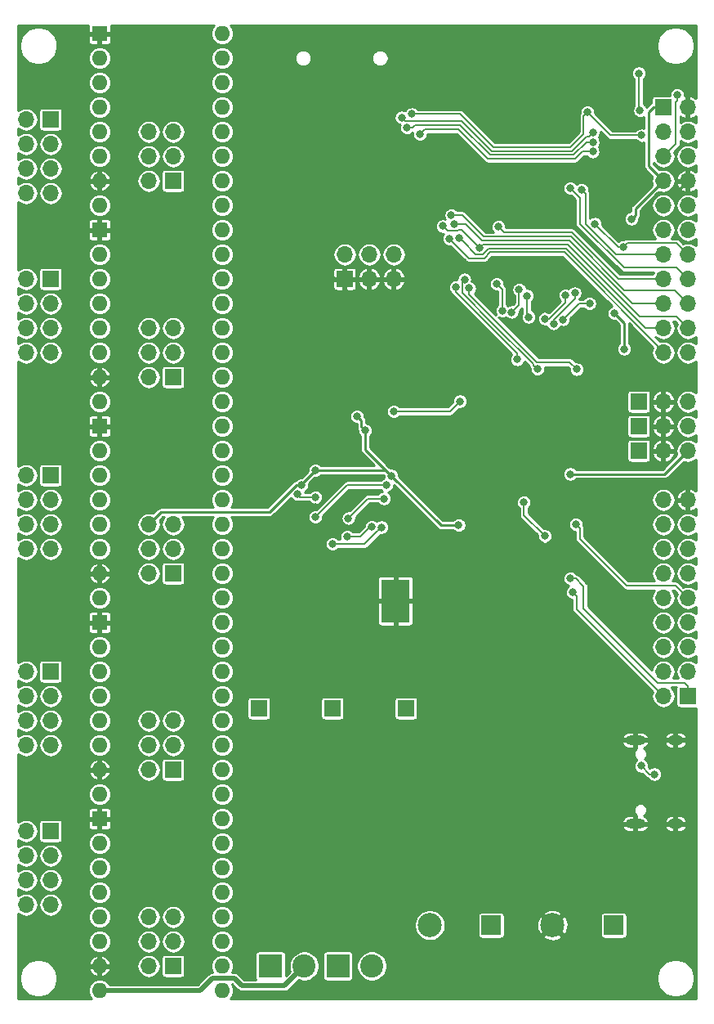
<source format=gbr>
G04 #@! TF.GenerationSoftware,KiCad,Pcbnew,5.1.2-f72e74a~84~ubuntu18.04.1*
G04 #@! TF.CreationDate,2019-07-05T19:17:41+01:00*
G04 #@! TF.ProjectId,esp32controller,65737033-3263-46f6-9e74-726f6c6c6572,rev?*
G04 #@! TF.SameCoordinates,Original*
G04 #@! TF.FileFunction,Copper,L2,Bot*
G04 #@! TF.FilePolarity,Positive*
%FSLAX46Y46*%
G04 Gerber Fmt 4.6, Leading zero omitted, Abs format (unit mm)*
G04 Created by KiCad (PCBNEW 5.1.2-f72e74a~84~ubuntu18.04.1) date 2019-07-05 19:17:41*
%MOMM*%
%LPD*%
G04 APERTURE LIST*
%ADD10O,1.700000X1.700000*%
%ADD11R,1.700000X1.700000*%
%ADD12O,1.600000X1.600000*%
%ADD13R,1.600000X1.600000*%
%ADD14O,1.600000X1.000000*%
%ADD15O,2.100000X1.000000*%
%ADD16R,1.998980X1.998980*%
%ADD17C,2.499360*%
%ADD18R,2.400000X2.400000*%
%ADD19C,2.400000*%
%ADD20R,2.950000X4.500000*%
%ADD21C,0.600000*%
%ADD22C,0.800000*%
%ADD23C,0.250000*%
%ADD24C,0.500000*%
%ADD25C,0.200000*%
%ADD26C,0.254000*%
G04 APERTURE END LIST*
D10*
X67310000Y-49530000D03*
X69850000Y-49530000D03*
X67310000Y-52070000D03*
X69850000Y-52070000D03*
X67310000Y-54610000D03*
X69850000Y-54610000D03*
X67310000Y-57150000D03*
X69850000Y-57150000D03*
X67310000Y-59690000D03*
X69850000Y-59690000D03*
X67310000Y-62230000D03*
X69850000Y-62230000D03*
X67310000Y-64770000D03*
X69850000Y-64770000D03*
X67310000Y-67310000D03*
X69850000Y-67310000D03*
X67310000Y-69850000D03*
D11*
X69850000Y-69850000D03*
X67310000Y-8890000D03*
D10*
X69850000Y-8890000D03*
X67310000Y-11430000D03*
X69850000Y-11430000D03*
X67310000Y-13970000D03*
X69850000Y-13970000D03*
X67310000Y-16510000D03*
X69850000Y-16510000D03*
X67310000Y-19050000D03*
X69850000Y-19050000D03*
X67310000Y-21590000D03*
X69850000Y-21590000D03*
X67310000Y-24130000D03*
X69850000Y-24130000D03*
X67310000Y-26670000D03*
X69850000Y-26670000D03*
X67310000Y-29210000D03*
X69850000Y-29210000D03*
X67310000Y-31750000D03*
X69850000Y-31750000D03*
X67310000Y-34290000D03*
X69850000Y-34290000D03*
D12*
X21590000Y-1270000D03*
X8890000Y-19050000D03*
X21590000Y-3810000D03*
X8890000Y-16510000D03*
X21590000Y-6350000D03*
X8890000Y-13970000D03*
X21590000Y-8890000D03*
X8890000Y-11430000D03*
X21590000Y-11430000D03*
X8890000Y-8890000D03*
X21590000Y-13970000D03*
X8890000Y-6350000D03*
X21590000Y-16510000D03*
X8890000Y-3810000D03*
X21590000Y-19050000D03*
D13*
X8890000Y-1270000D03*
X8890000Y-62230000D03*
D12*
X21590000Y-80010000D03*
X8890000Y-64770000D03*
X21590000Y-77470000D03*
X8890000Y-67310000D03*
X21590000Y-74930000D03*
X8890000Y-69850000D03*
X21590000Y-72390000D03*
X8890000Y-72390000D03*
X21590000Y-69850000D03*
X8890000Y-74930000D03*
X21590000Y-67310000D03*
X8890000Y-77470000D03*
X21590000Y-64770000D03*
X8890000Y-80010000D03*
X21590000Y-62230000D03*
D13*
X8890000Y-21590000D03*
D12*
X21590000Y-39370000D03*
X8890000Y-24130000D03*
X21590000Y-36830000D03*
X8890000Y-26670000D03*
X21590000Y-34290000D03*
X8890000Y-29210000D03*
X21590000Y-31750000D03*
X8890000Y-31750000D03*
X21590000Y-29210000D03*
X8890000Y-34290000D03*
X21590000Y-26670000D03*
X8890000Y-36830000D03*
X21590000Y-24130000D03*
X8890000Y-39370000D03*
X21590000Y-21590000D03*
X21590000Y-82550000D03*
X8890000Y-100330000D03*
X21590000Y-85090000D03*
X8890000Y-97790000D03*
X21590000Y-87630000D03*
X8890000Y-95250000D03*
X21590000Y-90170000D03*
X8890000Y-92710000D03*
X21590000Y-92710000D03*
X8890000Y-90170000D03*
X21590000Y-95250000D03*
X8890000Y-87630000D03*
X21590000Y-97790000D03*
X8890000Y-85090000D03*
X21590000Y-100330000D03*
D13*
X8890000Y-82550000D03*
X8890000Y-41910000D03*
D12*
X21590000Y-59690000D03*
X8890000Y-44450000D03*
X21590000Y-57150000D03*
X8890000Y-46990000D03*
X21590000Y-54610000D03*
X8890000Y-49530000D03*
X21590000Y-52070000D03*
X8890000Y-52070000D03*
X21590000Y-49530000D03*
X8890000Y-54610000D03*
X21590000Y-46990000D03*
X8890000Y-57150000D03*
X21590000Y-44450000D03*
X8890000Y-59690000D03*
X21590000Y-41910000D03*
D11*
X16510000Y-16510000D03*
D10*
X13970000Y-16510000D03*
X16510000Y-13970000D03*
X13970000Y-13970000D03*
X16510000Y-11430000D03*
X13970000Y-11430000D03*
X13970000Y-72390000D03*
X16510000Y-72390000D03*
X13970000Y-74930000D03*
X16510000Y-74930000D03*
X13970000Y-77470000D03*
D11*
X16510000Y-77470000D03*
D10*
X1270000Y-17780000D03*
X3810000Y-17780000D03*
X1270000Y-15240000D03*
X3810000Y-15240000D03*
X1270000Y-12700000D03*
X3810000Y-12700000D03*
X1270000Y-10160000D03*
D11*
X3810000Y-10160000D03*
D10*
X1270000Y-74930000D03*
X3810000Y-74930000D03*
X1270000Y-72390000D03*
X3810000Y-72390000D03*
X1270000Y-69850000D03*
X3810000Y-69850000D03*
X1270000Y-67310000D03*
D11*
X3810000Y-67310000D03*
D10*
X13970000Y-31750000D03*
X16510000Y-31750000D03*
X13970000Y-34290000D03*
X16510000Y-34290000D03*
X13970000Y-36830000D03*
D11*
X16510000Y-36830000D03*
X16510000Y-97790000D03*
D10*
X13970000Y-97790000D03*
X16510000Y-95250000D03*
X13970000Y-95250000D03*
X16510000Y-92710000D03*
X13970000Y-92710000D03*
X1270000Y-34290000D03*
X3810000Y-34290000D03*
X1270000Y-31750000D03*
X3810000Y-31750000D03*
X1270000Y-29210000D03*
X3810000Y-29210000D03*
X1270000Y-26670000D03*
D11*
X3810000Y-26670000D03*
X3810000Y-83820000D03*
D10*
X1270000Y-83820000D03*
X3810000Y-86360000D03*
X1270000Y-86360000D03*
X3810000Y-88900000D03*
X1270000Y-88900000D03*
X3810000Y-91440000D03*
X1270000Y-91440000D03*
X13970000Y-52070000D03*
X16510000Y-52070000D03*
X13970000Y-54610000D03*
X16510000Y-54610000D03*
X13970000Y-57150000D03*
D11*
X16510000Y-57150000D03*
X3810000Y-46990000D03*
D10*
X1270000Y-46990000D03*
X3810000Y-49530000D03*
X1270000Y-49530000D03*
X3810000Y-52070000D03*
X1270000Y-52070000D03*
X3810000Y-54610000D03*
X1270000Y-54610000D03*
D14*
X68580000Y-83060000D03*
X68580000Y-74420000D03*
D15*
X64400000Y-74420000D03*
X64400000Y-83060000D03*
D16*
X62166500Y-93573600D03*
D17*
X55816500Y-93573600D03*
D11*
X25400000Y-71120000D03*
X33020000Y-71120000D03*
X40640000Y-71120000D03*
D18*
X26591500Y-97790000D03*
D19*
X30091500Y-97790000D03*
X37091500Y-97790000D03*
D18*
X33591500Y-97790000D03*
D17*
X43116500Y-93573600D03*
D16*
X49466500Y-93573600D03*
D11*
X34290000Y-26670000D03*
D10*
X34290000Y-24130000D03*
X36830000Y-26670000D03*
X36830000Y-24130000D03*
X39370000Y-26670000D03*
X39370000Y-24130000D03*
D11*
X64770000Y-39370000D03*
D10*
X67310000Y-39370000D03*
X69850000Y-39370000D03*
X69850000Y-41910000D03*
X67310000Y-41910000D03*
D11*
X64770000Y-41910000D03*
X64770000Y-44450000D03*
D10*
X67310000Y-44450000D03*
X69850000Y-44450000D03*
D20*
X39547800Y-59994800D03*
D21*
X40147800Y-61794800D03*
X40147800Y-60594800D03*
X38947800Y-60594800D03*
X38947800Y-61794800D03*
X40147800Y-58194800D03*
X40147800Y-59294800D03*
X38947800Y-59294800D03*
X38947800Y-58194800D03*
D22*
X50800000Y-11684000D03*
X51816000Y-11684000D03*
X52832000Y-11684000D03*
X53848000Y-10668000D03*
X52832000Y-10668000D03*
X51816000Y-10668000D03*
X50800000Y-10668000D03*
X50800000Y-9652000D03*
X51816000Y-9652000D03*
X52832000Y-9652000D03*
X53848000Y-9652000D03*
X54864000Y-9652000D03*
X55880000Y-8636000D03*
X54864000Y-8636000D03*
X53848000Y-8636000D03*
X52832000Y-8636000D03*
X51816000Y-8636000D03*
X50800000Y-8636000D03*
X50800000Y-7620000D03*
X51816000Y-7620000D03*
X52832000Y-7620000D03*
X53848000Y-7620000D03*
X54864000Y-7620000D03*
X55880000Y-7620000D03*
X55880000Y-6604000D03*
X54864000Y-6604000D03*
X53848000Y-6604000D03*
X52832000Y-6604000D03*
X51816000Y-6604000D03*
X50800000Y-6604000D03*
X27305000Y-74549000D03*
X34925000Y-74549000D03*
X42545000Y-74549000D03*
X59182000Y-83312000D03*
X29210000Y-53340000D03*
X48768000Y-67818000D03*
X47498000Y-64389000D03*
X40132000Y-56832500D03*
X57316122Y-60819347D03*
X55880000Y-9652000D03*
X54864000Y-10668000D03*
X53848000Y-11684000D03*
X55880000Y-10668000D03*
X55880000Y-11684000D03*
X54864000Y-11684000D03*
X54305200Y-37439600D03*
X58369200Y-37490400D03*
X54610000Y-27736800D03*
X50641134Y-38485957D03*
X26670000Y-16510000D03*
X27305000Y-73533000D03*
X27305000Y-75565000D03*
X34925000Y-73533000D03*
X34925000Y-75565000D03*
X42545000Y-73533000D03*
X42545000Y-75565000D03*
X65024000Y-21844000D03*
X57942879Y-51118777D03*
X31224421Y-50250772D03*
X28702000Y-21234400D03*
X12192000Y-98806000D03*
X25247600Y-47389991D03*
X39500267Y-39265769D03*
X63246000Y-33909000D03*
X62230000Y-30226000D03*
X64008000Y-20447000D03*
X57658000Y-46863000D03*
X55024258Y-53283076D03*
X52848000Y-49800000D03*
X31242000Y-46482000D03*
X29824401Y-48017952D03*
X39115959Y-47040759D03*
X36423600Y-42367200D03*
X35560000Y-40894000D03*
X46095612Y-52174010D03*
X31266005Y-49251625D03*
X29350369Y-48951618D03*
X46228000Y-39335000D03*
X39370000Y-40386000D03*
X58318400Y-36017200D03*
X47193200Y-27635200D03*
X54254400Y-36006010D03*
X46696999Y-26716178D03*
X52171600Y-35001200D03*
X45793189Y-27529800D03*
X65001359Y-77080584D03*
X66381233Y-77938233D03*
X60000000Y-13500000D03*
X42087918Y-11709282D03*
X65059974Y-11795482D03*
X41249600Y-9601200D03*
X59436000Y-9398000D03*
X59999996Y-12499989D03*
X40747632Y-11023609D03*
X40182800Y-9956800D03*
X60000000Y-11499978D03*
X45155204Y-22501624D03*
X46150009Y-22393874D03*
X44452426Y-21205394D03*
X48253434Y-23416106D03*
X45338941Y-20065838D03*
X50231083Y-21267623D03*
X45674958Y-21007706D03*
X57658000Y-17272000D03*
X58828433Y-17452469D03*
X59651583Y-29234911D03*
X38354000Y-49403000D03*
X34671000Y-51435000D03*
X56924532Y-30864132D03*
X60216332Y-20953268D03*
X63150022Y-23357013D03*
X31254382Y-51295618D03*
X38622054Y-47994810D03*
X68732400Y-7620000D03*
X64770000Y-5384800D03*
X64890005Y-9244867D03*
X50038000Y-27178000D03*
X50611835Y-29948032D03*
X52361984Y-27741616D03*
X51599459Y-30104951D03*
X53173641Y-28406954D03*
X53340000Y-30607000D03*
X57151214Y-28341102D03*
X55016345Y-30788178D03*
X58129734Y-28134890D03*
X55931969Y-31290873D03*
X33020000Y-54102000D03*
X57909958Y-59110489D03*
X38096134Y-52367572D03*
X57677275Y-57674974D03*
X58237011Y-52080695D03*
X34544000Y-53340000D03*
X37096602Y-52336602D03*
D23*
X68580000Y-17780000D02*
X66676410Y-17780000D01*
X65024000Y-19432410D02*
X65024000Y-21278315D01*
X66676410Y-17780000D02*
X65024000Y-19432410D01*
X69850000Y-16510000D02*
X68580000Y-17780000D01*
X65024000Y-21278315D02*
X65024000Y-21844000D01*
D24*
X19304000Y-100330000D02*
X10021370Y-100330000D01*
X28059500Y-99822000D02*
X23622000Y-99822000D01*
X30091500Y-97790000D02*
X28059500Y-99822000D01*
X23622000Y-99822000D02*
X22860000Y-99060000D01*
X20574000Y-99060000D02*
X19304000Y-100330000D01*
X22860000Y-99060000D02*
X20574000Y-99060000D01*
X10021370Y-100330000D02*
X8890000Y-100330000D01*
D23*
X67310000Y-16510000D02*
X65786000Y-14986000D01*
X65786000Y-9364000D02*
X66260000Y-8890000D01*
X65786000Y-14986000D02*
X65786000Y-9364000D01*
X66260000Y-8890000D02*
X67310000Y-8890000D01*
X63246000Y-33909000D02*
X63246000Y-31242000D01*
X63246000Y-31242000D02*
X62230000Y-30226000D01*
X64407999Y-19412001D02*
X66460001Y-17359999D01*
X64407999Y-20047001D02*
X64407999Y-19412001D01*
X64008000Y-20447000D02*
X64407999Y-20047001D01*
X66460001Y-17359999D02*
X67310000Y-16510000D01*
X69850000Y-44450000D02*
X67437000Y-46863000D01*
X58223685Y-46863000D02*
X57658000Y-46863000D01*
X67437000Y-46863000D02*
X58223685Y-46863000D01*
D25*
X55024258Y-53283076D02*
X52848000Y-51106818D01*
X52848000Y-51106818D02*
X52848000Y-49800000D01*
X29824401Y-47899599D02*
X29824401Y-48017952D01*
D23*
X31242000Y-46482000D02*
X29824401Y-47899599D01*
X38557200Y-46482000D02*
X38715960Y-46640760D01*
X31242000Y-46482000D02*
X38557200Y-46482000D01*
X38715960Y-46640760D02*
X39115959Y-47040759D01*
X36423600Y-44348400D02*
X39115959Y-47040759D01*
X36423600Y-42367200D02*
X36423600Y-44348400D01*
X36023601Y-41967201D02*
X36023601Y-41357601D01*
X36023601Y-41357601D02*
X35560000Y-40894000D01*
X36423600Y-42367200D02*
X36023601Y-41967201D01*
X15240000Y-50800000D02*
X13970000Y-52070000D01*
X29824401Y-48017952D02*
X29258716Y-48017952D01*
X26476668Y-50800000D02*
X15240000Y-50800000D01*
X29258716Y-48017952D02*
X26476668Y-50800000D01*
X44249210Y-52174010D02*
X39115959Y-47040759D01*
X46095612Y-52174010D02*
X44249210Y-52174010D01*
D25*
X29650376Y-49251625D02*
X29350369Y-48951618D01*
X31266005Y-49251625D02*
X29650376Y-49251625D01*
X45177000Y-40386000D02*
X39370000Y-40386000D01*
X46228000Y-39335000D02*
X45177000Y-40386000D01*
X47193200Y-28281800D02*
X47193200Y-28200885D01*
X47193200Y-28200885D02*
X47193200Y-27635200D01*
X49893002Y-30981602D02*
X47193200Y-28281800D01*
X54230504Y-35306000D02*
X49906106Y-30981602D01*
X49906106Y-30981602D02*
X49893002Y-30981602D01*
X57607200Y-35306000D02*
X54230504Y-35306000D01*
X58318400Y-36017200D02*
X57607200Y-35306000D01*
X53854401Y-35495597D02*
X49740417Y-31381613D01*
X54254400Y-36006010D02*
X53854401Y-35606011D01*
X53854401Y-35606011D02*
X53854401Y-35495597D01*
X49740417Y-31381613D02*
X49727313Y-31381613D01*
X46493199Y-28147499D02*
X46493199Y-26919978D01*
X49727313Y-31381613D02*
X46493199Y-28147499D01*
X46493199Y-26919978D02*
X46696999Y-26716178D01*
X45793189Y-28013189D02*
X45793189Y-27529800D01*
X52171600Y-35001200D02*
X52171600Y-34391600D01*
X52171600Y-34391600D02*
X45793189Y-28013189D01*
X65001359Y-77080584D02*
X65859008Y-77938233D01*
X65859008Y-77938233D02*
X66381233Y-77938233D01*
X42621200Y-11176000D02*
X42087918Y-11709282D01*
X46101000Y-11176000D02*
X42621200Y-11176000D01*
X58166000Y-14224000D02*
X49149000Y-14224000D01*
X58890000Y-13500000D02*
X58166000Y-14224000D01*
X49149000Y-14224000D02*
X46101000Y-11176000D01*
X60000000Y-13500000D02*
X58890000Y-13500000D01*
X65059974Y-11795482D02*
X61833482Y-11795482D01*
X61833482Y-11795482D02*
X59835999Y-9797999D01*
X59835999Y-9797999D02*
X59436000Y-9398000D01*
X59036001Y-9797999D02*
X59436000Y-9398000D01*
X46265700Y-9601200D02*
X49688467Y-13023967D01*
X41249600Y-9601200D02*
X46265700Y-9601200D01*
X49688467Y-13023967D02*
X57668933Y-13023967D01*
X59036001Y-11656899D02*
X59036001Y-9797999D01*
X57668933Y-13023967D02*
X59036001Y-11656899D01*
X59324311Y-12499989D02*
X58000311Y-13823989D01*
X59999996Y-12499989D02*
X59324311Y-12499989D01*
X41606928Y-10729998D02*
X41313317Y-11023609D01*
X46263098Y-10729998D02*
X41606928Y-10729998D01*
X49357089Y-13823989D02*
X46263098Y-10729998D01*
X58000311Y-13823989D02*
X49357089Y-13823989D01*
X41313317Y-11023609D02*
X40747632Y-11023609D01*
X40182800Y-9956800D02*
X40532011Y-10306011D01*
X40532011Y-10306011D02*
X46404811Y-10306011D01*
X49522778Y-13423978D02*
X57834622Y-13423978D01*
X57834622Y-13423978D02*
X59358623Y-11899977D01*
X59600001Y-11899977D02*
X60000000Y-11499978D01*
X59358623Y-11899977D02*
X59600001Y-11899977D01*
X46404811Y-10306011D02*
X49522778Y-13423978D01*
X45555203Y-22901623D02*
X45155204Y-22501624D01*
X47169699Y-24516119D02*
X45555203Y-22901623D01*
X48755125Y-24516119D02*
X47169699Y-24516119D01*
X57048244Y-23901244D02*
X49370000Y-23901244D01*
X49370000Y-23901244D02*
X48755125Y-24516119D01*
X67310000Y-34163000D02*
X57048244Y-23901244D01*
X67310000Y-34290000D02*
X67310000Y-34163000D01*
X65462700Y-31750000D02*
X57213933Y-23501233D01*
X46550008Y-22793873D02*
X46150009Y-22393874D01*
X67310000Y-31750000D02*
X65462700Y-31750000D01*
X57213933Y-23501233D02*
X49204311Y-23501233D01*
X49204311Y-23501233D02*
X48589436Y-24116108D01*
X47872243Y-24116108D02*
X46550008Y-22793873D01*
X48589436Y-24116108D02*
X47872243Y-24116108D01*
X44452426Y-21205394D02*
X44954739Y-21707707D01*
X44954739Y-21707707D02*
X46011480Y-21707707D01*
X47853435Y-23016107D02*
X48253434Y-23416106D01*
X46435627Y-21598299D02*
X47853435Y-23016107D01*
X46120888Y-21598299D02*
X46435627Y-21598299D01*
X46011480Y-21707707D02*
X46120888Y-21598299D01*
X48568318Y-23101222D02*
X48253434Y-23416106D01*
X68699999Y-30599999D02*
X64878399Y-30599999D01*
X57379622Y-23101222D02*
X48568318Y-23101222D01*
X64878399Y-30599999D02*
X57379622Y-23101222D01*
X69850000Y-31750000D02*
X68699999Y-30599999D01*
X46464206Y-20065838D02*
X45904626Y-20065838D01*
X69850000Y-29210000D02*
X68460001Y-27820001D01*
X45904626Y-20065838D02*
X45338941Y-20065838D01*
X57711000Y-22301200D02*
X48699568Y-22301200D01*
X63229801Y-27820001D02*
X57711000Y-22301200D01*
X48699568Y-22301200D02*
X46464206Y-20065838D01*
X68460001Y-27820001D02*
X63229801Y-27820001D01*
X57819500Y-21844000D02*
X50807460Y-21844000D01*
X50807460Y-21844000D02*
X50231083Y-21267623D01*
X67310000Y-26670000D02*
X62645500Y-26670000D01*
X62645500Y-26670000D02*
X57819500Y-21844000D01*
X67310000Y-29210000D02*
X64054100Y-29210000D01*
X46240643Y-21007706D02*
X45674958Y-21007706D01*
X48533879Y-22701211D02*
X46840374Y-21007706D01*
X64054100Y-29210000D02*
X57545311Y-22701211D01*
X57545311Y-22701211D02*
X48533879Y-22701211D01*
X46840374Y-21007706D02*
X46240643Y-21007706D01*
X69000001Y-25820001D02*
X69850000Y-26670000D01*
X68699999Y-25519999D02*
X69000001Y-25820001D01*
X58674000Y-20966600D02*
X63227399Y-25519999D01*
X63227399Y-25519999D02*
X68699999Y-25519999D01*
X57658000Y-17272000D02*
X58674000Y-18288000D01*
X58674000Y-18288000D02*
X58674000Y-20966600D01*
X62403100Y-24130000D02*
X59228432Y-20955332D01*
X67310000Y-24130000D02*
X62403100Y-24130000D01*
X59228432Y-17852468D02*
X58828433Y-17452469D01*
X59228432Y-20955332D02*
X59228432Y-17852468D01*
X35070999Y-51035001D02*
X34671000Y-51435000D01*
X38354000Y-49403000D02*
X36703000Y-49403000D01*
X36703000Y-49403000D02*
X35070999Y-51035001D01*
X58553753Y-29234911D02*
X57324531Y-30464133D01*
X59651583Y-29234911D02*
X58553753Y-29234911D01*
X57324531Y-30464133D02*
X56924532Y-30864132D01*
X69850000Y-24130000D02*
X68677014Y-22957014D01*
X68677014Y-22957014D02*
X63550021Y-22957014D01*
X63550021Y-22957014D02*
X63150022Y-23357013D01*
X62620077Y-23357013D02*
X63150022Y-23357013D01*
X60216332Y-20953268D02*
X62620077Y-23357013D01*
X38056369Y-47994810D02*
X38622054Y-47994810D01*
X34555190Y-47994810D02*
X38056369Y-47994810D01*
X31254382Y-51295618D02*
X34555190Y-47994810D01*
X68159999Y-13120001D02*
X67310000Y-13970000D01*
X68580000Y-12700000D02*
X68159999Y-13120001D01*
X68580000Y-8338085D02*
X68580000Y-12700000D01*
X68732400Y-7620000D02*
X68732400Y-8185685D01*
X68732400Y-8185685D02*
X68580000Y-8338085D01*
X64770000Y-9124862D02*
X64890005Y-9244867D01*
X64770000Y-5384800D02*
X64770000Y-9124862D01*
X50611835Y-29382347D02*
X50611835Y-29948032D01*
X50611835Y-27751835D02*
X50611835Y-29382347D01*
X50038000Y-27178000D02*
X50611835Y-27751835D01*
X52361984Y-27741616D02*
X52361984Y-29342426D01*
X51999458Y-29704952D02*
X51599459Y-30104951D01*
X52361984Y-29342426D02*
X51999458Y-29704952D01*
X53173641Y-28406954D02*
X53173641Y-30440641D01*
X53173641Y-30440641D02*
X53340000Y-30607000D01*
X57151214Y-29081786D02*
X55444822Y-30788178D01*
X57151214Y-28341102D02*
X57151214Y-29081786D01*
X55444822Y-30788178D02*
X55016345Y-30788178D01*
X55931969Y-30866731D02*
X55931969Y-31290873D01*
X58129734Y-28134890D02*
X58129734Y-28668966D01*
X58129734Y-28668966D02*
X55931969Y-30866731D01*
X36361706Y-54102000D02*
X37696135Y-52767571D01*
X33020000Y-54102000D02*
X36361706Y-54102000D01*
X37696135Y-52767571D02*
X38096134Y-52367572D01*
X67310000Y-69850000D02*
X58309957Y-60849957D01*
X58309957Y-60849957D02*
X58309957Y-59510488D01*
X58309957Y-59510488D02*
X57909958Y-59110489D01*
X59055000Y-60757002D02*
X59055000Y-58487014D01*
X66757999Y-68460001D02*
X59055000Y-60757002D01*
X58242960Y-57674974D02*
X57677275Y-57674974D01*
X69850000Y-69850000D02*
X69850000Y-68800000D01*
X59055000Y-58487014D02*
X58242960Y-57674974D01*
X69850000Y-68800000D02*
X69510001Y-68460001D01*
X69510001Y-68460001D02*
X66757999Y-68460001D01*
X68580000Y-58420000D02*
X63480870Y-58420000D01*
X69850000Y-59690000D02*
X68580000Y-58420000D01*
X58637010Y-52480694D02*
X58237011Y-52080695D01*
X58637010Y-53576140D02*
X58637010Y-52480694D01*
X63480870Y-58420000D02*
X58637010Y-53576140D01*
X34544000Y-53340000D02*
X35941000Y-53340000D01*
X36944398Y-52336602D02*
X37096602Y-52336602D01*
X35941000Y-53340000D02*
X36944398Y-52336602D01*
D26*
G36*
X7711176Y-470000D02*
G01*
X7713000Y-1048750D01*
X7807250Y-1143000D01*
X8763000Y-1143000D01*
X8763000Y-1123000D01*
X9017000Y-1123000D01*
X9017000Y-1143000D01*
X9972750Y-1143000D01*
X10067000Y-1048750D01*
X10068824Y-470000D01*
X10067051Y-452000D01*
X20738698Y-452000D01*
X20606626Y-612930D01*
X20497333Y-817403D01*
X20430031Y-1039268D01*
X20407306Y-1270000D01*
X20430031Y-1500732D01*
X20497333Y-1722597D01*
X20606626Y-1927070D01*
X20753709Y-2106291D01*
X20932930Y-2253374D01*
X21137403Y-2362667D01*
X21359268Y-2429969D01*
X21532188Y-2447000D01*
X21647812Y-2447000D01*
X21820732Y-2429969D01*
X22042597Y-2362667D01*
X22075122Y-2345282D01*
X66603000Y-2345282D01*
X66603000Y-2734718D01*
X66678975Y-3116670D01*
X66828005Y-3476461D01*
X67044364Y-3800264D01*
X67319736Y-4075636D01*
X67643539Y-4291995D01*
X68003330Y-4441025D01*
X68385282Y-4517000D01*
X68774718Y-4517000D01*
X69156670Y-4441025D01*
X69516461Y-4291995D01*
X69840264Y-4075636D01*
X70115636Y-3800264D01*
X70331995Y-3476461D01*
X70481025Y-3116670D01*
X70557000Y-2734718D01*
X70557000Y-2345282D01*
X70481025Y-1963330D01*
X70331995Y-1603539D01*
X70115636Y-1279736D01*
X69840264Y-1004364D01*
X69516461Y-788005D01*
X69156670Y-638975D01*
X68774718Y-563000D01*
X68385282Y-563000D01*
X68003330Y-638975D01*
X67643539Y-788005D01*
X67319736Y-1004364D01*
X67044364Y-1279736D01*
X66828005Y-1603539D01*
X66678975Y-1963330D01*
X66603000Y-2345282D01*
X22075122Y-2345282D01*
X22247070Y-2253374D01*
X22426291Y-2106291D01*
X22573374Y-1927070D01*
X22682667Y-1722597D01*
X22749969Y-1500732D01*
X22772694Y-1270000D01*
X22749969Y-1039268D01*
X22682667Y-817403D01*
X22573374Y-612930D01*
X22441302Y-452000D01*
X70668000Y-452000D01*
X70668000Y-7983124D01*
X70595951Y-7915782D01*
X70391557Y-7788974D01*
X70166352Y-7704477D01*
X69977000Y-7763834D01*
X69977000Y-8763000D01*
X69997000Y-8763000D01*
X69997000Y-9017000D01*
X69977000Y-9017000D01*
X69977000Y-10016166D01*
X70166352Y-10075523D01*
X70391557Y-9991026D01*
X70595951Y-9864218D01*
X70668000Y-9796876D01*
X70668000Y-10514016D01*
X70534983Y-10404851D01*
X70321824Y-10290916D01*
X70090534Y-10220755D01*
X69910268Y-10203000D01*
X69789732Y-10203000D01*
X69609466Y-10220755D01*
X69378176Y-10290916D01*
X69165017Y-10404851D01*
X69057000Y-10493499D01*
X69057000Y-9820243D01*
X69104049Y-9864218D01*
X69308443Y-9991026D01*
X69533648Y-10075523D01*
X69723000Y-10016166D01*
X69723000Y-9017000D01*
X69703000Y-9017000D01*
X69703000Y-8763000D01*
X69723000Y-8763000D01*
X69723000Y-7763834D01*
X69533648Y-7704477D01*
X69505736Y-7714950D01*
X69509400Y-7696528D01*
X69509400Y-7543472D01*
X69479541Y-7393357D01*
X69420969Y-7251952D01*
X69335936Y-7124691D01*
X69227709Y-7016464D01*
X69100448Y-6931431D01*
X68959043Y-6872859D01*
X68808928Y-6843000D01*
X68655872Y-6843000D01*
X68505757Y-6872859D01*
X68364352Y-6931431D01*
X68237091Y-7016464D01*
X68128864Y-7124691D01*
X68043831Y-7251952D01*
X67985259Y-7393357D01*
X67955400Y-7543472D01*
X67955400Y-7661176D01*
X66460000Y-7661176D01*
X66386095Y-7668455D01*
X66315030Y-7690012D01*
X66249537Y-7725019D01*
X66192131Y-7772131D01*
X66145019Y-7829537D01*
X66110012Y-7895030D01*
X66088455Y-7966095D01*
X66081176Y-8040000D01*
X66081176Y-8419658D01*
X66066964Y-8423969D01*
X65979755Y-8470583D01*
X65979753Y-8470584D01*
X65979754Y-8470584D01*
X65950741Y-8494395D01*
X65903316Y-8533316D01*
X65887603Y-8552462D01*
X65572435Y-8867631D01*
X65493541Y-8749558D01*
X65385314Y-8641331D01*
X65258053Y-8556298D01*
X65247000Y-8551720D01*
X65247000Y-6000570D01*
X65265309Y-5988336D01*
X65373536Y-5880109D01*
X65458569Y-5752848D01*
X65517141Y-5611443D01*
X65547000Y-5461328D01*
X65547000Y-5308272D01*
X65517141Y-5158157D01*
X65458569Y-5016752D01*
X65373536Y-4889491D01*
X65265309Y-4781264D01*
X65138048Y-4696231D01*
X64996643Y-4637659D01*
X64846528Y-4607800D01*
X64693472Y-4607800D01*
X64543357Y-4637659D01*
X64401952Y-4696231D01*
X64274691Y-4781264D01*
X64166464Y-4889491D01*
X64081431Y-5016752D01*
X64022859Y-5158157D01*
X63993000Y-5308272D01*
X63993000Y-5461328D01*
X64022859Y-5611443D01*
X64081431Y-5752848D01*
X64166464Y-5880109D01*
X64274691Y-5988336D01*
X64293000Y-6000570D01*
X64293001Y-8743026D01*
X64286469Y-8749558D01*
X64201436Y-8876819D01*
X64142864Y-9018224D01*
X64113005Y-9168339D01*
X64113005Y-9321395D01*
X64142864Y-9471510D01*
X64201436Y-9612915D01*
X64286469Y-9740176D01*
X64394696Y-9848403D01*
X64521957Y-9933436D01*
X64663362Y-9992008D01*
X64813477Y-10021867D01*
X64966533Y-10021867D01*
X65116648Y-9992008D01*
X65258053Y-9933436D01*
X65284001Y-9916098D01*
X65284001Y-11047821D01*
X65136502Y-11018482D01*
X64983446Y-11018482D01*
X64833331Y-11048341D01*
X64691926Y-11106913D01*
X64564665Y-11191946D01*
X64456438Y-11300173D01*
X64444204Y-11318482D01*
X62031062Y-11318482D01*
X60208704Y-9496125D01*
X60213000Y-9474528D01*
X60213000Y-9321472D01*
X60183141Y-9171357D01*
X60124569Y-9029952D01*
X60039536Y-8902691D01*
X59931309Y-8794464D01*
X59804048Y-8709431D01*
X59662643Y-8650859D01*
X59512528Y-8621000D01*
X59359472Y-8621000D01*
X59209357Y-8650859D01*
X59067952Y-8709431D01*
X58940691Y-8794464D01*
X58832464Y-8902691D01*
X58747431Y-9029952D01*
X58688859Y-9171357D01*
X58659000Y-9321472D01*
X58659000Y-9474528D01*
X58663955Y-9499441D01*
X58637473Y-9531710D01*
X58613797Y-9576004D01*
X58593179Y-9614577D01*
X58565904Y-9704492D01*
X58556695Y-9797999D01*
X58559002Y-9821424D01*
X58559001Y-11459319D01*
X57471354Y-12546967D01*
X49886047Y-12546967D01*
X46619555Y-9280476D01*
X46604621Y-9262279D01*
X46531989Y-9202671D01*
X46449123Y-9158378D01*
X46359208Y-9131103D01*
X46289123Y-9124200D01*
X46289115Y-9124200D01*
X46265700Y-9121894D01*
X46242285Y-9124200D01*
X41865370Y-9124200D01*
X41853136Y-9105891D01*
X41744909Y-8997664D01*
X41617648Y-8912631D01*
X41476243Y-8854059D01*
X41326128Y-8824200D01*
X41173072Y-8824200D01*
X41022957Y-8854059D01*
X40881552Y-8912631D01*
X40754291Y-8997664D01*
X40646064Y-9105891D01*
X40561031Y-9233152D01*
X40547137Y-9266694D01*
X40409443Y-9209659D01*
X40259328Y-9179800D01*
X40106272Y-9179800D01*
X39956157Y-9209659D01*
X39814752Y-9268231D01*
X39687491Y-9353264D01*
X39579264Y-9461491D01*
X39494231Y-9588752D01*
X39435659Y-9730157D01*
X39405800Y-9880272D01*
X39405800Y-10033328D01*
X39435659Y-10183443D01*
X39494231Y-10324848D01*
X39579264Y-10452109D01*
X39687491Y-10560336D01*
X39814752Y-10645369D01*
X39956157Y-10703941D01*
X40032716Y-10719169D01*
X40000491Y-10796966D01*
X39970632Y-10947081D01*
X39970632Y-11100137D01*
X40000491Y-11250252D01*
X40059063Y-11391657D01*
X40144096Y-11518918D01*
X40252323Y-11627145D01*
X40379584Y-11712178D01*
X40520989Y-11770750D01*
X40671104Y-11800609D01*
X40824160Y-11800609D01*
X40974275Y-11770750D01*
X41115680Y-11712178D01*
X41242941Y-11627145D01*
X41329189Y-11540897D01*
X41310918Y-11632754D01*
X41310918Y-11785810D01*
X41340777Y-11935925D01*
X41399349Y-12077330D01*
X41484382Y-12204591D01*
X41592609Y-12312818D01*
X41719870Y-12397851D01*
X41861275Y-12456423D01*
X42011390Y-12486282D01*
X42164446Y-12486282D01*
X42314561Y-12456423D01*
X42455966Y-12397851D01*
X42583227Y-12312818D01*
X42691454Y-12204591D01*
X42776487Y-12077330D01*
X42835059Y-11935925D01*
X42864918Y-11785810D01*
X42864918Y-11653000D01*
X45903421Y-11653000D01*
X48795149Y-14544729D01*
X48810079Y-14562921D01*
X48882711Y-14622529D01*
X48965577Y-14666822D01*
X49055492Y-14694097D01*
X49125577Y-14701000D01*
X49125585Y-14701000D01*
X49149000Y-14703306D01*
X49172415Y-14701000D01*
X58142585Y-14701000D01*
X58166000Y-14703306D01*
X58189415Y-14701000D01*
X58189423Y-14701000D01*
X58259508Y-14694097D01*
X58349423Y-14666822D01*
X58432289Y-14622529D01*
X58504921Y-14562921D01*
X58519855Y-14544724D01*
X59087580Y-13977000D01*
X59384230Y-13977000D01*
X59396464Y-13995309D01*
X59504691Y-14103536D01*
X59631952Y-14188569D01*
X59773357Y-14247141D01*
X59923472Y-14277000D01*
X60076528Y-14277000D01*
X60226643Y-14247141D01*
X60368048Y-14188569D01*
X60495309Y-14103536D01*
X60603536Y-13995309D01*
X60688569Y-13868048D01*
X60747141Y-13726643D01*
X60777000Y-13576528D01*
X60777000Y-13423472D01*
X60747141Y-13273357D01*
X60688569Y-13131952D01*
X60603536Y-13004691D01*
X60598838Y-12999993D01*
X60603532Y-12995298D01*
X60688565Y-12868037D01*
X60747137Y-12726632D01*
X60776996Y-12576517D01*
X60776996Y-12423461D01*
X60747137Y-12273346D01*
X60688565Y-12131941D01*
X60603532Y-12004680D01*
X60598838Y-11999986D01*
X60603536Y-11995287D01*
X60688569Y-11868026D01*
X60747141Y-11726621D01*
X60777000Y-11576506D01*
X60777000Y-11423450D01*
X60774549Y-11411129D01*
X61479631Y-12116211D01*
X61494561Y-12134403D01*
X61512752Y-12149332D01*
X61512754Y-12149334D01*
X61533386Y-12166266D01*
X61567193Y-12194011D01*
X61650059Y-12238304D01*
X61739974Y-12265579D01*
X61810059Y-12272482D01*
X61810067Y-12272482D01*
X61833482Y-12274788D01*
X61856897Y-12272482D01*
X64444204Y-12272482D01*
X64456438Y-12290791D01*
X64564665Y-12399018D01*
X64691926Y-12484051D01*
X64833331Y-12542623D01*
X64983446Y-12572482D01*
X65136502Y-12572482D01*
X65284000Y-12543143D01*
X65284000Y-14961357D01*
X65281573Y-14986000D01*
X65284000Y-15010643D01*
X65284000Y-15010652D01*
X65291264Y-15084408D01*
X65319969Y-15179035D01*
X65366583Y-15266245D01*
X65429316Y-15342684D01*
X65448467Y-15358401D01*
X66160984Y-16070918D01*
X66100755Y-16269466D01*
X66077064Y-16510000D01*
X66100755Y-16750534D01*
X66160984Y-16949082D01*
X66122470Y-16987596D01*
X66122465Y-16987600D01*
X64070462Y-19039604D01*
X64051316Y-19055317D01*
X64035603Y-19074463D01*
X64035600Y-19074466D01*
X63988583Y-19131756D01*
X63941969Y-19218965D01*
X63913264Y-19313592D01*
X63903572Y-19412001D01*
X63906000Y-19436653D01*
X63906000Y-19675067D01*
X63781357Y-19699859D01*
X63639952Y-19758431D01*
X63512691Y-19843464D01*
X63404464Y-19951691D01*
X63319431Y-20078952D01*
X63260859Y-20220357D01*
X63231000Y-20370472D01*
X63231000Y-20523528D01*
X63260859Y-20673643D01*
X63319431Y-20815048D01*
X63404464Y-20942309D01*
X63512691Y-21050536D01*
X63639952Y-21135569D01*
X63781357Y-21194141D01*
X63931472Y-21224000D01*
X64084528Y-21224000D01*
X64234643Y-21194141D01*
X64376048Y-21135569D01*
X64503309Y-21050536D01*
X64611536Y-20942309D01*
X64696569Y-20815048D01*
X64755141Y-20673643D01*
X64785000Y-20523528D01*
X64785000Y-20378929D01*
X64827416Y-20327246D01*
X64874030Y-20240037D01*
X64902735Y-20145410D01*
X64909999Y-20071654D01*
X64909999Y-20071645D01*
X64912426Y-20047002D01*
X64909999Y-20022359D01*
X64909999Y-19619935D01*
X65479934Y-19050000D01*
X66077064Y-19050000D01*
X66100755Y-19290534D01*
X66170916Y-19521824D01*
X66284851Y-19734983D01*
X66438183Y-19921817D01*
X66625017Y-20075149D01*
X66838176Y-20189084D01*
X67069466Y-20259245D01*
X67249732Y-20277000D01*
X67370268Y-20277000D01*
X67550534Y-20259245D01*
X67781824Y-20189084D01*
X67994983Y-20075149D01*
X68181817Y-19921817D01*
X68335149Y-19734983D01*
X68449084Y-19521824D01*
X68519245Y-19290534D01*
X68542936Y-19050000D01*
X68519245Y-18809466D01*
X68449084Y-18578176D01*
X68335149Y-18365017D01*
X68181817Y-18178183D01*
X67994983Y-18024851D01*
X67781824Y-17910916D01*
X67550534Y-17840755D01*
X67370268Y-17823000D01*
X67249732Y-17823000D01*
X67069466Y-17840755D01*
X66838176Y-17910916D01*
X66625017Y-18024851D01*
X66438183Y-18178183D01*
X66284851Y-18365017D01*
X66170916Y-18578176D01*
X66100755Y-18809466D01*
X66077064Y-19050000D01*
X65479934Y-19050000D01*
X66832400Y-17697535D01*
X66832404Y-17697530D01*
X66870918Y-17659016D01*
X67069466Y-17719245D01*
X67249732Y-17737000D01*
X67370268Y-17737000D01*
X67550534Y-17719245D01*
X67781824Y-17649084D01*
X67994983Y-17535149D01*
X68181817Y-17381817D01*
X68335149Y-17194983D01*
X68449084Y-16981824D01*
X68496246Y-16826351D01*
X68664482Y-16826351D01*
X68688518Y-16905605D01*
X68788014Y-17124597D01*
X68928322Y-17319971D01*
X69104049Y-17484218D01*
X69308443Y-17611026D01*
X69533648Y-17695523D01*
X69723000Y-17636166D01*
X69723000Y-16637000D01*
X68724392Y-16637000D01*
X68664482Y-16826351D01*
X68496246Y-16826351D01*
X68519245Y-16750534D01*
X68542936Y-16510000D01*
X68519245Y-16269466D01*
X68496247Y-16193649D01*
X68664482Y-16193649D01*
X68724392Y-16383000D01*
X69723000Y-16383000D01*
X69723000Y-15383834D01*
X69533648Y-15324477D01*
X69308443Y-15408974D01*
X69104049Y-15535782D01*
X68928322Y-15700029D01*
X68788014Y-15895403D01*
X68688518Y-16114395D01*
X68664482Y-16193649D01*
X68496247Y-16193649D01*
X68449084Y-16038176D01*
X68335149Y-15825017D01*
X68181817Y-15638183D01*
X67994983Y-15484851D01*
X67781824Y-15370916D01*
X67550534Y-15300755D01*
X67370268Y-15283000D01*
X67249732Y-15283000D01*
X67069466Y-15300755D01*
X66870918Y-15360984D01*
X66288000Y-14778066D01*
X66288000Y-14658820D01*
X66438183Y-14841817D01*
X66625017Y-14995149D01*
X66838176Y-15109084D01*
X67069466Y-15179245D01*
X67249732Y-15197000D01*
X67370268Y-15197000D01*
X67550534Y-15179245D01*
X67781824Y-15109084D01*
X67994983Y-14995149D01*
X68181817Y-14841817D01*
X68335149Y-14654983D01*
X68449084Y-14441824D01*
X68519245Y-14210534D01*
X68542936Y-13970000D01*
X68519245Y-13729466D01*
X68450788Y-13503792D01*
X68513851Y-13440729D01*
X68513855Y-13440724D01*
X68900729Y-13053851D01*
X68918921Y-13038921D01*
X68978529Y-12966289D01*
X69022822Y-12883423D01*
X69050097Y-12793508D01*
X69057000Y-12723423D01*
X69057000Y-12723416D01*
X69059306Y-12700001D01*
X69057000Y-12676586D01*
X69057000Y-12366501D01*
X69165017Y-12455149D01*
X69378176Y-12569084D01*
X69609466Y-12639245D01*
X69789732Y-12657000D01*
X69910268Y-12657000D01*
X70090534Y-12639245D01*
X70321824Y-12569084D01*
X70534983Y-12455149D01*
X70668000Y-12345984D01*
X70668000Y-13054016D01*
X70534983Y-12944851D01*
X70321824Y-12830916D01*
X70090534Y-12760755D01*
X69910268Y-12743000D01*
X69789732Y-12743000D01*
X69609466Y-12760755D01*
X69378176Y-12830916D01*
X69165017Y-12944851D01*
X68978183Y-13098183D01*
X68824851Y-13285017D01*
X68710916Y-13498176D01*
X68640755Y-13729466D01*
X68617064Y-13970000D01*
X68640755Y-14210534D01*
X68710916Y-14441824D01*
X68824851Y-14654983D01*
X68978183Y-14841817D01*
X69165017Y-14995149D01*
X69378176Y-15109084D01*
X69609466Y-15179245D01*
X69789732Y-15197000D01*
X69910268Y-15197000D01*
X70090534Y-15179245D01*
X70321824Y-15109084D01*
X70534983Y-14995149D01*
X70668000Y-14885984D01*
X70668000Y-15603124D01*
X70595951Y-15535782D01*
X70391557Y-15408974D01*
X70166352Y-15324477D01*
X69977000Y-15383834D01*
X69977000Y-16383000D01*
X69997000Y-16383000D01*
X69997000Y-16637000D01*
X69977000Y-16637000D01*
X69977000Y-17636166D01*
X70166352Y-17695523D01*
X70391557Y-17611026D01*
X70595951Y-17484218D01*
X70668000Y-17416876D01*
X70668000Y-18134016D01*
X70534983Y-18024851D01*
X70321824Y-17910916D01*
X70090534Y-17840755D01*
X69910268Y-17823000D01*
X69789732Y-17823000D01*
X69609466Y-17840755D01*
X69378176Y-17910916D01*
X69165017Y-18024851D01*
X68978183Y-18178183D01*
X68824851Y-18365017D01*
X68710916Y-18578176D01*
X68640755Y-18809466D01*
X68617064Y-19050000D01*
X68640755Y-19290534D01*
X68710916Y-19521824D01*
X68824851Y-19734983D01*
X68978183Y-19921817D01*
X69165017Y-20075149D01*
X69378176Y-20189084D01*
X69609466Y-20259245D01*
X69789732Y-20277000D01*
X69910268Y-20277000D01*
X70090534Y-20259245D01*
X70321824Y-20189084D01*
X70534983Y-20075149D01*
X70668000Y-19965984D01*
X70668000Y-20674016D01*
X70534983Y-20564851D01*
X70321824Y-20450916D01*
X70090534Y-20380755D01*
X69910268Y-20363000D01*
X69789732Y-20363000D01*
X69609466Y-20380755D01*
X69378176Y-20450916D01*
X69165017Y-20564851D01*
X68978183Y-20718183D01*
X68824851Y-20905017D01*
X68710916Y-21118176D01*
X68640755Y-21349466D01*
X68617064Y-21590000D01*
X68640755Y-21830534D01*
X68710916Y-22061824D01*
X68824851Y-22274983D01*
X68978183Y-22461817D01*
X69165017Y-22615149D01*
X69378176Y-22729084D01*
X69609466Y-22799245D01*
X69789732Y-22817000D01*
X69910268Y-22817000D01*
X70090534Y-22799245D01*
X70321824Y-22729084D01*
X70534983Y-22615149D01*
X70668000Y-22505984D01*
X70668000Y-23214016D01*
X70534983Y-23104851D01*
X70321824Y-22990916D01*
X70090534Y-22920755D01*
X69910268Y-22903000D01*
X69789732Y-22903000D01*
X69609466Y-22920755D01*
X69383792Y-22989212D01*
X69030869Y-22636290D01*
X69015935Y-22618093D01*
X68943303Y-22558485D01*
X68860437Y-22514192D01*
X68770522Y-22486917D01*
X68700437Y-22480014D01*
X68700429Y-22480014D01*
X68677014Y-22477708D01*
X68653599Y-22480014D01*
X68159644Y-22480014D01*
X68181817Y-22461817D01*
X68335149Y-22274983D01*
X68449084Y-22061824D01*
X68519245Y-21830534D01*
X68542936Y-21590000D01*
X68519245Y-21349466D01*
X68449084Y-21118176D01*
X68335149Y-20905017D01*
X68181817Y-20718183D01*
X67994983Y-20564851D01*
X67781824Y-20450916D01*
X67550534Y-20380755D01*
X67370268Y-20363000D01*
X67249732Y-20363000D01*
X67069466Y-20380755D01*
X66838176Y-20450916D01*
X66625017Y-20564851D01*
X66438183Y-20718183D01*
X66284851Y-20905017D01*
X66170916Y-21118176D01*
X66100755Y-21349466D01*
X66077064Y-21590000D01*
X66100755Y-21830534D01*
X66170916Y-22061824D01*
X66284851Y-22274983D01*
X66438183Y-22461817D01*
X66460356Y-22480014D01*
X63573435Y-22480014D01*
X63550020Y-22477708D01*
X63526605Y-22480014D01*
X63526598Y-22480014D01*
X63456513Y-22486917D01*
X63366598Y-22514192D01*
X63283732Y-22558485D01*
X63251462Y-22584968D01*
X63226550Y-22580013D01*
X63073494Y-22580013D01*
X62923379Y-22609872D01*
X62781974Y-22668444D01*
X62676538Y-22738894D01*
X60989036Y-21051393D01*
X60993332Y-21029796D01*
X60993332Y-20876740D01*
X60963473Y-20726625D01*
X60904901Y-20585220D01*
X60819868Y-20457959D01*
X60711641Y-20349732D01*
X60584380Y-20264699D01*
X60442975Y-20206127D01*
X60292860Y-20176268D01*
X60139804Y-20176268D01*
X59989689Y-20206127D01*
X59848284Y-20264699D01*
X59721023Y-20349732D01*
X59705432Y-20365323D01*
X59705432Y-17875882D01*
X59707738Y-17852467D01*
X59705432Y-17829052D01*
X59705432Y-17829045D01*
X59698529Y-17758960D01*
X59671254Y-17669045D01*
X59626961Y-17586179D01*
X59600478Y-17553909D01*
X59605433Y-17528997D01*
X59605433Y-17375941D01*
X59575574Y-17225826D01*
X59517002Y-17084421D01*
X59431969Y-16957160D01*
X59323742Y-16848933D01*
X59196481Y-16763900D01*
X59055076Y-16705328D01*
X58904961Y-16675469D01*
X58751905Y-16675469D01*
X58601790Y-16705328D01*
X58460385Y-16763900D01*
X58333124Y-16848933D01*
X58319146Y-16862911D01*
X58261536Y-16776691D01*
X58153309Y-16668464D01*
X58026048Y-16583431D01*
X57884643Y-16524859D01*
X57734528Y-16495000D01*
X57581472Y-16495000D01*
X57431357Y-16524859D01*
X57289952Y-16583431D01*
X57162691Y-16668464D01*
X57054464Y-16776691D01*
X56969431Y-16903952D01*
X56910859Y-17045357D01*
X56881000Y-17195472D01*
X56881000Y-17348528D01*
X56910859Y-17498643D01*
X56969431Y-17640048D01*
X57054464Y-17767309D01*
X57162691Y-17875536D01*
X57289952Y-17960569D01*
X57431357Y-18019141D01*
X57581472Y-18049000D01*
X57734528Y-18049000D01*
X57756125Y-18044704D01*
X58197000Y-18485580D01*
X58197001Y-20943175D01*
X58194694Y-20966600D01*
X58203903Y-21060107D01*
X58231178Y-21150022D01*
X58251796Y-21188595D01*
X58275472Y-21232889D01*
X58297211Y-21259378D01*
X58315713Y-21281922D01*
X58335080Y-21305521D01*
X58353271Y-21320450D01*
X62873546Y-25840726D01*
X62888478Y-25858920D01*
X62961110Y-25918528D01*
X63043976Y-25962821D01*
X63133891Y-25990096D01*
X63203976Y-25996999D01*
X63203984Y-25996999D01*
X63227399Y-25999305D01*
X63250814Y-25996999D01*
X66278447Y-25996999D01*
X66173683Y-26193000D01*
X62843080Y-26193000D01*
X58173355Y-21523276D01*
X58158421Y-21505079D01*
X58085789Y-21445471D01*
X58002923Y-21401178D01*
X57913008Y-21373903D01*
X57842923Y-21367000D01*
X57842915Y-21367000D01*
X57819500Y-21364694D01*
X57796085Y-21367000D01*
X51005040Y-21367000D01*
X51003787Y-21365748D01*
X51008083Y-21344151D01*
X51008083Y-21191095D01*
X50978224Y-21040980D01*
X50919652Y-20899575D01*
X50834619Y-20772314D01*
X50726392Y-20664087D01*
X50599131Y-20579054D01*
X50457726Y-20520482D01*
X50307611Y-20490623D01*
X50154555Y-20490623D01*
X50004440Y-20520482D01*
X49863035Y-20579054D01*
X49735774Y-20664087D01*
X49627547Y-20772314D01*
X49542514Y-20899575D01*
X49483942Y-21040980D01*
X49454083Y-21191095D01*
X49454083Y-21344151D01*
X49483942Y-21494266D01*
X49542514Y-21635671D01*
X49627547Y-21762932D01*
X49688815Y-21824200D01*
X48897148Y-21824200D01*
X46818061Y-19745114D01*
X46803127Y-19726917D01*
X46730495Y-19667309D01*
X46647629Y-19623016D01*
X46557714Y-19595741D01*
X46487629Y-19588838D01*
X46487621Y-19588838D01*
X46464206Y-19586532D01*
X46440791Y-19588838D01*
X45954711Y-19588838D01*
X45942477Y-19570529D01*
X45834250Y-19462302D01*
X45706989Y-19377269D01*
X45565584Y-19318697D01*
X45415469Y-19288838D01*
X45262413Y-19288838D01*
X45112298Y-19318697D01*
X44970893Y-19377269D01*
X44843632Y-19462302D01*
X44735405Y-19570529D01*
X44650372Y-19697790D01*
X44591800Y-19839195D01*
X44561941Y-19989310D01*
X44561941Y-20142366D01*
X44591800Y-20292481D01*
X44650372Y-20433886D01*
X44664750Y-20455405D01*
X44528954Y-20428394D01*
X44375898Y-20428394D01*
X44225783Y-20458253D01*
X44084378Y-20516825D01*
X43957117Y-20601858D01*
X43848890Y-20710085D01*
X43763857Y-20837346D01*
X43705285Y-20978751D01*
X43675426Y-21128866D01*
X43675426Y-21281922D01*
X43705285Y-21432037D01*
X43763857Y-21573442D01*
X43848890Y-21700703D01*
X43957117Y-21808930D01*
X44084378Y-21893963D01*
X44225783Y-21952535D01*
X44375898Y-21982394D01*
X44528954Y-21982394D01*
X44550550Y-21978098D01*
X44565218Y-21992765D01*
X44551668Y-22006315D01*
X44466635Y-22133576D01*
X44408063Y-22274981D01*
X44378204Y-22425096D01*
X44378204Y-22578152D01*
X44408063Y-22728267D01*
X44466635Y-22869672D01*
X44551668Y-22996933D01*
X44659895Y-23105160D01*
X44787156Y-23190193D01*
X44928561Y-23248765D01*
X45078676Y-23278624D01*
X45231732Y-23278624D01*
X45253329Y-23274328D01*
X46815848Y-24836848D01*
X46830778Y-24855040D01*
X46903410Y-24914648D01*
X46986276Y-24958941D01*
X47076191Y-24986216D01*
X47146276Y-24993119D01*
X47146283Y-24993119D01*
X47169698Y-24995425D01*
X47193113Y-24993119D01*
X48731710Y-24993119D01*
X48755125Y-24995425D01*
X48778540Y-24993119D01*
X48778548Y-24993119D01*
X48848633Y-24986216D01*
X48938548Y-24958941D01*
X49021414Y-24914648D01*
X49094046Y-24855040D01*
X49108980Y-24836843D01*
X49567580Y-24378244D01*
X56850665Y-24378244D01*
X61966533Y-29494112D01*
X61861952Y-29537431D01*
X61734691Y-29622464D01*
X61626464Y-29730691D01*
X61541431Y-29857952D01*
X61482859Y-29999357D01*
X61453000Y-30149472D01*
X61453000Y-30302528D01*
X61482859Y-30452643D01*
X61541431Y-30594048D01*
X61626464Y-30721309D01*
X61734691Y-30829536D01*
X61861952Y-30914569D01*
X62003357Y-30973141D01*
X62153472Y-31003000D01*
X62297066Y-31003000D01*
X62744001Y-31449936D01*
X62744000Y-33312155D01*
X62642464Y-33413691D01*
X62557431Y-33540952D01*
X62498859Y-33682357D01*
X62469000Y-33832472D01*
X62469000Y-33985528D01*
X62498859Y-34135643D01*
X62557431Y-34277048D01*
X62642464Y-34404309D01*
X62750691Y-34512536D01*
X62877952Y-34597569D01*
X63019357Y-34656141D01*
X63169472Y-34686000D01*
X63322528Y-34686000D01*
X63472643Y-34656141D01*
X63614048Y-34597569D01*
X63741309Y-34512536D01*
X63849536Y-34404309D01*
X63934569Y-34277048D01*
X63993141Y-34135643D01*
X64023000Y-33985528D01*
X64023000Y-33832472D01*
X63993141Y-33682357D01*
X63934569Y-33540952D01*
X63849536Y-33413691D01*
X63748000Y-33312155D01*
X63748000Y-31275580D01*
X66212604Y-33740183D01*
X66170916Y-33818176D01*
X66100755Y-34049466D01*
X66077064Y-34290000D01*
X66100755Y-34530534D01*
X66170916Y-34761824D01*
X66284851Y-34974983D01*
X66438183Y-35161817D01*
X66625017Y-35315149D01*
X66838176Y-35429084D01*
X67069466Y-35499245D01*
X67249732Y-35517000D01*
X67370268Y-35517000D01*
X67550534Y-35499245D01*
X67781824Y-35429084D01*
X67994983Y-35315149D01*
X68181817Y-35161817D01*
X68335149Y-34974983D01*
X68449084Y-34761824D01*
X68519245Y-34530534D01*
X68542936Y-34290000D01*
X68519245Y-34049466D01*
X68449084Y-33818176D01*
X68335149Y-33605017D01*
X68181817Y-33418183D01*
X67994983Y-33264851D01*
X67781824Y-33150916D01*
X67550534Y-33080755D01*
X67370268Y-33063000D01*
X67249732Y-33063000D01*
X67069466Y-33080755D01*
X66941234Y-33119654D01*
X66467260Y-32645680D01*
X66625017Y-32775149D01*
X66838176Y-32889084D01*
X67069466Y-32959245D01*
X67249732Y-32977000D01*
X67370268Y-32977000D01*
X67550534Y-32959245D01*
X67781824Y-32889084D01*
X67994983Y-32775149D01*
X68181817Y-32621817D01*
X68335149Y-32434983D01*
X68449084Y-32221824D01*
X68519245Y-31990534D01*
X68542936Y-31750000D01*
X68519245Y-31509466D01*
X68449084Y-31278176D01*
X68341553Y-31076999D01*
X68502420Y-31076999D01*
X68709212Y-31283792D01*
X68640755Y-31509466D01*
X68617064Y-31750000D01*
X68640755Y-31990534D01*
X68710916Y-32221824D01*
X68824851Y-32434983D01*
X68978183Y-32621817D01*
X69165017Y-32775149D01*
X69378176Y-32889084D01*
X69609466Y-32959245D01*
X69789732Y-32977000D01*
X69910268Y-32977000D01*
X70090534Y-32959245D01*
X70321824Y-32889084D01*
X70534983Y-32775149D01*
X70668000Y-32665984D01*
X70668000Y-33374016D01*
X70534983Y-33264851D01*
X70321824Y-33150916D01*
X70090534Y-33080755D01*
X69910268Y-33063000D01*
X69789732Y-33063000D01*
X69609466Y-33080755D01*
X69378176Y-33150916D01*
X69165017Y-33264851D01*
X68978183Y-33418183D01*
X68824851Y-33605017D01*
X68710916Y-33818176D01*
X68640755Y-34049466D01*
X68617064Y-34290000D01*
X68640755Y-34530534D01*
X68710916Y-34761824D01*
X68824851Y-34974983D01*
X68978183Y-35161817D01*
X69165017Y-35315149D01*
X69378176Y-35429084D01*
X69609466Y-35499245D01*
X69789732Y-35517000D01*
X69910268Y-35517000D01*
X70090534Y-35499245D01*
X70321824Y-35429084D01*
X70534983Y-35315149D01*
X70668000Y-35205984D01*
X70668000Y-38454016D01*
X70534983Y-38344851D01*
X70321824Y-38230916D01*
X70090534Y-38160755D01*
X69910268Y-38143000D01*
X69789732Y-38143000D01*
X69609466Y-38160755D01*
X69378176Y-38230916D01*
X69165017Y-38344851D01*
X68978183Y-38498183D01*
X68824851Y-38685017D01*
X68710916Y-38898176D01*
X68640755Y-39129466D01*
X68617064Y-39370000D01*
X68640755Y-39610534D01*
X68710916Y-39841824D01*
X68824851Y-40054983D01*
X68978183Y-40241817D01*
X69165017Y-40395149D01*
X69378176Y-40509084D01*
X69609466Y-40579245D01*
X69789732Y-40597000D01*
X69910268Y-40597000D01*
X70090534Y-40579245D01*
X70321824Y-40509084D01*
X70534983Y-40395149D01*
X70668000Y-40285984D01*
X70668000Y-40994016D01*
X70534983Y-40884851D01*
X70321824Y-40770916D01*
X70090534Y-40700755D01*
X69910268Y-40683000D01*
X69789732Y-40683000D01*
X69609466Y-40700755D01*
X69378176Y-40770916D01*
X69165017Y-40884851D01*
X68978183Y-41038183D01*
X68824851Y-41225017D01*
X68710916Y-41438176D01*
X68640755Y-41669466D01*
X68617064Y-41910000D01*
X68640755Y-42150534D01*
X68710916Y-42381824D01*
X68824851Y-42594983D01*
X68978183Y-42781817D01*
X69165017Y-42935149D01*
X69378176Y-43049084D01*
X69609466Y-43119245D01*
X69789732Y-43137000D01*
X69910268Y-43137000D01*
X70090534Y-43119245D01*
X70321824Y-43049084D01*
X70534983Y-42935149D01*
X70668000Y-42825983D01*
X70668000Y-43534017D01*
X70534983Y-43424851D01*
X70321824Y-43310916D01*
X70090534Y-43240755D01*
X69910268Y-43223000D01*
X69789732Y-43223000D01*
X69609466Y-43240755D01*
X69378176Y-43310916D01*
X69165017Y-43424851D01*
X68978183Y-43578183D01*
X68824851Y-43765017D01*
X68710916Y-43978176D01*
X68640755Y-44209466D01*
X68617064Y-44450000D01*
X68640755Y-44690534D01*
X68700984Y-44889082D01*
X67229066Y-46361000D01*
X58254845Y-46361000D01*
X58153309Y-46259464D01*
X58026048Y-46174431D01*
X57884643Y-46115859D01*
X57734528Y-46086000D01*
X57581472Y-46086000D01*
X57431357Y-46115859D01*
X57289952Y-46174431D01*
X57162691Y-46259464D01*
X57054464Y-46367691D01*
X56969431Y-46494952D01*
X56910859Y-46636357D01*
X56881000Y-46786472D01*
X56881000Y-46939528D01*
X56910859Y-47089643D01*
X56969431Y-47231048D01*
X57054464Y-47358309D01*
X57162691Y-47466536D01*
X57289952Y-47551569D01*
X57431357Y-47610141D01*
X57581472Y-47640000D01*
X57734528Y-47640000D01*
X57884643Y-47610141D01*
X58026048Y-47551569D01*
X58153309Y-47466536D01*
X58254845Y-47365000D01*
X67412357Y-47365000D01*
X67437000Y-47367427D01*
X67461643Y-47365000D01*
X67461653Y-47365000D01*
X67535409Y-47357736D01*
X67630036Y-47329031D01*
X67717245Y-47282417D01*
X67793684Y-47219684D01*
X67809402Y-47200533D01*
X69410918Y-45599016D01*
X69609466Y-45659245D01*
X69789732Y-45677000D01*
X69910268Y-45677000D01*
X70090534Y-45659245D01*
X70321824Y-45589084D01*
X70534983Y-45475149D01*
X70668000Y-45365983D01*
X70668000Y-48623125D01*
X70595951Y-48555782D01*
X70391557Y-48428974D01*
X70166352Y-48344477D01*
X69977000Y-48403834D01*
X69977000Y-49403000D01*
X69997000Y-49403000D01*
X69997000Y-49657000D01*
X69977000Y-49657000D01*
X69977000Y-50656166D01*
X70166352Y-50715523D01*
X70391557Y-50631026D01*
X70595951Y-50504218D01*
X70668000Y-50436875D01*
X70668001Y-51154017D01*
X70534983Y-51044851D01*
X70321824Y-50930916D01*
X70090534Y-50860755D01*
X69910268Y-50843000D01*
X69789732Y-50843000D01*
X69609466Y-50860755D01*
X69378176Y-50930916D01*
X69165017Y-51044851D01*
X68978183Y-51198183D01*
X68824851Y-51385017D01*
X68710916Y-51598176D01*
X68640755Y-51829466D01*
X68617064Y-52070000D01*
X68640755Y-52310534D01*
X68710916Y-52541824D01*
X68824851Y-52754983D01*
X68978183Y-52941817D01*
X69165017Y-53095149D01*
X69378176Y-53209084D01*
X69609466Y-53279245D01*
X69789732Y-53297000D01*
X69910268Y-53297000D01*
X70090534Y-53279245D01*
X70321824Y-53209084D01*
X70534983Y-53095149D01*
X70668001Y-52985983D01*
X70668001Y-53694017D01*
X70534983Y-53584851D01*
X70321824Y-53470916D01*
X70090534Y-53400755D01*
X69910268Y-53383000D01*
X69789732Y-53383000D01*
X69609466Y-53400755D01*
X69378176Y-53470916D01*
X69165017Y-53584851D01*
X68978183Y-53738183D01*
X68824851Y-53925017D01*
X68710916Y-54138176D01*
X68640755Y-54369466D01*
X68617064Y-54610000D01*
X68640755Y-54850534D01*
X68710916Y-55081824D01*
X68824851Y-55294983D01*
X68978183Y-55481817D01*
X69165017Y-55635149D01*
X69378176Y-55749084D01*
X69609466Y-55819245D01*
X69789732Y-55837000D01*
X69910268Y-55837000D01*
X70090534Y-55819245D01*
X70321824Y-55749084D01*
X70534983Y-55635149D01*
X70668001Y-55525983D01*
X70668001Y-56234017D01*
X70534983Y-56124851D01*
X70321824Y-56010916D01*
X70090534Y-55940755D01*
X69910268Y-55923000D01*
X69789732Y-55923000D01*
X69609466Y-55940755D01*
X69378176Y-56010916D01*
X69165017Y-56124851D01*
X68978183Y-56278183D01*
X68824851Y-56465017D01*
X68710916Y-56678176D01*
X68640755Y-56909466D01*
X68617064Y-57150000D01*
X68640755Y-57390534D01*
X68710916Y-57621824D01*
X68824851Y-57834983D01*
X68978183Y-58021817D01*
X69165017Y-58175149D01*
X69378176Y-58289084D01*
X69609466Y-58359245D01*
X69789732Y-58377000D01*
X69910268Y-58377000D01*
X70090534Y-58359245D01*
X70321824Y-58289084D01*
X70534983Y-58175149D01*
X70668001Y-58065983D01*
X70668001Y-58774017D01*
X70534983Y-58664851D01*
X70321824Y-58550916D01*
X70090534Y-58480755D01*
X69910268Y-58463000D01*
X69789732Y-58463000D01*
X69609466Y-58480755D01*
X69383792Y-58549212D01*
X68933855Y-58099276D01*
X68918921Y-58081079D01*
X68846289Y-58021471D01*
X68763423Y-57977178D01*
X68673508Y-57949903D01*
X68603423Y-57943000D01*
X68603415Y-57943000D01*
X68580000Y-57940694D01*
X68556585Y-57943000D01*
X68246501Y-57943000D01*
X68335149Y-57834983D01*
X68449084Y-57621824D01*
X68519245Y-57390534D01*
X68542936Y-57150000D01*
X68519245Y-56909466D01*
X68449084Y-56678176D01*
X68335149Y-56465017D01*
X68181817Y-56278183D01*
X67994983Y-56124851D01*
X67781824Y-56010916D01*
X67550534Y-55940755D01*
X67370268Y-55923000D01*
X67249732Y-55923000D01*
X67069466Y-55940755D01*
X66838176Y-56010916D01*
X66625017Y-56124851D01*
X66438183Y-56278183D01*
X66284851Y-56465017D01*
X66170916Y-56678176D01*
X66100755Y-56909466D01*
X66077064Y-57150000D01*
X66100755Y-57390534D01*
X66170916Y-57621824D01*
X66284851Y-57834983D01*
X66373499Y-57943000D01*
X63678450Y-57943000D01*
X60345450Y-54610000D01*
X66077064Y-54610000D01*
X66100755Y-54850534D01*
X66170916Y-55081824D01*
X66284851Y-55294983D01*
X66438183Y-55481817D01*
X66625017Y-55635149D01*
X66838176Y-55749084D01*
X67069466Y-55819245D01*
X67249732Y-55837000D01*
X67370268Y-55837000D01*
X67550534Y-55819245D01*
X67781824Y-55749084D01*
X67994983Y-55635149D01*
X68181817Y-55481817D01*
X68335149Y-55294983D01*
X68449084Y-55081824D01*
X68519245Y-54850534D01*
X68542936Y-54610000D01*
X68519245Y-54369466D01*
X68449084Y-54138176D01*
X68335149Y-53925017D01*
X68181817Y-53738183D01*
X67994983Y-53584851D01*
X67781824Y-53470916D01*
X67550534Y-53400755D01*
X67370268Y-53383000D01*
X67249732Y-53383000D01*
X67069466Y-53400755D01*
X66838176Y-53470916D01*
X66625017Y-53584851D01*
X66438183Y-53738183D01*
X66284851Y-53925017D01*
X66170916Y-54138176D01*
X66100755Y-54369466D01*
X66077064Y-54610000D01*
X60345450Y-54610000D01*
X59114010Y-53378561D01*
X59114010Y-52504108D01*
X59116316Y-52480693D01*
X59114010Y-52457278D01*
X59114010Y-52457271D01*
X59107107Y-52387186D01*
X59079832Y-52297271D01*
X59035539Y-52214405D01*
X59009056Y-52182135D01*
X59014011Y-52157223D01*
X59014011Y-52070000D01*
X66077064Y-52070000D01*
X66100755Y-52310534D01*
X66170916Y-52541824D01*
X66284851Y-52754983D01*
X66438183Y-52941817D01*
X66625017Y-53095149D01*
X66838176Y-53209084D01*
X67069466Y-53279245D01*
X67249732Y-53297000D01*
X67370268Y-53297000D01*
X67550534Y-53279245D01*
X67781824Y-53209084D01*
X67994983Y-53095149D01*
X68181817Y-52941817D01*
X68335149Y-52754983D01*
X68449084Y-52541824D01*
X68519245Y-52310534D01*
X68542936Y-52070000D01*
X68519245Y-51829466D01*
X68449084Y-51598176D01*
X68335149Y-51385017D01*
X68181817Y-51198183D01*
X67994983Y-51044851D01*
X67781824Y-50930916D01*
X67550534Y-50860755D01*
X67370268Y-50843000D01*
X67249732Y-50843000D01*
X67069466Y-50860755D01*
X66838176Y-50930916D01*
X66625017Y-51044851D01*
X66438183Y-51198183D01*
X66284851Y-51385017D01*
X66170916Y-51598176D01*
X66100755Y-51829466D01*
X66077064Y-52070000D01*
X59014011Y-52070000D01*
X59014011Y-52004167D01*
X58984152Y-51854052D01*
X58925580Y-51712647D01*
X58840547Y-51585386D01*
X58732320Y-51477159D01*
X58605059Y-51392126D01*
X58463654Y-51333554D01*
X58313539Y-51303695D01*
X58160483Y-51303695D01*
X58010368Y-51333554D01*
X57868963Y-51392126D01*
X57741702Y-51477159D01*
X57633475Y-51585386D01*
X57548442Y-51712647D01*
X57489870Y-51854052D01*
X57460011Y-52004167D01*
X57460011Y-52157223D01*
X57489870Y-52307338D01*
X57548442Y-52448743D01*
X57633475Y-52576004D01*
X57741702Y-52684231D01*
X57868963Y-52769264D01*
X58010368Y-52827836D01*
X58160011Y-52857601D01*
X58160010Y-53552725D01*
X58157704Y-53576140D01*
X58160010Y-53599555D01*
X58160010Y-53599562D01*
X58166913Y-53669647D01*
X58194188Y-53759562D01*
X58238481Y-53842429D01*
X58298089Y-53915061D01*
X58316286Y-53929995D01*
X63127017Y-58740727D01*
X63141949Y-58758921D01*
X63160140Y-58773850D01*
X63160142Y-58773852D01*
X63214581Y-58818529D01*
X63297447Y-58862822D01*
X63387362Y-58890097D01*
X63480870Y-58899307D01*
X63504293Y-58897000D01*
X66373499Y-58897000D01*
X66284851Y-59005017D01*
X66170916Y-59218176D01*
X66100755Y-59449466D01*
X66077064Y-59690000D01*
X66100755Y-59930534D01*
X66170916Y-60161824D01*
X66284851Y-60374983D01*
X66438183Y-60561817D01*
X66625017Y-60715149D01*
X66838176Y-60829084D01*
X67069466Y-60899245D01*
X67249732Y-60917000D01*
X67370268Y-60917000D01*
X67550534Y-60899245D01*
X67781824Y-60829084D01*
X67994983Y-60715149D01*
X68181817Y-60561817D01*
X68335149Y-60374983D01*
X68449084Y-60161824D01*
X68519245Y-59930534D01*
X68542936Y-59690000D01*
X68519245Y-59449466D01*
X68449084Y-59218176D01*
X68335149Y-59005017D01*
X68246501Y-58897000D01*
X68382421Y-58897000D01*
X68709212Y-59223792D01*
X68640755Y-59449466D01*
X68617064Y-59690000D01*
X68640755Y-59930534D01*
X68710916Y-60161824D01*
X68824851Y-60374983D01*
X68978183Y-60561817D01*
X69165017Y-60715149D01*
X69378176Y-60829084D01*
X69609466Y-60899245D01*
X69789732Y-60917000D01*
X69910268Y-60917000D01*
X70090534Y-60899245D01*
X70321824Y-60829084D01*
X70534983Y-60715149D01*
X70668001Y-60605983D01*
X70668001Y-61314017D01*
X70534983Y-61204851D01*
X70321824Y-61090916D01*
X70090534Y-61020755D01*
X69910268Y-61003000D01*
X69789732Y-61003000D01*
X69609466Y-61020755D01*
X69378176Y-61090916D01*
X69165017Y-61204851D01*
X68978183Y-61358183D01*
X68824851Y-61545017D01*
X68710916Y-61758176D01*
X68640755Y-61989466D01*
X68617064Y-62230000D01*
X68640755Y-62470534D01*
X68710916Y-62701824D01*
X68824851Y-62914983D01*
X68978183Y-63101817D01*
X69165017Y-63255149D01*
X69378176Y-63369084D01*
X69609466Y-63439245D01*
X69789732Y-63457000D01*
X69910268Y-63457000D01*
X70090534Y-63439245D01*
X70321824Y-63369084D01*
X70534983Y-63255149D01*
X70668001Y-63145983D01*
X70668001Y-63854017D01*
X70534983Y-63744851D01*
X70321824Y-63630916D01*
X70090534Y-63560755D01*
X69910268Y-63543000D01*
X69789732Y-63543000D01*
X69609466Y-63560755D01*
X69378176Y-63630916D01*
X69165017Y-63744851D01*
X68978183Y-63898183D01*
X68824851Y-64085017D01*
X68710916Y-64298176D01*
X68640755Y-64529466D01*
X68617064Y-64770000D01*
X68640755Y-65010534D01*
X68710916Y-65241824D01*
X68824851Y-65454983D01*
X68978183Y-65641817D01*
X69165017Y-65795149D01*
X69378176Y-65909084D01*
X69609466Y-65979245D01*
X69789732Y-65997000D01*
X69910268Y-65997000D01*
X70090534Y-65979245D01*
X70321824Y-65909084D01*
X70534983Y-65795149D01*
X70668001Y-65685983D01*
X70668001Y-66394017D01*
X70534983Y-66284851D01*
X70321824Y-66170916D01*
X70090534Y-66100755D01*
X69910268Y-66083000D01*
X69789732Y-66083000D01*
X69609466Y-66100755D01*
X69378176Y-66170916D01*
X69165017Y-66284851D01*
X68978183Y-66438183D01*
X68824851Y-66625017D01*
X68710916Y-66838176D01*
X68640755Y-67069466D01*
X68617064Y-67310000D01*
X68640755Y-67550534D01*
X68710916Y-67781824D01*
X68818447Y-67983001D01*
X68341553Y-67983001D01*
X68449084Y-67781824D01*
X68519245Y-67550534D01*
X68542936Y-67310000D01*
X68519245Y-67069466D01*
X68449084Y-66838176D01*
X68335149Y-66625017D01*
X68181817Y-66438183D01*
X67994983Y-66284851D01*
X67781824Y-66170916D01*
X67550534Y-66100755D01*
X67370268Y-66083000D01*
X67249732Y-66083000D01*
X67069466Y-66100755D01*
X66838176Y-66170916D01*
X66625017Y-66284851D01*
X66438183Y-66438183D01*
X66284851Y-66625017D01*
X66170916Y-66838176D01*
X66100755Y-67069466D01*
X66095491Y-67122913D01*
X63742578Y-64770000D01*
X66077064Y-64770000D01*
X66100755Y-65010534D01*
X66170916Y-65241824D01*
X66284851Y-65454983D01*
X66438183Y-65641817D01*
X66625017Y-65795149D01*
X66838176Y-65909084D01*
X67069466Y-65979245D01*
X67249732Y-65997000D01*
X67370268Y-65997000D01*
X67550534Y-65979245D01*
X67781824Y-65909084D01*
X67994983Y-65795149D01*
X68181817Y-65641817D01*
X68335149Y-65454983D01*
X68449084Y-65241824D01*
X68519245Y-65010534D01*
X68542936Y-64770000D01*
X68519245Y-64529466D01*
X68449084Y-64298176D01*
X68335149Y-64085017D01*
X68181817Y-63898183D01*
X67994983Y-63744851D01*
X67781824Y-63630916D01*
X67550534Y-63560755D01*
X67370268Y-63543000D01*
X67249732Y-63543000D01*
X67069466Y-63560755D01*
X66838176Y-63630916D01*
X66625017Y-63744851D01*
X66438183Y-63898183D01*
X66284851Y-64085017D01*
X66170916Y-64298176D01*
X66100755Y-64529466D01*
X66077064Y-64770000D01*
X63742578Y-64770000D01*
X61202578Y-62230000D01*
X66077064Y-62230000D01*
X66100755Y-62470534D01*
X66170916Y-62701824D01*
X66284851Y-62914983D01*
X66438183Y-63101817D01*
X66625017Y-63255149D01*
X66838176Y-63369084D01*
X67069466Y-63439245D01*
X67249732Y-63457000D01*
X67370268Y-63457000D01*
X67550534Y-63439245D01*
X67781824Y-63369084D01*
X67994983Y-63255149D01*
X68181817Y-63101817D01*
X68335149Y-62914983D01*
X68449084Y-62701824D01*
X68519245Y-62470534D01*
X68542936Y-62230000D01*
X68519245Y-61989466D01*
X68449084Y-61758176D01*
X68335149Y-61545017D01*
X68181817Y-61358183D01*
X67994983Y-61204851D01*
X67781824Y-61090916D01*
X67550534Y-61020755D01*
X67370268Y-61003000D01*
X67249732Y-61003000D01*
X67069466Y-61020755D01*
X66838176Y-61090916D01*
X66625017Y-61204851D01*
X66438183Y-61358183D01*
X66284851Y-61545017D01*
X66170916Y-61758176D01*
X66100755Y-61989466D01*
X66077064Y-62230000D01*
X61202578Y-62230000D01*
X59532000Y-60559423D01*
X59532000Y-58510429D01*
X59534306Y-58487014D01*
X59532000Y-58463599D01*
X59532000Y-58463591D01*
X59525097Y-58393506D01*
X59497822Y-58303591D01*
X59453529Y-58220725D01*
X59418516Y-58178062D01*
X59408852Y-58166286D01*
X59408850Y-58166284D01*
X59393921Y-58148093D01*
X59375729Y-58133163D01*
X58596815Y-57354250D01*
X58581881Y-57336053D01*
X58509249Y-57276445D01*
X58426383Y-57232152D01*
X58336468Y-57204877D01*
X58294923Y-57200785D01*
X58280811Y-57179665D01*
X58172584Y-57071438D01*
X58045323Y-56986405D01*
X57903918Y-56927833D01*
X57753803Y-56897974D01*
X57600747Y-56897974D01*
X57450632Y-56927833D01*
X57309227Y-56986405D01*
X57181966Y-57071438D01*
X57073739Y-57179665D01*
X56988706Y-57306926D01*
X56930134Y-57448331D01*
X56900275Y-57598446D01*
X56900275Y-57751502D01*
X56930134Y-57901617D01*
X56988706Y-58043022D01*
X57073739Y-58170283D01*
X57181966Y-58278510D01*
X57309227Y-58363543D01*
X57450632Y-58422115D01*
X57520746Y-58436061D01*
X57414649Y-58506953D01*
X57306422Y-58615180D01*
X57221389Y-58742441D01*
X57162817Y-58883846D01*
X57132958Y-59033961D01*
X57132958Y-59187017D01*
X57162817Y-59337132D01*
X57221389Y-59478537D01*
X57306422Y-59605798D01*
X57414649Y-59714025D01*
X57541910Y-59799058D01*
X57683315Y-59857630D01*
X57832958Y-59887395D01*
X57832957Y-60826542D01*
X57830651Y-60849957D01*
X57832957Y-60873372D01*
X57832957Y-60873379D01*
X57839860Y-60943464D01*
X57867135Y-61033379D01*
X57911428Y-61116246D01*
X57971036Y-61188878D01*
X57989233Y-61203812D01*
X66169212Y-69383792D01*
X66100755Y-69609466D01*
X66077064Y-69850000D01*
X66100755Y-70090534D01*
X66170916Y-70321824D01*
X66284851Y-70534983D01*
X66438183Y-70721817D01*
X66625017Y-70875149D01*
X66838176Y-70989084D01*
X67069466Y-71059245D01*
X67249732Y-71077000D01*
X67370268Y-71077000D01*
X67550534Y-71059245D01*
X67781824Y-70989084D01*
X67994983Y-70875149D01*
X68181817Y-70721817D01*
X68335149Y-70534983D01*
X68449084Y-70321824D01*
X68519245Y-70090534D01*
X68542936Y-69850000D01*
X68519245Y-69609466D01*
X68449084Y-69378176D01*
X68335149Y-69165017D01*
X68181817Y-68978183D01*
X68131637Y-68937001D01*
X68627381Y-68937001D01*
X68621176Y-69000000D01*
X68621176Y-70700000D01*
X68628455Y-70773905D01*
X68650012Y-70844970D01*
X68685019Y-70910463D01*
X68732131Y-70967869D01*
X68789537Y-71014981D01*
X68855030Y-71049988D01*
X68926095Y-71071545D01*
X69000000Y-71078824D01*
X70668001Y-71078824D01*
X70668001Y-101148000D01*
X22441302Y-101148000D01*
X22573374Y-100987070D01*
X22682667Y-100782597D01*
X22749969Y-100560732D01*
X22772694Y-100330000D01*
X22749969Y-100099268D01*
X22682667Y-99877403D01*
X22580895Y-99687000D01*
X22600289Y-99687000D01*
X23156866Y-100243578D01*
X23176499Y-100267501D01*
X23271972Y-100345853D01*
X23380897Y-100404075D01*
X23499087Y-100439927D01*
X23622000Y-100452033D01*
X23652794Y-100449000D01*
X28028706Y-100449000D01*
X28059500Y-100452033D01*
X28090294Y-100449000D01*
X28182413Y-100439927D01*
X28300603Y-100404075D01*
X28409528Y-100345853D01*
X28505001Y-100267501D01*
X28524638Y-100243573D01*
X29511517Y-99256695D01*
X29631506Y-99306396D01*
X29936179Y-99367000D01*
X30246821Y-99367000D01*
X30551494Y-99306396D01*
X30838489Y-99187519D01*
X31096779Y-99014936D01*
X31316436Y-98795279D01*
X31489019Y-98536989D01*
X31607896Y-98249994D01*
X31668500Y-97945321D01*
X31668500Y-97634679D01*
X31607896Y-97330006D01*
X31489019Y-97043011D01*
X31316436Y-96784721D01*
X31121715Y-96590000D01*
X32012676Y-96590000D01*
X32012676Y-98990000D01*
X32019955Y-99063905D01*
X32041512Y-99134970D01*
X32076519Y-99200463D01*
X32123631Y-99257869D01*
X32181037Y-99304981D01*
X32246530Y-99339988D01*
X32317595Y-99361545D01*
X32391500Y-99368824D01*
X34791500Y-99368824D01*
X34865405Y-99361545D01*
X34936470Y-99339988D01*
X35001963Y-99304981D01*
X35059369Y-99257869D01*
X35106481Y-99200463D01*
X35141488Y-99134970D01*
X35163045Y-99063905D01*
X35170324Y-98990000D01*
X35170324Y-97634679D01*
X35514500Y-97634679D01*
X35514500Y-97945321D01*
X35575104Y-98249994D01*
X35693981Y-98536989D01*
X35866564Y-98795279D01*
X36086221Y-99014936D01*
X36344511Y-99187519D01*
X36631506Y-99306396D01*
X36936179Y-99367000D01*
X37246821Y-99367000D01*
X37551494Y-99306396D01*
X37838489Y-99187519D01*
X38096779Y-99014936D01*
X38246433Y-98865282D01*
X66603000Y-98865282D01*
X66603000Y-99254718D01*
X66678975Y-99636670D01*
X66828005Y-99996461D01*
X67044364Y-100320264D01*
X67319736Y-100595636D01*
X67643539Y-100811995D01*
X68003330Y-100961025D01*
X68385282Y-101037000D01*
X68774718Y-101037000D01*
X69156670Y-100961025D01*
X69516461Y-100811995D01*
X69840264Y-100595636D01*
X70115636Y-100320264D01*
X70331995Y-99996461D01*
X70481025Y-99636670D01*
X70557000Y-99254718D01*
X70557000Y-98865282D01*
X70481025Y-98483330D01*
X70331995Y-98123539D01*
X70115636Y-97799736D01*
X69840264Y-97524364D01*
X69516461Y-97308005D01*
X69156670Y-97158975D01*
X68774718Y-97083000D01*
X68385282Y-97083000D01*
X68003330Y-97158975D01*
X67643539Y-97308005D01*
X67319736Y-97524364D01*
X67044364Y-97799736D01*
X66828005Y-98123539D01*
X66678975Y-98483330D01*
X66603000Y-98865282D01*
X38246433Y-98865282D01*
X38316436Y-98795279D01*
X38489019Y-98536989D01*
X38607896Y-98249994D01*
X38668500Y-97945321D01*
X38668500Y-97634679D01*
X38607896Y-97330006D01*
X38489019Y-97043011D01*
X38316436Y-96784721D01*
X38096779Y-96565064D01*
X37838489Y-96392481D01*
X37551494Y-96273604D01*
X37246821Y-96213000D01*
X36936179Y-96213000D01*
X36631506Y-96273604D01*
X36344511Y-96392481D01*
X36086221Y-96565064D01*
X35866564Y-96784721D01*
X35693981Y-97043011D01*
X35575104Y-97330006D01*
X35514500Y-97634679D01*
X35170324Y-97634679D01*
X35170324Y-96590000D01*
X35163045Y-96516095D01*
X35141488Y-96445030D01*
X35106481Y-96379537D01*
X35059369Y-96322131D01*
X35001963Y-96275019D01*
X34936470Y-96240012D01*
X34865405Y-96218455D01*
X34791500Y-96211176D01*
X32391500Y-96211176D01*
X32317595Y-96218455D01*
X32246530Y-96240012D01*
X32181037Y-96275019D01*
X32123631Y-96322131D01*
X32076519Y-96379537D01*
X32041512Y-96445030D01*
X32019955Y-96516095D01*
X32012676Y-96590000D01*
X31121715Y-96590000D01*
X31096779Y-96565064D01*
X30838489Y-96392481D01*
X30551494Y-96273604D01*
X30246821Y-96213000D01*
X29936179Y-96213000D01*
X29631506Y-96273604D01*
X29344511Y-96392481D01*
X29086221Y-96565064D01*
X28866564Y-96784721D01*
X28693981Y-97043011D01*
X28575104Y-97330006D01*
X28514500Y-97634679D01*
X28514500Y-97945321D01*
X28575104Y-98249994D01*
X28624805Y-98369983D01*
X28170324Y-98824465D01*
X28170324Y-96590000D01*
X28163045Y-96516095D01*
X28141488Y-96445030D01*
X28106481Y-96379537D01*
X28059369Y-96322131D01*
X28001963Y-96275019D01*
X27936470Y-96240012D01*
X27865405Y-96218455D01*
X27791500Y-96211176D01*
X25391500Y-96211176D01*
X25317595Y-96218455D01*
X25246530Y-96240012D01*
X25181037Y-96275019D01*
X25123631Y-96322131D01*
X25076519Y-96379537D01*
X25041512Y-96445030D01*
X25019955Y-96516095D01*
X25012676Y-96590000D01*
X25012676Y-98990000D01*
X25019955Y-99063905D01*
X25041512Y-99134970D01*
X25073599Y-99195000D01*
X23881712Y-99195000D01*
X23325138Y-98638427D01*
X23305501Y-98614499D01*
X23210028Y-98536147D01*
X23101103Y-98477925D01*
X22982913Y-98442073D01*
X22890794Y-98433000D01*
X22860000Y-98429967D01*
X22829206Y-98433000D01*
X22580895Y-98433000D01*
X22682667Y-98242597D01*
X22749969Y-98020732D01*
X22772694Y-97790000D01*
X22749969Y-97559268D01*
X22682667Y-97337403D01*
X22573374Y-97132930D01*
X22426291Y-96953709D01*
X22247070Y-96806626D01*
X22042597Y-96697333D01*
X21820732Y-96630031D01*
X21647812Y-96613000D01*
X21532188Y-96613000D01*
X21359268Y-96630031D01*
X21137403Y-96697333D01*
X20932930Y-96806626D01*
X20753709Y-96953709D01*
X20606626Y-97132930D01*
X20497333Y-97337403D01*
X20430031Y-97559268D01*
X20407306Y-97790000D01*
X20430031Y-98020732D01*
X20497333Y-98242597D01*
X20598789Y-98432409D01*
X20573999Y-98429967D01*
X20451087Y-98442073D01*
X20332897Y-98477925D01*
X20223972Y-98536147D01*
X20128499Y-98614499D01*
X20108866Y-98638422D01*
X19044289Y-99703000D01*
X9889447Y-99703000D01*
X9873374Y-99672930D01*
X9726291Y-99493709D01*
X9547070Y-99346626D01*
X9342597Y-99237333D01*
X9120732Y-99170031D01*
X8947812Y-99153000D01*
X8832188Y-99153000D01*
X8659268Y-99170031D01*
X8437403Y-99237333D01*
X8232930Y-99346626D01*
X8053709Y-99493709D01*
X7906626Y-99672930D01*
X7797333Y-99877403D01*
X7730031Y-100099268D01*
X7707306Y-100330000D01*
X7730031Y-100560732D01*
X7797333Y-100782597D01*
X7906626Y-100987070D01*
X8038698Y-101148000D01*
X452000Y-101148000D01*
X452000Y-98865282D01*
X563000Y-98865282D01*
X563000Y-99254718D01*
X638975Y-99636670D01*
X788005Y-99996461D01*
X1004364Y-100320264D01*
X1279736Y-100595636D01*
X1603539Y-100811995D01*
X1963330Y-100961025D01*
X2345282Y-101037000D01*
X2734718Y-101037000D01*
X3116670Y-100961025D01*
X3476461Y-100811995D01*
X3800264Y-100595636D01*
X4075636Y-100320264D01*
X4291995Y-99996461D01*
X4441025Y-99636670D01*
X4517000Y-99254718D01*
X4517000Y-98865282D01*
X4441025Y-98483330D01*
X4291995Y-98123539D01*
X4275255Y-98098485D01*
X7754145Y-98098485D01*
X7774181Y-98164553D01*
X7868693Y-98375042D01*
X8002453Y-98563048D01*
X8170321Y-98721346D01*
X8365846Y-98843853D01*
X8581514Y-98925861D01*
X8763000Y-98865884D01*
X8763000Y-97917000D01*
X9017000Y-97917000D01*
X9017000Y-98865884D01*
X9198486Y-98925861D01*
X9414154Y-98843853D01*
X9609679Y-98721346D01*
X9777547Y-98563048D01*
X9911307Y-98375042D01*
X10005819Y-98164553D01*
X10025855Y-98098485D01*
X9965276Y-97917000D01*
X9017000Y-97917000D01*
X8763000Y-97917000D01*
X7814724Y-97917000D01*
X7754145Y-98098485D01*
X4275255Y-98098485D01*
X4075636Y-97799736D01*
X4065900Y-97790000D01*
X12737064Y-97790000D01*
X12760755Y-98030534D01*
X12830916Y-98261824D01*
X12944851Y-98474983D01*
X13098183Y-98661817D01*
X13285017Y-98815149D01*
X13498176Y-98929084D01*
X13729466Y-98999245D01*
X13909732Y-99017000D01*
X14030268Y-99017000D01*
X14210534Y-98999245D01*
X14441824Y-98929084D01*
X14654983Y-98815149D01*
X14841817Y-98661817D01*
X14995149Y-98474983D01*
X15109084Y-98261824D01*
X15179245Y-98030534D01*
X15202936Y-97790000D01*
X15179245Y-97549466D01*
X15109084Y-97318176D01*
X14995149Y-97105017D01*
X14859722Y-96940000D01*
X15281176Y-96940000D01*
X15281176Y-98640000D01*
X15288455Y-98713905D01*
X15310012Y-98784970D01*
X15345019Y-98850463D01*
X15392131Y-98907869D01*
X15449537Y-98954981D01*
X15515030Y-98989988D01*
X15586095Y-99011545D01*
X15660000Y-99018824D01*
X17360000Y-99018824D01*
X17433905Y-99011545D01*
X17504970Y-98989988D01*
X17570463Y-98954981D01*
X17627869Y-98907869D01*
X17674981Y-98850463D01*
X17709988Y-98784970D01*
X17731545Y-98713905D01*
X17738824Y-98640000D01*
X17738824Y-96940000D01*
X17731545Y-96866095D01*
X17709988Y-96795030D01*
X17674981Y-96729537D01*
X17627869Y-96672131D01*
X17570463Y-96625019D01*
X17504970Y-96590012D01*
X17433905Y-96568455D01*
X17360000Y-96561176D01*
X15660000Y-96561176D01*
X15586095Y-96568455D01*
X15515030Y-96590012D01*
X15449537Y-96625019D01*
X15392131Y-96672131D01*
X15345019Y-96729537D01*
X15310012Y-96795030D01*
X15288455Y-96866095D01*
X15281176Y-96940000D01*
X14859722Y-96940000D01*
X14841817Y-96918183D01*
X14654983Y-96764851D01*
X14441824Y-96650916D01*
X14210534Y-96580755D01*
X14030268Y-96563000D01*
X13909732Y-96563000D01*
X13729466Y-96580755D01*
X13498176Y-96650916D01*
X13285017Y-96764851D01*
X13098183Y-96918183D01*
X12944851Y-97105017D01*
X12830916Y-97318176D01*
X12760755Y-97549466D01*
X12737064Y-97790000D01*
X4065900Y-97790000D01*
X3800264Y-97524364D01*
X3736137Y-97481515D01*
X7754145Y-97481515D01*
X7814724Y-97663000D01*
X8763000Y-97663000D01*
X8763000Y-96714116D01*
X9017000Y-96714116D01*
X9017000Y-97663000D01*
X9965276Y-97663000D01*
X10025855Y-97481515D01*
X10005819Y-97415447D01*
X9911307Y-97204958D01*
X9777547Y-97016952D01*
X9609679Y-96858654D01*
X9414154Y-96736147D01*
X9198486Y-96654139D01*
X9017000Y-96714116D01*
X8763000Y-96714116D01*
X8581514Y-96654139D01*
X8365846Y-96736147D01*
X8170321Y-96858654D01*
X8002453Y-97016952D01*
X7868693Y-97204958D01*
X7774181Y-97415447D01*
X7754145Y-97481515D01*
X3736137Y-97481515D01*
X3476461Y-97308005D01*
X3116670Y-97158975D01*
X2734718Y-97083000D01*
X2345282Y-97083000D01*
X1963330Y-97158975D01*
X1603539Y-97308005D01*
X1279736Y-97524364D01*
X1004364Y-97799736D01*
X788005Y-98123539D01*
X638975Y-98483330D01*
X563000Y-98865282D01*
X452000Y-98865282D01*
X452000Y-95250000D01*
X7707306Y-95250000D01*
X7730031Y-95480732D01*
X7797333Y-95702597D01*
X7906626Y-95907070D01*
X8053709Y-96086291D01*
X8232930Y-96233374D01*
X8437403Y-96342667D01*
X8659268Y-96409969D01*
X8832188Y-96427000D01*
X8947812Y-96427000D01*
X9120732Y-96409969D01*
X9342597Y-96342667D01*
X9547070Y-96233374D01*
X9726291Y-96086291D01*
X9873374Y-95907070D01*
X9982667Y-95702597D01*
X10049969Y-95480732D01*
X10072694Y-95250000D01*
X12737064Y-95250000D01*
X12760755Y-95490534D01*
X12830916Y-95721824D01*
X12944851Y-95934983D01*
X13098183Y-96121817D01*
X13285017Y-96275149D01*
X13498176Y-96389084D01*
X13729466Y-96459245D01*
X13909732Y-96477000D01*
X14030268Y-96477000D01*
X14210534Y-96459245D01*
X14441824Y-96389084D01*
X14654983Y-96275149D01*
X14841817Y-96121817D01*
X14995149Y-95934983D01*
X15109084Y-95721824D01*
X15179245Y-95490534D01*
X15202936Y-95250000D01*
X15277064Y-95250000D01*
X15300755Y-95490534D01*
X15370916Y-95721824D01*
X15484851Y-95934983D01*
X15638183Y-96121817D01*
X15825017Y-96275149D01*
X16038176Y-96389084D01*
X16269466Y-96459245D01*
X16449732Y-96477000D01*
X16570268Y-96477000D01*
X16750534Y-96459245D01*
X16981824Y-96389084D01*
X17194983Y-96275149D01*
X17381817Y-96121817D01*
X17535149Y-95934983D01*
X17649084Y-95721824D01*
X17719245Y-95490534D01*
X17742936Y-95250000D01*
X20407306Y-95250000D01*
X20430031Y-95480732D01*
X20497333Y-95702597D01*
X20606626Y-95907070D01*
X20753709Y-96086291D01*
X20932930Y-96233374D01*
X21137403Y-96342667D01*
X21359268Y-96409969D01*
X21532188Y-96427000D01*
X21647812Y-96427000D01*
X21820732Y-96409969D01*
X22042597Y-96342667D01*
X22247070Y-96233374D01*
X22426291Y-96086291D01*
X22573374Y-95907070D01*
X22682667Y-95702597D01*
X22749969Y-95480732D01*
X22772694Y-95250000D01*
X22749969Y-95019268D01*
X22682667Y-94797403D01*
X22573374Y-94592930D01*
X22426291Y-94413709D01*
X22247070Y-94266626D01*
X22042597Y-94157333D01*
X21820732Y-94090031D01*
X21647812Y-94073000D01*
X21532188Y-94073000D01*
X21359268Y-94090031D01*
X21137403Y-94157333D01*
X20932930Y-94266626D01*
X20753709Y-94413709D01*
X20606626Y-94592930D01*
X20497333Y-94797403D01*
X20430031Y-95019268D01*
X20407306Y-95250000D01*
X17742936Y-95250000D01*
X17719245Y-95009466D01*
X17649084Y-94778176D01*
X17535149Y-94565017D01*
X17381817Y-94378183D01*
X17194983Y-94224851D01*
X16981824Y-94110916D01*
X16750534Y-94040755D01*
X16570268Y-94023000D01*
X16449732Y-94023000D01*
X16269466Y-94040755D01*
X16038176Y-94110916D01*
X15825017Y-94224851D01*
X15638183Y-94378183D01*
X15484851Y-94565017D01*
X15370916Y-94778176D01*
X15300755Y-95009466D01*
X15277064Y-95250000D01*
X15202936Y-95250000D01*
X15179245Y-95009466D01*
X15109084Y-94778176D01*
X14995149Y-94565017D01*
X14841817Y-94378183D01*
X14654983Y-94224851D01*
X14441824Y-94110916D01*
X14210534Y-94040755D01*
X14030268Y-94023000D01*
X13909732Y-94023000D01*
X13729466Y-94040755D01*
X13498176Y-94110916D01*
X13285017Y-94224851D01*
X13098183Y-94378183D01*
X12944851Y-94565017D01*
X12830916Y-94778176D01*
X12760755Y-95009466D01*
X12737064Y-95250000D01*
X10072694Y-95250000D01*
X10049969Y-95019268D01*
X9982667Y-94797403D01*
X9873374Y-94592930D01*
X9726291Y-94413709D01*
X9547070Y-94266626D01*
X9342597Y-94157333D01*
X9120732Y-94090031D01*
X8947812Y-94073000D01*
X8832188Y-94073000D01*
X8659268Y-94090031D01*
X8437403Y-94157333D01*
X8232930Y-94266626D01*
X8053709Y-94413709D01*
X7906626Y-94592930D01*
X7797333Y-94797403D01*
X7730031Y-95019268D01*
X7707306Y-95250000D01*
X452000Y-95250000D01*
X452000Y-92710000D01*
X7707306Y-92710000D01*
X7730031Y-92940732D01*
X7797333Y-93162597D01*
X7906626Y-93367070D01*
X8053709Y-93546291D01*
X8232930Y-93693374D01*
X8437403Y-93802667D01*
X8659268Y-93869969D01*
X8832188Y-93887000D01*
X8947812Y-93887000D01*
X9120732Y-93869969D01*
X9342597Y-93802667D01*
X9547070Y-93693374D01*
X9726291Y-93546291D01*
X9873374Y-93367070D01*
X9982667Y-93162597D01*
X10049969Y-92940732D01*
X10072694Y-92710000D01*
X12737064Y-92710000D01*
X12760755Y-92950534D01*
X12830916Y-93181824D01*
X12944851Y-93394983D01*
X13098183Y-93581817D01*
X13285017Y-93735149D01*
X13498176Y-93849084D01*
X13729466Y-93919245D01*
X13909732Y-93937000D01*
X14030268Y-93937000D01*
X14210534Y-93919245D01*
X14441824Y-93849084D01*
X14654983Y-93735149D01*
X14841817Y-93581817D01*
X14995149Y-93394983D01*
X15109084Y-93181824D01*
X15179245Y-92950534D01*
X15202936Y-92710000D01*
X15277064Y-92710000D01*
X15300755Y-92950534D01*
X15370916Y-93181824D01*
X15484851Y-93394983D01*
X15638183Y-93581817D01*
X15825017Y-93735149D01*
X16038176Y-93849084D01*
X16269466Y-93919245D01*
X16449732Y-93937000D01*
X16570268Y-93937000D01*
X16750534Y-93919245D01*
X16981824Y-93849084D01*
X17194983Y-93735149D01*
X17381817Y-93581817D01*
X17535149Y-93394983D01*
X17649084Y-93181824D01*
X17719245Y-92950534D01*
X17742936Y-92710000D01*
X20407306Y-92710000D01*
X20430031Y-92940732D01*
X20497333Y-93162597D01*
X20606626Y-93367070D01*
X20753709Y-93546291D01*
X20932930Y-93693374D01*
X21137403Y-93802667D01*
X21359268Y-93869969D01*
X21532188Y-93887000D01*
X21647812Y-93887000D01*
X21820732Y-93869969D01*
X22042597Y-93802667D01*
X22247070Y-93693374D01*
X22426291Y-93546291D01*
X22535363Y-93413386D01*
X41489820Y-93413386D01*
X41489820Y-93733814D01*
X41552332Y-94048085D01*
X41674955Y-94344122D01*
X41852975Y-94610548D01*
X42079552Y-94837125D01*
X42345978Y-95015145D01*
X42642015Y-95137768D01*
X42956286Y-95200280D01*
X43276714Y-95200280D01*
X43590985Y-95137768D01*
X43887022Y-95015145D01*
X44153448Y-94837125D01*
X44380025Y-94610548D01*
X44558045Y-94344122D01*
X44680668Y-94048085D01*
X44743180Y-93733814D01*
X44743180Y-93413386D01*
X44680668Y-93099115D01*
X44558045Y-92803078D01*
X44405054Y-92574110D01*
X48088186Y-92574110D01*
X48088186Y-94573090D01*
X48095465Y-94646995D01*
X48117022Y-94718060D01*
X48152029Y-94783553D01*
X48199141Y-94840959D01*
X48256547Y-94888071D01*
X48322040Y-94923078D01*
X48393105Y-94944635D01*
X48467010Y-94951914D01*
X50465990Y-94951914D01*
X50539895Y-94944635D01*
X50610960Y-94923078D01*
X50676453Y-94888071D01*
X50733859Y-94840959D01*
X50780971Y-94783553D01*
X50799519Y-94748851D01*
X54820854Y-94748851D01*
X54961384Y-94966631D01*
X55249583Y-95106690D01*
X55559567Y-95187831D01*
X55879425Y-95206940D01*
X56196864Y-95163279D01*
X56499687Y-95058528D01*
X56671616Y-94966631D01*
X56812146Y-94748851D01*
X55816500Y-93753205D01*
X54820854Y-94748851D01*
X50799519Y-94748851D01*
X50815978Y-94718060D01*
X50837535Y-94646995D01*
X50844814Y-94573090D01*
X50844814Y-93636525D01*
X54183160Y-93636525D01*
X54226821Y-93953964D01*
X54331572Y-94256787D01*
X54423469Y-94428716D01*
X54641249Y-94569246D01*
X55636895Y-93573600D01*
X55996105Y-93573600D01*
X56991751Y-94569246D01*
X57209531Y-94428716D01*
X57349590Y-94140517D01*
X57430731Y-93830533D01*
X57449840Y-93510675D01*
X57406179Y-93193236D01*
X57301428Y-92890413D01*
X57209531Y-92718484D01*
X56991751Y-92577954D01*
X55996105Y-93573600D01*
X55636895Y-93573600D01*
X54641249Y-92577954D01*
X54423469Y-92718484D01*
X54283410Y-93006683D01*
X54202269Y-93316667D01*
X54183160Y-93636525D01*
X50844814Y-93636525D01*
X50844814Y-92574110D01*
X50837535Y-92500205D01*
X50815978Y-92429140D01*
X50799520Y-92398349D01*
X54820854Y-92398349D01*
X55816500Y-93393995D01*
X56636385Y-92574110D01*
X60788186Y-92574110D01*
X60788186Y-94573090D01*
X60795465Y-94646995D01*
X60817022Y-94718060D01*
X60852029Y-94783553D01*
X60899141Y-94840959D01*
X60956547Y-94888071D01*
X61022040Y-94923078D01*
X61093105Y-94944635D01*
X61167010Y-94951914D01*
X63165990Y-94951914D01*
X63239895Y-94944635D01*
X63310960Y-94923078D01*
X63376453Y-94888071D01*
X63433859Y-94840959D01*
X63480971Y-94783553D01*
X63515978Y-94718060D01*
X63537535Y-94646995D01*
X63544814Y-94573090D01*
X63544814Y-92574110D01*
X63537535Y-92500205D01*
X63515978Y-92429140D01*
X63480971Y-92363647D01*
X63433859Y-92306241D01*
X63376453Y-92259129D01*
X63310960Y-92224122D01*
X63239895Y-92202565D01*
X63165990Y-92195286D01*
X61167010Y-92195286D01*
X61093105Y-92202565D01*
X61022040Y-92224122D01*
X60956547Y-92259129D01*
X60899141Y-92306241D01*
X60852029Y-92363647D01*
X60817022Y-92429140D01*
X60795465Y-92500205D01*
X60788186Y-92574110D01*
X56636385Y-92574110D01*
X56812146Y-92398349D01*
X56671616Y-92180569D01*
X56383417Y-92040510D01*
X56073433Y-91959369D01*
X55753575Y-91940260D01*
X55436136Y-91983921D01*
X55133313Y-92088672D01*
X54961384Y-92180569D01*
X54820854Y-92398349D01*
X50799520Y-92398349D01*
X50780971Y-92363647D01*
X50733859Y-92306241D01*
X50676453Y-92259129D01*
X50610960Y-92224122D01*
X50539895Y-92202565D01*
X50465990Y-92195286D01*
X48467010Y-92195286D01*
X48393105Y-92202565D01*
X48322040Y-92224122D01*
X48256547Y-92259129D01*
X48199141Y-92306241D01*
X48152029Y-92363647D01*
X48117022Y-92429140D01*
X48095465Y-92500205D01*
X48088186Y-92574110D01*
X44405054Y-92574110D01*
X44380025Y-92536652D01*
X44153448Y-92310075D01*
X43887022Y-92132055D01*
X43590985Y-92009432D01*
X43276714Y-91946920D01*
X42956286Y-91946920D01*
X42642015Y-92009432D01*
X42345978Y-92132055D01*
X42079552Y-92310075D01*
X41852975Y-92536652D01*
X41674955Y-92803078D01*
X41552332Y-93099115D01*
X41489820Y-93413386D01*
X22535363Y-93413386D01*
X22573374Y-93367070D01*
X22682667Y-93162597D01*
X22749969Y-92940732D01*
X22772694Y-92710000D01*
X22749969Y-92479268D01*
X22682667Y-92257403D01*
X22573374Y-92052930D01*
X22426291Y-91873709D01*
X22247070Y-91726626D01*
X22042597Y-91617333D01*
X21820732Y-91550031D01*
X21647812Y-91533000D01*
X21532188Y-91533000D01*
X21359268Y-91550031D01*
X21137403Y-91617333D01*
X20932930Y-91726626D01*
X20753709Y-91873709D01*
X20606626Y-92052930D01*
X20497333Y-92257403D01*
X20430031Y-92479268D01*
X20407306Y-92710000D01*
X17742936Y-92710000D01*
X17719245Y-92469466D01*
X17649084Y-92238176D01*
X17535149Y-92025017D01*
X17381817Y-91838183D01*
X17194983Y-91684851D01*
X16981824Y-91570916D01*
X16750534Y-91500755D01*
X16570268Y-91483000D01*
X16449732Y-91483000D01*
X16269466Y-91500755D01*
X16038176Y-91570916D01*
X15825017Y-91684851D01*
X15638183Y-91838183D01*
X15484851Y-92025017D01*
X15370916Y-92238176D01*
X15300755Y-92469466D01*
X15277064Y-92710000D01*
X15202936Y-92710000D01*
X15179245Y-92469466D01*
X15109084Y-92238176D01*
X14995149Y-92025017D01*
X14841817Y-91838183D01*
X14654983Y-91684851D01*
X14441824Y-91570916D01*
X14210534Y-91500755D01*
X14030268Y-91483000D01*
X13909732Y-91483000D01*
X13729466Y-91500755D01*
X13498176Y-91570916D01*
X13285017Y-91684851D01*
X13098183Y-91838183D01*
X12944851Y-92025017D01*
X12830916Y-92238176D01*
X12760755Y-92469466D01*
X12737064Y-92710000D01*
X10072694Y-92710000D01*
X10049969Y-92479268D01*
X9982667Y-92257403D01*
X9873374Y-92052930D01*
X9726291Y-91873709D01*
X9547070Y-91726626D01*
X9342597Y-91617333D01*
X9120732Y-91550031D01*
X8947812Y-91533000D01*
X8832188Y-91533000D01*
X8659268Y-91550031D01*
X8437403Y-91617333D01*
X8232930Y-91726626D01*
X8053709Y-91873709D01*
X7906626Y-92052930D01*
X7797333Y-92257403D01*
X7730031Y-92479268D01*
X7707306Y-92710000D01*
X452000Y-92710000D01*
X452000Y-92355984D01*
X585017Y-92465149D01*
X798176Y-92579084D01*
X1029466Y-92649245D01*
X1209732Y-92667000D01*
X1330268Y-92667000D01*
X1510534Y-92649245D01*
X1741824Y-92579084D01*
X1954983Y-92465149D01*
X2141817Y-92311817D01*
X2295149Y-92124983D01*
X2409084Y-91911824D01*
X2479245Y-91680534D01*
X2502936Y-91440000D01*
X2577064Y-91440000D01*
X2600755Y-91680534D01*
X2670916Y-91911824D01*
X2784851Y-92124983D01*
X2938183Y-92311817D01*
X3125017Y-92465149D01*
X3338176Y-92579084D01*
X3569466Y-92649245D01*
X3749732Y-92667000D01*
X3870268Y-92667000D01*
X4050534Y-92649245D01*
X4281824Y-92579084D01*
X4494983Y-92465149D01*
X4681817Y-92311817D01*
X4835149Y-92124983D01*
X4949084Y-91911824D01*
X5019245Y-91680534D01*
X5042936Y-91440000D01*
X5019245Y-91199466D01*
X4949084Y-90968176D01*
X4835149Y-90755017D01*
X4681817Y-90568183D01*
X4494983Y-90414851D01*
X4281824Y-90300916D01*
X4050534Y-90230755D01*
X3870268Y-90213000D01*
X3749732Y-90213000D01*
X3569466Y-90230755D01*
X3338176Y-90300916D01*
X3125017Y-90414851D01*
X2938183Y-90568183D01*
X2784851Y-90755017D01*
X2670916Y-90968176D01*
X2600755Y-91199466D01*
X2577064Y-91440000D01*
X2502936Y-91440000D01*
X2479245Y-91199466D01*
X2409084Y-90968176D01*
X2295149Y-90755017D01*
X2141817Y-90568183D01*
X1954983Y-90414851D01*
X1741824Y-90300916D01*
X1510534Y-90230755D01*
X1330268Y-90213000D01*
X1209732Y-90213000D01*
X1029466Y-90230755D01*
X798176Y-90300916D01*
X585017Y-90414851D01*
X452000Y-90524016D01*
X452000Y-90170000D01*
X7707306Y-90170000D01*
X7730031Y-90400732D01*
X7797333Y-90622597D01*
X7906626Y-90827070D01*
X8053709Y-91006291D01*
X8232930Y-91153374D01*
X8437403Y-91262667D01*
X8659268Y-91329969D01*
X8832188Y-91347000D01*
X8947812Y-91347000D01*
X9120732Y-91329969D01*
X9342597Y-91262667D01*
X9547070Y-91153374D01*
X9726291Y-91006291D01*
X9873374Y-90827070D01*
X9982667Y-90622597D01*
X10049969Y-90400732D01*
X10072694Y-90170000D01*
X20407306Y-90170000D01*
X20430031Y-90400732D01*
X20497333Y-90622597D01*
X20606626Y-90827070D01*
X20753709Y-91006291D01*
X20932930Y-91153374D01*
X21137403Y-91262667D01*
X21359268Y-91329969D01*
X21532188Y-91347000D01*
X21647812Y-91347000D01*
X21820732Y-91329969D01*
X22042597Y-91262667D01*
X22247070Y-91153374D01*
X22426291Y-91006291D01*
X22573374Y-90827070D01*
X22682667Y-90622597D01*
X22749969Y-90400732D01*
X22772694Y-90170000D01*
X22749969Y-89939268D01*
X22682667Y-89717403D01*
X22573374Y-89512930D01*
X22426291Y-89333709D01*
X22247070Y-89186626D01*
X22042597Y-89077333D01*
X21820732Y-89010031D01*
X21647812Y-88993000D01*
X21532188Y-88993000D01*
X21359268Y-89010031D01*
X21137403Y-89077333D01*
X20932930Y-89186626D01*
X20753709Y-89333709D01*
X20606626Y-89512930D01*
X20497333Y-89717403D01*
X20430031Y-89939268D01*
X20407306Y-90170000D01*
X10072694Y-90170000D01*
X10049969Y-89939268D01*
X9982667Y-89717403D01*
X9873374Y-89512930D01*
X9726291Y-89333709D01*
X9547070Y-89186626D01*
X9342597Y-89077333D01*
X9120732Y-89010031D01*
X8947812Y-88993000D01*
X8832188Y-88993000D01*
X8659268Y-89010031D01*
X8437403Y-89077333D01*
X8232930Y-89186626D01*
X8053709Y-89333709D01*
X7906626Y-89512930D01*
X7797333Y-89717403D01*
X7730031Y-89939268D01*
X7707306Y-90170000D01*
X452000Y-90170000D01*
X452000Y-89815984D01*
X585017Y-89925149D01*
X798176Y-90039084D01*
X1029466Y-90109245D01*
X1209732Y-90127000D01*
X1330268Y-90127000D01*
X1510534Y-90109245D01*
X1741824Y-90039084D01*
X1954983Y-89925149D01*
X2141817Y-89771817D01*
X2295149Y-89584983D01*
X2409084Y-89371824D01*
X2479245Y-89140534D01*
X2502936Y-88900000D01*
X2577064Y-88900000D01*
X2600755Y-89140534D01*
X2670916Y-89371824D01*
X2784851Y-89584983D01*
X2938183Y-89771817D01*
X3125017Y-89925149D01*
X3338176Y-90039084D01*
X3569466Y-90109245D01*
X3749732Y-90127000D01*
X3870268Y-90127000D01*
X4050534Y-90109245D01*
X4281824Y-90039084D01*
X4494983Y-89925149D01*
X4681817Y-89771817D01*
X4835149Y-89584983D01*
X4949084Y-89371824D01*
X5019245Y-89140534D01*
X5042936Y-88900000D01*
X5019245Y-88659466D01*
X4949084Y-88428176D01*
X4835149Y-88215017D01*
X4681817Y-88028183D01*
X4494983Y-87874851D01*
X4281824Y-87760916D01*
X4050534Y-87690755D01*
X3870268Y-87673000D01*
X3749732Y-87673000D01*
X3569466Y-87690755D01*
X3338176Y-87760916D01*
X3125017Y-87874851D01*
X2938183Y-88028183D01*
X2784851Y-88215017D01*
X2670916Y-88428176D01*
X2600755Y-88659466D01*
X2577064Y-88900000D01*
X2502936Y-88900000D01*
X2479245Y-88659466D01*
X2409084Y-88428176D01*
X2295149Y-88215017D01*
X2141817Y-88028183D01*
X1954983Y-87874851D01*
X1741824Y-87760916D01*
X1510534Y-87690755D01*
X1330268Y-87673000D01*
X1209732Y-87673000D01*
X1029466Y-87690755D01*
X798176Y-87760916D01*
X585017Y-87874851D01*
X452000Y-87984016D01*
X452000Y-87630000D01*
X7707306Y-87630000D01*
X7730031Y-87860732D01*
X7797333Y-88082597D01*
X7906626Y-88287070D01*
X8053709Y-88466291D01*
X8232930Y-88613374D01*
X8437403Y-88722667D01*
X8659268Y-88789969D01*
X8832188Y-88807000D01*
X8947812Y-88807000D01*
X9120732Y-88789969D01*
X9342597Y-88722667D01*
X9547070Y-88613374D01*
X9726291Y-88466291D01*
X9873374Y-88287070D01*
X9982667Y-88082597D01*
X10049969Y-87860732D01*
X10072694Y-87630000D01*
X20407306Y-87630000D01*
X20430031Y-87860732D01*
X20497333Y-88082597D01*
X20606626Y-88287070D01*
X20753709Y-88466291D01*
X20932930Y-88613374D01*
X21137403Y-88722667D01*
X21359268Y-88789969D01*
X21532188Y-88807000D01*
X21647812Y-88807000D01*
X21820732Y-88789969D01*
X22042597Y-88722667D01*
X22247070Y-88613374D01*
X22426291Y-88466291D01*
X22573374Y-88287070D01*
X22682667Y-88082597D01*
X22749969Y-87860732D01*
X22772694Y-87630000D01*
X22749969Y-87399268D01*
X22682667Y-87177403D01*
X22573374Y-86972930D01*
X22426291Y-86793709D01*
X22247070Y-86646626D01*
X22042597Y-86537333D01*
X21820732Y-86470031D01*
X21647812Y-86453000D01*
X21532188Y-86453000D01*
X21359268Y-86470031D01*
X21137403Y-86537333D01*
X20932930Y-86646626D01*
X20753709Y-86793709D01*
X20606626Y-86972930D01*
X20497333Y-87177403D01*
X20430031Y-87399268D01*
X20407306Y-87630000D01*
X10072694Y-87630000D01*
X10049969Y-87399268D01*
X9982667Y-87177403D01*
X9873374Y-86972930D01*
X9726291Y-86793709D01*
X9547070Y-86646626D01*
X9342597Y-86537333D01*
X9120732Y-86470031D01*
X8947812Y-86453000D01*
X8832188Y-86453000D01*
X8659268Y-86470031D01*
X8437403Y-86537333D01*
X8232930Y-86646626D01*
X8053709Y-86793709D01*
X7906626Y-86972930D01*
X7797333Y-87177403D01*
X7730031Y-87399268D01*
X7707306Y-87630000D01*
X452000Y-87630000D01*
X452000Y-87275984D01*
X585017Y-87385149D01*
X798176Y-87499084D01*
X1029466Y-87569245D01*
X1209732Y-87587000D01*
X1330268Y-87587000D01*
X1510534Y-87569245D01*
X1741824Y-87499084D01*
X1954983Y-87385149D01*
X2141817Y-87231817D01*
X2295149Y-87044983D01*
X2409084Y-86831824D01*
X2479245Y-86600534D01*
X2502936Y-86360000D01*
X2577064Y-86360000D01*
X2600755Y-86600534D01*
X2670916Y-86831824D01*
X2784851Y-87044983D01*
X2938183Y-87231817D01*
X3125017Y-87385149D01*
X3338176Y-87499084D01*
X3569466Y-87569245D01*
X3749732Y-87587000D01*
X3870268Y-87587000D01*
X4050534Y-87569245D01*
X4281824Y-87499084D01*
X4494983Y-87385149D01*
X4681817Y-87231817D01*
X4835149Y-87044983D01*
X4949084Y-86831824D01*
X5019245Y-86600534D01*
X5042936Y-86360000D01*
X5019245Y-86119466D01*
X4949084Y-85888176D01*
X4835149Y-85675017D01*
X4681817Y-85488183D01*
X4494983Y-85334851D01*
X4281824Y-85220916D01*
X4050534Y-85150755D01*
X3870268Y-85133000D01*
X3749732Y-85133000D01*
X3569466Y-85150755D01*
X3338176Y-85220916D01*
X3125017Y-85334851D01*
X2938183Y-85488183D01*
X2784851Y-85675017D01*
X2670916Y-85888176D01*
X2600755Y-86119466D01*
X2577064Y-86360000D01*
X2502936Y-86360000D01*
X2479245Y-86119466D01*
X2409084Y-85888176D01*
X2295149Y-85675017D01*
X2141817Y-85488183D01*
X1954983Y-85334851D01*
X1741824Y-85220916D01*
X1510534Y-85150755D01*
X1330268Y-85133000D01*
X1209732Y-85133000D01*
X1029466Y-85150755D01*
X798176Y-85220916D01*
X585017Y-85334851D01*
X452000Y-85444016D01*
X452000Y-85090000D01*
X7707306Y-85090000D01*
X7730031Y-85320732D01*
X7797333Y-85542597D01*
X7906626Y-85747070D01*
X8053709Y-85926291D01*
X8232930Y-86073374D01*
X8437403Y-86182667D01*
X8659268Y-86249969D01*
X8832188Y-86267000D01*
X8947812Y-86267000D01*
X9120732Y-86249969D01*
X9342597Y-86182667D01*
X9547070Y-86073374D01*
X9726291Y-85926291D01*
X9873374Y-85747070D01*
X9982667Y-85542597D01*
X10049969Y-85320732D01*
X10072694Y-85090000D01*
X20407306Y-85090000D01*
X20430031Y-85320732D01*
X20497333Y-85542597D01*
X20606626Y-85747070D01*
X20753709Y-85926291D01*
X20932930Y-86073374D01*
X21137403Y-86182667D01*
X21359268Y-86249969D01*
X21532188Y-86267000D01*
X21647812Y-86267000D01*
X21820732Y-86249969D01*
X22042597Y-86182667D01*
X22247070Y-86073374D01*
X22426291Y-85926291D01*
X22573374Y-85747070D01*
X22682667Y-85542597D01*
X22749969Y-85320732D01*
X22772694Y-85090000D01*
X22749969Y-84859268D01*
X22682667Y-84637403D01*
X22573374Y-84432930D01*
X22426291Y-84253709D01*
X22247070Y-84106626D01*
X22042597Y-83997333D01*
X21820732Y-83930031D01*
X21647812Y-83913000D01*
X21532188Y-83913000D01*
X21359268Y-83930031D01*
X21137403Y-83997333D01*
X20932930Y-84106626D01*
X20753709Y-84253709D01*
X20606626Y-84432930D01*
X20497333Y-84637403D01*
X20430031Y-84859268D01*
X20407306Y-85090000D01*
X10072694Y-85090000D01*
X10049969Y-84859268D01*
X9982667Y-84637403D01*
X9873374Y-84432930D01*
X9726291Y-84253709D01*
X9547070Y-84106626D01*
X9342597Y-83997333D01*
X9120732Y-83930031D01*
X8947812Y-83913000D01*
X8832188Y-83913000D01*
X8659268Y-83930031D01*
X8437403Y-83997333D01*
X8232930Y-84106626D01*
X8053709Y-84253709D01*
X7906626Y-84432930D01*
X7797333Y-84637403D01*
X7730031Y-84859268D01*
X7707306Y-85090000D01*
X452000Y-85090000D01*
X452000Y-84735984D01*
X585017Y-84845149D01*
X798176Y-84959084D01*
X1029466Y-85029245D01*
X1209732Y-85047000D01*
X1330268Y-85047000D01*
X1510534Y-85029245D01*
X1741824Y-84959084D01*
X1954983Y-84845149D01*
X2141817Y-84691817D01*
X2295149Y-84504983D01*
X2409084Y-84291824D01*
X2479245Y-84060534D01*
X2502936Y-83820000D01*
X2479245Y-83579466D01*
X2409084Y-83348176D01*
X2295149Y-83135017D01*
X2159722Y-82970000D01*
X2581176Y-82970000D01*
X2581176Y-84670000D01*
X2588455Y-84743905D01*
X2610012Y-84814970D01*
X2645019Y-84880463D01*
X2692131Y-84937869D01*
X2749537Y-84984981D01*
X2815030Y-85019988D01*
X2886095Y-85041545D01*
X2960000Y-85048824D01*
X4660000Y-85048824D01*
X4733905Y-85041545D01*
X4804970Y-85019988D01*
X4870463Y-84984981D01*
X4927869Y-84937869D01*
X4974981Y-84880463D01*
X5009988Y-84814970D01*
X5031545Y-84743905D01*
X5038824Y-84670000D01*
X5038824Y-83350000D01*
X7711176Y-83350000D01*
X7718455Y-83423905D01*
X7740012Y-83494970D01*
X7775019Y-83560463D01*
X7822131Y-83617869D01*
X7879537Y-83664981D01*
X7945030Y-83699988D01*
X8016095Y-83721545D01*
X8090000Y-83728824D01*
X8668750Y-83727000D01*
X8763000Y-83632750D01*
X8763000Y-82677000D01*
X9017000Y-82677000D01*
X9017000Y-83632750D01*
X9111250Y-83727000D01*
X9690000Y-83728824D01*
X9763905Y-83721545D01*
X9834970Y-83699988D01*
X9900463Y-83664981D01*
X9957869Y-83617869D01*
X10004981Y-83560463D01*
X10039988Y-83494970D01*
X10061545Y-83423905D01*
X10068824Y-83350000D01*
X10067000Y-82771250D01*
X9972750Y-82677000D01*
X9017000Y-82677000D01*
X8763000Y-82677000D01*
X7807250Y-82677000D01*
X7713000Y-82771250D01*
X7711176Y-83350000D01*
X5038824Y-83350000D01*
X5038824Y-82970000D01*
X5031545Y-82896095D01*
X5009988Y-82825030D01*
X4974981Y-82759537D01*
X4927869Y-82702131D01*
X4870463Y-82655019D01*
X4804970Y-82620012D01*
X4733905Y-82598455D01*
X4660000Y-82591176D01*
X2960000Y-82591176D01*
X2886095Y-82598455D01*
X2815030Y-82620012D01*
X2749537Y-82655019D01*
X2692131Y-82702131D01*
X2645019Y-82759537D01*
X2610012Y-82825030D01*
X2588455Y-82896095D01*
X2581176Y-82970000D01*
X2159722Y-82970000D01*
X2141817Y-82948183D01*
X1954983Y-82794851D01*
X1741824Y-82680916D01*
X1510534Y-82610755D01*
X1330268Y-82593000D01*
X1209732Y-82593000D01*
X1029466Y-82610755D01*
X798176Y-82680916D01*
X585017Y-82794851D01*
X452000Y-82904016D01*
X452000Y-82550000D01*
X20407306Y-82550000D01*
X20430031Y-82780732D01*
X20497333Y-83002597D01*
X20606626Y-83207070D01*
X20753709Y-83386291D01*
X20932930Y-83533374D01*
X21137403Y-83642667D01*
X21359268Y-83709969D01*
X21532188Y-83727000D01*
X21647812Y-83727000D01*
X21820732Y-83709969D01*
X22042597Y-83642667D01*
X22247070Y-83533374D01*
X22426291Y-83386291D01*
X22479723Y-83321183D01*
X63012795Y-83321183D01*
X63050244Y-83441638D01*
X63140065Y-83590330D01*
X63257168Y-83718641D01*
X63397054Y-83821641D01*
X63554346Y-83895372D01*
X63723000Y-83937000D01*
X64273000Y-83937000D01*
X64273000Y-83187000D01*
X64527000Y-83187000D01*
X64527000Y-83937000D01*
X65077000Y-83937000D01*
X65245654Y-83895372D01*
X65402946Y-83821641D01*
X65542832Y-83718641D01*
X65659935Y-83590330D01*
X65749756Y-83441638D01*
X65787205Y-83321183D01*
X67442795Y-83321183D01*
X67480244Y-83441638D01*
X67570065Y-83590330D01*
X67687168Y-83718641D01*
X67827054Y-83821641D01*
X67984346Y-83895372D01*
X68153000Y-83937000D01*
X68453000Y-83937000D01*
X68453000Y-83187000D01*
X68707000Y-83187000D01*
X68707000Y-83937000D01*
X69007000Y-83937000D01*
X69175654Y-83895372D01*
X69332946Y-83821641D01*
X69472832Y-83718641D01*
X69589935Y-83590330D01*
X69679756Y-83441638D01*
X69717205Y-83321183D01*
X69652379Y-83187000D01*
X68707000Y-83187000D01*
X68453000Y-83187000D01*
X67507621Y-83187000D01*
X67442795Y-83321183D01*
X65787205Y-83321183D01*
X65722379Y-83187000D01*
X64527000Y-83187000D01*
X64273000Y-83187000D01*
X63077621Y-83187000D01*
X63012795Y-83321183D01*
X22479723Y-83321183D01*
X22573374Y-83207070D01*
X22682667Y-83002597D01*
X22744482Y-82798817D01*
X63012795Y-82798817D01*
X63077621Y-82933000D01*
X64273000Y-82933000D01*
X64273000Y-82183000D01*
X63723000Y-82183000D01*
X63554346Y-82224628D01*
X63397054Y-82298359D01*
X63257168Y-82401359D01*
X63140065Y-82529670D01*
X63050244Y-82678362D01*
X63012795Y-82798817D01*
X22744482Y-82798817D01*
X22749969Y-82780732D01*
X22772694Y-82550000D01*
X22749969Y-82319268D01*
X22682667Y-82097403D01*
X22573374Y-81892930D01*
X22426291Y-81713709D01*
X22247070Y-81566626D01*
X22236281Y-81560859D01*
X64228000Y-81560859D01*
X64228000Y-81699141D01*
X64254977Y-81834766D01*
X64307895Y-81962522D01*
X64384721Y-82077499D01*
X64482501Y-82175279D01*
X64527000Y-82205013D01*
X64527000Y-82933000D01*
X65722379Y-82933000D01*
X65787205Y-82798817D01*
X67442795Y-82798817D01*
X67507621Y-82933000D01*
X68453000Y-82933000D01*
X68453000Y-82183000D01*
X68707000Y-82183000D01*
X68707000Y-82933000D01*
X69652379Y-82933000D01*
X69717205Y-82798817D01*
X69679756Y-82678362D01*
X69589935Y-82529670D01*
X69472832Y-82401359D01*
X69332946Y-82298359D01*
X69175654Y-82224628D01*
X69007000Y-82183000D01*
X68707000Y-82183000D01*
X68453000Y-82183000D01*
X68153000Y-82183000D01*
X67984346Y-82224628D01*
X67827054Y-82298359D01*
X67687168Y-82401359D01*
X67570065Y-82529670D01*
X67480244Y-82678362D01*
X67442795Y-82798817D01*
X65787205Y-82798817D01*
X65749756Y-82678362D01*
X65659935Y-82529670D01*
X65542832Y-82401359D01*
X65402946Y-82298359D01*
X65279735Y-82240604D01*
X65377499Y-82175279D01*
X65475279Y-82077499D01*
X65552105Y-81962522D01*
X65605023Y-81834766D01*
X65632000Y-81699141D01*
X65632000Y-81560859D01*
X65605023Y-81425234D01*
X65552105Y-81297478D01*
X65475279Y-81182501D01*
X65377499Y-81084721D01*
X65262522Y-81007895D01*
X65134766Y-80954977D01*
X64999141Y-80928000D01*
X64860859Y-80928000D01*
X64725234Y-80954977D01*
X64597478Y-81007895D01*
X64482501Y-81084721D01*
X64384721Y-81182501D01*
X64307895Y-81297478D01*
X64254977Y-81425234D01*
X64228000Y-81560859D01*
X22236281Y-81560859D01*
X22042597Y-81457333D01*
X21820732Y-81390031D01*
X21647812Y-81373000D01*
X21532188Y-81373000D01*
X21359268Y-81390031D01*
X21137403Y-81457333D01*
X20932930Y-81566626D01*
X20753709Y-81713709D01*
X20606626Y-81892930D01*
X20497333Y-82097403D01*
X20430031Y-82319268D01*
X20407306Y-82550000D01*
X452000Y-82550000D01*
X452000Y-81750000D01*
X7711176Y-81750000D01*
X7713000Y-82328750D01*
X7807250Y-82423000D01*
X8763000Y-82423000D01*
X8763000Y-81467250D01*
X9017000Y-81467250D01*
X9017000Y-82423000D01*
X9972750Y-82423000D01*
X10067000Y-82328750D01*
X10068824Y-81750000D01*
X10061545Y-81676095D01*
X10039988Y-81605030D01*
X10004981Y-81539537D01*
X9957869Y-81482131D01*
X9900463Y-81435019D01*
X9834970Y-81400012D01*
X9763905Y-81378455D01*
X9690000Y-81371176D01*
X9111250Y-81373000D01*
X9017000Y-81467250D01*
X8763000Y-81467250D01*
X8668750Y-81373000D01*
X8090000Y-81371176D01*
X8016095Y-81378455D01*
X7945030Y-81400012D01*
X7879537Y-81435019D01*
X7822131Y-81482131D01*
X7775019Y-81539537D01*
X7740012Y-81605030D01*
X7718455Y-81676095D01*
X7711176Y-81750000D01*
X452000Y-81750000D01*
X452000Y-80010000D01*
X7707306Y-80010000D01*
X7730031Y-80240732D01*
X7797333Y-80462597D01*
X7906626Y-80667070D01*
X8053709Y-80846291D01*
X8232930Y-80993374D01*
X8437403Y-81102667D01*
X8659268Y-81169969D01*
X8832188Y-81187000D01*
X8947812Y-81187000D01*
X9120732Y-81169969D01*
X9342597Y-81102667D01*
X9547070Y-80993374D01*
X9726291Y-80846291D01*
X9873374Y-80667070D01*
X9982667Y-80462597D01*
X10049969Y-80240732D01*
X10072694Y-80010000D01*
X20407306Y-80010000D01*
X20430031Y-80240732D01*
X20497333Y-80462597D01*
X20606626Y-80667070D01*
X20753709Y-80846291D01*
X20932930Y-80993374D01*
X21137403Y-81102667D01*
X21359268Y-81169969D01*
X21532188Y-81187000D01*
X21647812Y-81187000D01*
X21820732Y-81169969D01*
X22042597Y-81102667D01*
X22247070Y-80993374D01*
X22426291Y-80846291D01*
X22573374Y-80667070D01*
X22682667Y-80462597D01*
X22749969Y-80240732D01*
X22772694Y-80010000D01*
X22749969Y-79779268D01*
X22682667Y-79557403D01*
X22573374Y-79352930D01*
X22426291Y-79173709D01*
X22247070Y-79026626D01*
X22042597Y-78917333D01*
X21820732Y-78850031D01*
X21647812Y-78833000D01*
X21532188Y-78833000D01*
X21359268Y-78850031D01*
X21137403Y-78917333D01*
X20932930Y-79026626D01*
X20753709Y-79173709D01*
X20606626Y-79352930D01*
X20497333Y-79557403D01*
X20430031Y-79779268D01*
X20407306Y-80010000D01*
X10072694Y-80010000D01*
X10049969Y-79779268D01*
X9982667Y-79557403D01*
X9873374Y-79352930D01*
X9726291Y-79173709D01*
X9547070Y-79026626D01*
X9342597Y-78917333D01*
X9120732Y-78850031D01*
X8947812Y-78833000D01*
X8832188Y-78833000D01*
X8659268Y-78850031D01*
X8437403Y-78917333D01*
X8232930Y-79026626D01*
X8053709Y-79173709D01*
X7906626Y-79352930D01*
X7797333Y-79557403D01*
X7730031Y-79779268D01*
X7707306Y-80010000D01*
X452000Y-80010000D01*
X452000Y-77778485D01*
X7754145Y-77778485D01*
X7774181Y-77844553D01*
X7868693Y-78055042D01*
X8002453Y-78243048D01*
X8170321Y-78401346D01*
X8365846Y-78523853D01*
X8581514Y-78605861D01*
X8763000Y-78545884D01*
X8763000Y-77597000D01*
X9017000Y-77597000D01*
X9017000Y-78545884D01*
X9198486Y-78605861D01*
X9414154Y-78523853D01*
X9609679Y-78401346D01*
X9777547Y-78243048D01*
X9911307Y-78055042D01*
X10005819Y-77844553D01*
X10025855Y-77778485D01*
X9965276Y-77597000D01*
X9017000Y-77597000D01*
X8763000Y-77597000D01*
X7814724Y-77597000D01*
X7754145Y-77778485D01*
X452000Y-77778485D01*
X452000Y-77470000D01*
X12737064Y-77470000D01*
X12760755Y-77710534D01*
X12830916Y-77941824D01*
X12944851Y-78154983D01*
X13098183Y-78341817D01*
X13285017Y-78495149D01*
X13498176Y-78609084D01*
X13729466Y-78679245D01*
X13909732Y-78697000D01*
X14030268Y-78697000D01*
X14210534Y-78679245D01*
X14441824Y-78609084D01*
X14654983Y-78495149D01*
X14841817Y-78341817D01*
X14995149Y-78154983D01*
X15109084Y-77941824D01*
X15179245Y-77710534D01*
X15202936Y-77470000D01*
X15179245Y-77229466D01*
X15109084Y-76998176D01*
X14995149Y-76785017D01*
X14859722Y-76620000D01*
X15281176Y-76620000D01*
X15281176Y-78320000D01*
X15288455Y-78393905D01*
X15310012Y-78464970D01*
X15345019Y-78530463D01*
X15392131Y-78587869D01*
X15449537Y-78634981D01*
X15515030Y-78669988D01*
X15586095Y-78691545D01*
X15660000Y-78698824D01*
X17360000Y-78698824D01*
X17433905Y-78691545D01*
X17504970Y-78669988D01*
X17570463Y-78634981D01*
X17627869Y-78587869D01*
X17674981Y-78530463D01*
X17709988Y-78464970D01*
X17731545Y-78393905D01*
X17738824Y-78320000D01*
X17738824Y-77470000D01*
X20407306Y-77470000D01*
X20430031Y-77700732D01*
X20497333Y-77922597D01*
X20606626Y-78127070D01*
X20753709Y-78306291D01*
X20932930Y-78453374D01*
X21137403Y-78562667D01*
X21359268Y-78629969D01*
X21532188Y-78647000D01*
X21647812Y-78647000D01*
X21820732Y-78629969D01*
X22042597Y-78562667D01*
X22247070Y-78453374D01*
X22426291Y-78306291D01*
X22573374Y-78127070D01*
X22682667Y-77922597D01*
X22749969Y-77700732D01*
X22772694Y-77470000D01*
X22749969Y-77239268D01*
X22682667Y-77017403D01*
X22675533Y-77004056D01*
X64224359Y-77004056D01*
X64224359Y-77157112D01*
X64254218Y-77307227D01*
X64312790Y-77448632D01*
X64397823Y-77575893D01*
X64506050Y-77684120D01*
X64633311Y-77769153D01*
X64774716Y-77827725D01*
X64924831Y-77857584D01*
X65077887Y-77857584D01*
X65099484Y-77853288D01*
X65505157Y-78258962D01*
X65520087Y-78277154D01*
X65538278Y-78292083D01*
X65538280Y-78292085D01*
X65592719Y-78336762D01*
X65675585Y-78381055D01*
X65759669Y-78406561D01*
X65777697Y-78433542D01*
X65885924Y-78541769D01*
X66013185Y-78626802D01*
X66154590Y-78685374D01*
X66304705Y-78715233D01*
X66457761Y-78715233D01*
X66607876Y-78685374D01*
X66749281Y-78626802D01*
X66876542Y-78541769D01*
X66984769Y-78433542D01*
X67069802Y-78306281D01*
X67128374Y-78164876D01*
X67158233Y-78014761D01*
X67158233Y-77861705D01*
X67128374Y-77711590D01*
X67069802Y-77570185D01*
X66984769Y-77442924D01*
X66876542Y-77334697D01*
X66749281Y-77249664D01*
X66607876Y-77191092D01*
X66457761Y-77161233D01*
X66304705Y-77161233D01*
X66154590Y-77191092D01*
X66013185Y-77249664D01*
X65912377Y-77317022D01*
X65774063Y-77178709D01*
X65778359Y-77157112D01*
X65778359Y-77004056D01*
X65748500Y-76853941D01*
X65689928Y-76712536D01*
X65604895Y-76585275D01*
X65496668Y-76477048D01*
X65375895Y-76396350D01*
X65377499Y-76395279D01*
X65475279Y-76297499D01*
X65552105Y-76182522D01*
X65605023Y-76054766D01*
X65632000Y-75919141D01*
X65632000Y-75780859D01*
X65605023Y-75645234D01*
X65552105Y-75517478D01*
X65475279Y-75402501D01*
X65377499Y-75304721D01*
X65279735Y-75239396D01*
X65402946Y-75181641D01*
X65542832Y-75078641D01*
X65659935Y-74950330D01*
X65749756Y-74801638D01*
X65787205Y-74681183D01*
X67442795Y-74681183D01*
X67480244Y-74801638D01*
X67570065Y-74950330D01*
X67687168Y-75078641D01*
X67827054Y-75181641D01*
X67984346Y-75255372D01*
X68153000Y-75297000D01*
X68453000Y-75297000D01*
X68453000Y-74547000D01*
X68707000Y-74547000D01*
X68707000Y-75297000D01*
X69007000Y-75297000D01*
X69175654Y-75255372D01*
X69332946Y-75181641D01*
X69472832Y-75078641D01*
X69589935Y-74950330D01*
X69679756Y-74801638D01*
X69717205Y-74681183D01*
X69652379Y-74547000D01*
X68707000Y-74547000D01*
X68453000Y-74547000D01*
X67507621Y-74547000D01*
X67442795Y-74681183D01*
X65787205Y-74681183D01*
X65722379Y-74547000D01*
X64527000Y-74547000D01*
X64527000Y-75274987D01*
X64482501Y-75304721D01*
X64384721Y-75402501D01*
X64307895Y-75517478D01*
X64254977Y-75645234D01*
X64228000Y-75780859D01*
X64228000Y-75919141D01*
X64254977Y-76054766D01*
X64307895Y-76182522D01*
X64384721Y-76297499D01*
X64482501Y-76395279D01*
X64555463Y-76444031D01*
X64506050Y-76477048D01*
X64397823Y-76585275D01*
X64312790Y-76712536D01*
X64254218Y-76853941D01*
X64224359Y-77004056D01*
X22675533Y-77004056D01*
X22573374Y-76812930D01*
X22426291Y-76633709D01*
X22247070Y-76486626D01*
X22042597Y-76377333D01*
X21820732Y-76310031D01*
X21647812Y-76293000D01*
X21532188Y-76293000D01*
X21359268Y-76310031D01*
X21137403Y-76377333D01*
X20932930Y-76486626D01*
X20753709Y-76633709D01*
X20606626Y-76812930D01*
X20497333Y-77017403D01*
X20430031Y-77239268D01*
X20407306Y-77470000D01*
X17738824Y-77470000D01*
X17738824Y-76620000D01*
X17731545Y-76546095D01*
X17709988Y-76475030D01*
X17674981Y-76409537D01*
X17627869Y-76352131D01*
X17570463Y-76305019D01*
X17504970Y-76270012D01*
X17433905Y-76248455D01*
X17360000Y-76241176D01*
X15660000Y-76241176D01*
X15586095Y-76248455D01*
X15515030Y-76270012D01*
X15449537Y-76305019D01*
X15392131Y-76352131D01*
X15345019Y-76409537D01*
X15310012Y-76475030D01*
X15288455Y-76546095D01*
X15281176Y-76620000D01*
X14859722Y-76620000D01*
X14841817Y-76598183D01*
X14654983Y-76444851D01*
X14441824Y-76330916D01*
X14210534Y-76260755D01*
X14030268Y-76243000D01*
X13909732Y-76243000D01*
X13729466Y-76260755D01*
X13498176Y-76330916D01*
X13285017Y-76444851D01*
X13098183Y-76598183D01*
X12944851Y-76785017D01*
X12830916Y-76998176D01*
X12760755Y-77229466D01*
X12737064Y-77470000D01*
X452000Y-77470000D01*
X452000Y-77161515D01*
X7754145Y-77161515D01*
X7814724Y-77343000D01*
X8763000Y-77343000D01*
X8763000Y-76394116D01*
X9017000Y-76394116D01*
X9017000Y-77343000D01*
X9965276Y-77343000D01*
X10025855Y-77161515D01*
X10005819Y-77095447D01*
X9911307Y-76884958D01*
X9777547Y-76696952D01*
X9609679Y-76538654D01*
X9414154Y-76416147D01*
X9198486Y-76334139D01*
X9017000Y-76394116D01*
X8763000Y-76394116D01*
X8581514Y-76334139D01*
X8365846Y-76416147D01*
X8170321Y-76538654D01*
X8002453Y-76696952D01*
X7868693Y-76884958D01*
X7774181Y-77095447D01*
X7754145Y-77161515D01*
X452000Y-77161515D01*
X452000Y-75845984D01*
X585017Y-75955149D01*
X798176Y-76069084D01*
X1029466Y-76139245D01*
X1209732Y-76157000D01*
X1330268Y-76157000D01*
X1510534Y-76139245D01*
X1741824Y-76069084D01*
X1954983Y-75955149D01*
X2141817Y-75801817D01*
X2295149Y-75614983D01*
X2409084Y-75401824D01*
X2479245Y-75170534D01*
X2502936Y-74930000D01*
X2577064Y-74930000D01*
X2600755Y-75170534D01*
X2670916Y-75401824D01*
X2784851Y-75614983D01*
X2938183Y-75801817D01*
X3125017Y-75955149D01*
X3338176Y-76069084D01*
X3569466Y-76139245D01*
X3749732Y-76157000D01*
X3870268Y-76157000D01*
X4050534Y-76139245D01*
X4281824Y-76069084D01*
X4494983Y-75955149D01*
X4681817Y-75801817D01*
X4835149Y-75614983D01*
X4949084Y-75401824D01*
X5019245Y-75170534D01*
X5042936Y-74930000D01*
X7707306Y-74930000D01*
X7730031Y-75160732D01*
X7797333Y-75382597D01*
X7906626Y-75587070D01*
X8053709Y-75766291D01*
X8232930Y-75913374D01*
X8437403Y-76022667D01*
X8659268Y-76089969D01*
X8832188Y-76107000D01*
X8947812Y-76107000D01*
X9120732Y-76089969D01*
X9342597Y-76022667D01*
X9547070Y-75913374D01*
X9726291Y-75766291D01*
X9873374Y-75587070D01*
X9982667Y-75382597D01*
X10049969Y-75160732D01*
X10072694Y-74930000D01*
X12737064Y-74930000D01*
X12760755Y-75170534D01*
X12830916Y-75401824D01*
X12944851Y-75614983D01*
X13098183Y-75801817D01*
X13285017Y-75955149D01*
X13498176Y-76069084D01*
X13729466Y-76139245D01*
X13909732Y-76157000D01*
X14030268Y-76157000D01*
X14210534Y-76139245D01*
X14441824Y-76069084D01*
X14654983Y-75955149D01*
X14841817Y-75801817D01*
X14995149Y-75614983D01*
X15109084Y-75401824D01*
X15179245Y-75170534D01*
X15202936Y-74930000D01*
X15277064Y-74930000D01*
X15300755Y-75170534D01*
X15370916Y-75401824D01*
X15484851Y-75614983D01*
X15638183Y-75801817D01*
X15825017Y-75955149D01*
X16038176Y-76069084D01*
X16269466Y-76139245D01*
X16449732Y-76157000D01*
X16570268Y-76157000D01*
X16750534Y-76139245D01*
X16981824Y-76069084D01*
X17194983Y-75955149D01*
X17381817Y-75801817D01*
X17535149Y-75614983D01*
X17649084Y-75401824D01*
X17719245Y-75170534D01*
X17742936Y-74930000D01*
X20407306Y-74930000D01*
X20430031Y-75160732D01*
X20497333Y-75382597D01*
X20606626Y-75587070D01*
X20753709Y-75766291D01*
X20932930Y-75913374D01*
X21137403Y-76022667D01*
X21359268Y-76089969D01*
X21532188Y-76107000D01*
X21647812Y-76107000D01*
X21820732Y-76089969D01*
X22042597Y-76022667D01*
X22247070Y-75913374D01*
X22426291Y-75766291D01*
X22573374Y-75587070D01*
X22682667Y-75382597D01*
X22749969Y-75160732D01*
X22772694Y-74930000D01*
X22749969Y-74699268D01*
X22744483Y-74681183D01*
X63012795Y-74681183D01*
X63050244Y-74801638D01*
X63140065Y-74950330D01*
X63257168Y-75078641D01*
X63397054Y-75181641D01*
X63554346Y-75255372D01*
X63723000Y-75297000D01*
X64273000Y-75297000D01*
X64273000Y-74547000D01*
X63077621Y-74547000D01*
X63012795Y-74681183D01*
X22744483Y-74681183D01*
X22682667Y-74477403D01*
X22573374Y-74272930D01*
X22479724Y-74158817D01*
X63012795Y-74158817D01*
X63077621Y-74293000D01*
X64273000Y-74293000D01*
X64273000Y-73543000D01*
X64527000Y-73543000D01*
X64527000Y-74293000D01*
X65722379Y-74293000D01*
X65787205Y-74158817D01*
X67442795Y-74158817D01*
X67507621Y-74293000D01*
X68453000Y-74293000D01*
X68453000Y-73543000D01*
X68707000Y-73543000D01*
X68707000Y-74293000D01*
X69652379Y-74293000D01*
X69717205Y-74158817D01*
X69679756Y-74038362D01*
X69589935Y-73889670D01*
X69472832Y-73761359D01*
X69332946Y-73658359D01*
X69175654Y-73584628D01*
X69007000Y-73543000D01*
X68707000Y-73543000D01*
X68453000Y-73543000D01*
X68153000Y-73543000D01*
X67984346Y-73584628D01*
X67827054Y-73658359D01*
X67687168Y-73761359D01*
X67570065Y-73889670D01*
X67480244Y-74038362D01*
X67442795Y-74158817D01*
X65787205Y-74158817D01*
X65749756Y-74038362D01*
X65659935Y-73889670D01*
X65542832Y-73761359D01*
X65402946Y-73658359D01*
X65245654Y-73584628D01*
X65077000Y-73543000D01*
X64527000Y-73543000D01*
X64273000Y-73543000D01*
X63723000Y-73543000D01*
X63554346Y-73584628D01*
X63397054Y-73658359D01*
X63257168Y-73761359D01*
X63140065Y-73889670D01*
X63050244Y-74038362D01*
X63012795Y-74158817D01*
X22479724Y-74158817D01*
X22426291Y-74093709D01*
X22247070Y-73946626D01*
X22042597Y-73837333D01*
X21820732Y-73770031D01*
X21647812Y-73753000D01*
X21532188Y-73753000D01*
X21359268Y-73770031D01*
X21137403Y-73837333D01*
X20932930Y-73946626D01*
X20753709Y-74093709D01*
X20606626Y-74272930D01*
X20497333Y-74477403D01*
X20430031Y-74699268D01*
X20407306Y-74930000D01*
X17742936Y-74930000D01*
X17719245Y-74689466D01*
X17649084Y-74458176D01*
X17535149Y-74245017D01*
X17381817Y-74058183D01*
X17194983Y-73904851D01*
X16981824Y-73790916D01*
X16750534Y-73720755D01*
X16570268Y-73703000D01*
X16449732Y-73703000D01*
X16269466Y-73720755D01*
X16038176Y-73790916D01*
X15825017Y-73904851D01*
X15638183Y-74058183D01*
X15484851Y-74245017D01*
X15370916Y-74458176D01*
X15300755Y-74689466D01*
X15277064Y-74930000D01*
X15202936Y-74930000D01*
X15179245Y-74689466D01*
X15109084Y-74458176D01*
X14995149Y-74245017D01*
X14841817Y-74058183D01*
X14654983Y-73904851D01*
X14441824Y-73790916D01*
X14210534Y-73720755D01*
X14030268Y-73703000D01*
X13909732Y-73703000D01*
X13729466Y-73720755D01*
X13498176Y-73790916D01*
X13285017Y-73904851D01*
X13098183Y-74058183D01*
X12944851Y-74245017D01*
X12830916Y-74458176D01*
X12760755Y-74689466D01*
X12737064Y-74930000D01*
X10072694Y-74930000D01*
X10049969Y-74699268D01*
X9982667Y-74477403D01*
X9873374Y-74272930D01*
X9726291Y-74093709D01*
X9547070Y-73946626D01*
X9342597Y-73837333D01*
X9120732Y-73770031D01*
X8947812Y-73753000D01*
X8832188Y-73753000D01*
X8659268Y-73770031D01*
X8437403Y-73837333D01*
X8232930Y-73946626D01*
X8053709Y-74093709D01*
X7906626Y-74272930D01*
X7797333Y-74477403D01*
X7730031Y-74699268D01*
X7707306Y-74930000D01*
X5042936Y-74930000D01*
X5019245Y-74689466D01*
X4949084Y-74458176D01*
X4835149Y-74245017D01*
X4681817Y-74058183D01*
X4494983Y-73904851D01*
X4281824Y-73790916D01*
X4050534Y-73720755D01*
X3870268Y-73703000D01*
X3749732Y-73703000D01*
X3569466Y-73720755D01*
X3338176Y-73790916D01*
X3125017Y-73904851D01*
X2938183Y-74058183D01*
X2784851Y-74245017D01*
X2670916Y-74458176D01*
X2600755Y-74689466D01*
X2577064Y-74930000D01*
X2502936Y-74930000D01*
X2479245Y-74689466D01*
X2409084Y-74458176D01*
X2295149Y-74245017D01*
X2141817Y-74058183D01*
X1954983Y-73904851D01*
X1741824Y-73790916D01*
X1510534Y-73720755D01*
X1330268Y-73703000D01*
X1209732Y-73703000D01*
X1029466Y-73720755D01*
X798176Y-73790916D01*
X585017Y-73904851D01*
X452000Y-74014016D01*
X452000Y-73305984D01*
X585017Y-73415149D01*
X798176Y-73529084D01*
X1029466Y-73599245D01*
X1209732Y-73617000D01*
X1330268Y-73617000D01*
X1510534Y-73599245D01*
X1741824Y-73529084D01*
X1954983Y-73415149D01*
X2141817Y-73261817D01*
X2295149Y-73074983D01*
X2409084Y-72861824D01*
X2479245Y-72630534D01*
X2502936Y-72390000D01*
X2577064Y-72390000D01*
X2600755Y-72630534D01*
X2670916Y-72861824D01*
X2784851Y-73074983D01*
X2938183Y-73261817D01*
X3125017Y-73415149D01*
X3338176Y-73529084D01*
X3569466Y-73599245D01*
X3749732Y-73617000D01*
X3870268Y-73617000D01*
X4050534Y-73599245D01*
X4281824Y-73529084D01*
X4494983Y-73415149D01*
X4681817Y-73261817D01*
X4835149Y-73074983D01*
X4949084Y-72861824D01*
X5019245Y-72630534D01*
X5042936Y-72390000D01*
X7707306Y-72390000D01*
X7730031Y-72620732D01*
X7797333Y-72842597D01*
X7906626Y-73047070D01*
X8053709Y-73226291D01*
X8232930Y-73373374D01*
X8437403Y-73482667D01*
X8659268Y-73549969D01*
X8832188Y-73567000D01*
X8947812Y-73567000D01*
X9120732Y-73549969D01*
X9342597Y-73482667D01*
X9547070Y-73373374D01*
X9726291Y-73226291D01*
X9873374Y-73047070D01*
X9982667Y-72842597D01*
X10049969Y-72620732D01*
X10072694Y-72390000D01*
X12737064Y-72390000D01*
X12760755Y-72630534D01*
X12830916Y-72861824D01*
X12944851Y-73074983D01*
X13098183Y-73261817D01*
X13285017Y-73415149D01*
X13498176Y-73529084D01*
X13729466Y-73599245D01*
X13909732Y-73617000D01*
X14030268Y-73617000D01*
X14210534Y-73599245D01*
X14441824Y-73529084D01*
X14654983Y-73415149D01*
X14841817Y-73261817D01*
X14995149Y-73074983D01*
X15109084Y-72861824D01*
X15179245Y-72630534D01*
X15202936Y-72390000D01*
X15277064Y-72390000D01*
X15300755Y-72630534D01*
X15370916Y-72861824D01*
X15484851Y-73074983D01*
X15638183Y-73261817D01*
X15825017Y-73415149D01*
X16038176Y-73529084D01*
X16269466Y-73599245D01*
X16449732Y-73617000D01*
X16570268Y-73617000D01*
X16750534Y-73599245D01*
X16981824Y-73529084D01*
X17194983Y-73415149D01*
X17381817Y-73261817D01*
X17535149Y-73074983D01*
X17649084Y-72861824D01*
X17719245Y-72630534D01*
X17742936Y-72390000D01*
X20407306Y-72390000D01*
X20430031Y-72620732D01*
X20497333Y-72842597D01*
X20606626Y-73047070D01*
X20753709Y-73226291D01*
X20932930Y-73373374D01*
X21137403Y-73482667D01*
X21359268Y-73549969D01*
X21532188Y-73567000D01*
X21647812Y-73567000D01*
X21820732Y-73549969D01*
X22042597Y-73482667D01*
X22247070Y-73373374D01*
X22426291Y-73226291D01*
X22573374Y-73047070D01*
X22682667Y-72842597D01*
X22749969Y-72620732D01*
X22772694Y-72390000D01*
X22749969Y-72159268D01*
X22682667Y-71937403D01*
X22573374Y-71732930D01*
X22426291Y-71553709D01*
X22247070Y-71406626D01*
X22042597Y-71297333D01*
X21820732Y-71230031D01*
X21647812Y-71213000D01*
X21532188Y-71213000D01*
X21359268Y-71230031D01*
X21137403Y-71297333D01*
X20932930Y-71406626D01*
X20753709Y-71553709D01*
X20606626Y-71732930D01*
X20497333Y-71937403D01*
X20430031Y-72159268D01*
X20407306Y-72390000D01*
X17742936Y-72390000D01*
X17719245Y-72149466D01*
X17649084Y-71918176D01*
X17535149Y-71705017D01*
X17381817Y-71518183D01*
X17194983Y-71364851D01*
X16981824Y-71250916D01*
X16750534Y-71180755D01*
X16570268Y-71163000D01*
X16449732Y-71163000D01*
X16269466Y-71180755D01*
X16038176Y-71250916D01*
X15825017Y-71364851D01*
X15638183Y-71518183D01*
X15484851Y-71705017D01*
X15370916Y-71918176D01*
X15300755Y-72149466D01*
X15277064Y-72390000D01*
X15202936Y-72390000D01*
X15179245Y-72149466D01*
X15109084Y-71918176D01*
X14995149Y-71705017D01*
X14841817Y-71518183D01*
X14654983Y-71364851D01*
X14441824Y-71250916D01*
X14210534Y-71180755D01*
X14030268Y-71163000D01*
X13909732Y-71163000D01*
X13729466Y-71180755D01*
X13498176Y-71250916D01*
X13285017Y-71364851D01*
X13098183Y-71518183D01*
X12944851Y-71705017D01*
X12830916Y-71918176D01*
X12760755Y-72149466D01*
X12737064Y-72390000D01*
X10072694Y-72390000D01*
X10049969Y-72159268D01*
X9982667Y-71937403D01*
X9873374Y-71732930D01*
X9726291Y-71553709D01*
X9547070Y-71406626D01*
X9342597Y-71297333D01*
X9120732Y-71230031D01*
X8947812Y-71213000D01*
X8832188Y-71213000D01*
X8659268Y-71230031D01*
X8437403Y-71297333D01*
X8232930Y-71406626D01*
X8053709Y-71553709D01*
X7906626Y-71732930D01*
X7797333Y-71937403D01*
X7730031Y-72159268D01*
X7707306Y-72390000D01*
X5042936Y-72390000D01*
X5019245Y-72149466D01*
X4949084Y-71918176D01*
X4835149Y-71705017D01*
X4681817Y-71518183D01*
X4494983Y-71364851D01*
X4281824Y-71250916D01*
X4050534Y-71180755D01*
X3870268Y-71163000D01*
X3749732Y-71163000D01*
X3569466Y-71180755D01*
X3338176Y-71250916D01*
X3125017Y-71364851D01*
X2938183Y-71518183D01*
X2784851Y-71705017D01*
X2670916Y-71918176D01*
X2600755Y-72149466D01*
X2577064Y-72390000D01*
X2502936Y-72390000D01*
X2479245Y-72149466D01*
X2409084Y-71918176D01*
X2295149Y-71705017D01*
X2141817Y-71518183D01*
X1954983Y-71364851D01*
X1741824Y-71250916D01*
X1510534Y-71180755D01*
X1330268Y-71163000D01*
X1209732Y-71163000D01*
X1029466Y-71180755D01*
X798176Y-71250916D01*
X585017Y-71364851D01*
X452000Y-71474016D01*
X452000Y-70765984D01*
X585017Y-70875149D01*
X798176Y-70989084D01*
X1029466Y-71059245D01*
X1209732Y-71077000D01*
X1330268Y-71077000D01*
X1510534Y-71059245D01*
X1741824Y-70989084D01*
X1954983Y-70875149D01*
X2141817Y-70721817D01*
X2295149Y-70534983D01*
X2409084Y-70321824D01*
X2479245Y-70090534D01*
X2502936Y-69850000D01*
X2577064Y-69850000D01*
X2600755Y-70090534D01*
X2670916Y-70321824D01*
X2784851Y-70534983D01*
X2938183Y-70721817D01*
X3125017Y-70875149D01*
X3338176Y-70989084D01*
X3569466Y-71059245D01*
X3749732Y-71077000D01*
X3870268Y-71077000D01*
X4050534Y-71059245D01*
X4281824Y-70989084D01*
X4494983Y-70875149D01*
X4681817Y-70721817D01*
X4835149Y-70534983D01*
X4949084Y-70321824D01*
X5019245Y-70090534D01*
X5042936Y-69850000D01*
X7707306Y-69850000D01*
X7730031Y-70080732D01*
X7797333Y-70302597D01*
X7906626Y-70507070D01*
X8053709Y-70686291D01*
X8232930Y-70833374D01*
X8437403Y-70942667D01*
X8659268Y-71009969D01*
X8832188Y-71027000D01*
X8947812Y-71027000D01*
X9120732Y-71009969D01*
X9342597Y-70942667D01*
X9547070Y-70833374D01*
X9726291Y-70686291D01*
X9873374Y-70507070D01*
X9982667Y-70302597D01*
X10049969Y-70080732D01*
X10072694Y-69850000D01*
X20407306Y-69850000D01*
X20430031Y-70080732D01*
X20497333Y-70302597D01*
X20606626Y-70507070D01*
X20753709Y-70686291D01*
X20932930Y-70833374D01*
X21137403Y-70942667D01*
X21359268Y-71009969D01*
X21532188Y-71027000D01*
X21647812Y-71027000D01*
X21820732Y-71009969D01*
X22042597Y-70942667D01*
X22247070Y-70833374D01*
X22426291Y-70686291D01*
X22573374Y-70507070D01*
X22682667Y-70302597D01*
X22692555Y-70270000D01*
X24171176Y-70270000D01*
X24171176Y-71970000D01*
X24178455Y-72043905D01*
X24200012Y-72114970D01*
X24235019Y-72180463D01*
X24282131Y-72237869D01*
X24339537Y-72284981D01*
X24405030Y-72319988D01*
X24476095Y-72341545D01*
X24550000Y-72348824D01*
X26250000Y-72348824D01*
X26323905Y-72341545D01*
X26394970Y-72319988D01*
X26460463Y-72284981D01*
X26517869Y-72237869D01*
X26564981Y-72180463D01*
X26599988Y-72114970D01*
X26621545Y-72043905D01*
X26628824Y-71970000D01*
X26628824Y-70270000D01*
X31791176Y-70270000D01*
X31791176Y-71970000D01*
X31798455Y-72043905D01*
X31820012Y-72114970D01*
X31855019Y-72180463D01*
X31902131Y-72237869D01*
X31959537Y-72284981D01*
X32025030Y-72319988D01*
X32096095Y-72341545D01*
X32170000Y-72348824D01*
X33870000Y-72348824D01*
X33943905Y-72341545D01*
X34014970Y-72319988D01*
X34080463Y-72284981D01*
X34137869Y-72237869D01*
X34184981Y-72180463D01*
X34219988Y-72114970D01*
X34241545Y-72043905D01*
X34248824Y-71970000D01*
X34248824Y-70270000D01*
X39411176Y-70270000D01*
X39411176Y-71970000D01*
X39418455Y-72043905D01*
X39440012Y-72114970D01*
X39475019Y-72180463D01*
X39522131Y-72237869D01*
X39579537Y-72284981D01*
X39645030Y-72319988D01*
X39716095Y-72341545D01*
X39790000Y-72348824D01*
X41490000Y-72348824D01*
X41563905Y-72341545D01*
X41634970Y-72319988D01*
X41700463Y-72284981D01*
X41757869Y-72237869D01*
X41804981Y-72180463D01*
X41839988Y-72114970D01*
X41861545Y-72043905D01*
X41868824Y-71970000D01*
X41868824Y-70270000D01*
X41861545Y-70196095D01*
X41839988Y-70125030D01*
X41804981Y-70059537D01*
X41757869Y-70002131D01*
X41700463Y-69955019D01*
X41634970Y-69920012D01*
X41563905Y-69898455D01*
X41490000Y-69891176D01*
X39790000Y-69891176D01*
X39716095Y-69898455D01*
X39645030Y-69920012D01*
X39579537Y-69955019D01*
X39522131Y-70002131D01*
X39475019Y-70059537D01*
X39440012Y-70125030D01*
X39418455Y-70196095D01*
X39411176Y-70270000D01*
X34248824Y-70270000D01*
X34241545Y-70196095D01*
X34219988Y-70125030D01*
X34184981Y-70059537D01*
X34137869Y-70002131D01*
X34080463Y-69955019D01*
X34014970Y-69920012D01*
X33943905Y-69898455D01*
X33870000Y-69891176D01*
X32170000Y-69891176D01*
X32096095Y-69898455D01*
X32025030Y-69920012D01*
X31959537Y-69955019D01*
X31902131Y-70002131D01*
X31855019Y-70059537D01*
X31820012Y-70125030D01*
X31798455Y-70196095D01*
X31791176Y-70270000D01*
X26628824Y-70270000D01*
X26621545Y-70196095D01*
X26599988Y-70125030D01*
X26564981Y-70059537D01*
X26517869Y-70002131D01*
X26460463Y-69955019D01*
X26394970Y-69920012D01*
X26323905Y-69898455D01*
X26250000Y-69891176D01*
X24550000Y-69891176D01*
X24476095Y-69898455D01*
X24405030Y-69920012D01*
X24339537Y-69955019D01*
X24282131Y-70002131D01*
X24235019Y-70059537D01*
X24200012Y-70125030D01*
X24178455Y-70196095D01*
X24171176Y-70270000D01*
X22692555Y-70270000D01*
X22749969Y-70080732D01*
X22772694Y-69850000D01*
X22749969Y-69619268D01*
X22682667Y-69397403D01*
X22573374Y-69192930D01*
X22426291Y-69013709D01*
X22247070Y-68866626D01*
X22042597Y-68757333D01*
X21820732Y-68690031D01*
X21647812Y-68673000D01*
X21532188Y-68673000D01*
X21359268Y-68690031D01*
X21137403Y-68757333D01*
X20932930Y-68866626D01*
X20753709Y-69013709D01*
X20606626Y-69192930D01*
X20497333Y-69397403D01*
X20430031Y-69619268D01*
X20407306Y-69850000D01*
X10072694Y-69850000D01*
X10049969Y-69619268D01*
X9982667Y-69397403D01*
X9873374Y-69192930D01*
X9726291Y-69013709D01*
X9547070Y-68866626D01*
X9342597Y-68757333D01*
X9120732Y-68690031D01*
X8947812Y-68673000D01*
X8832188Y-68673000D01*
X8659268Y-68690031D01*
X8437403Y-68757333D01*
X8232930Y-68866626D01*
X8053709Y-69013709D01*
X7906626Y-69192930D01*
X7797333Y-69397403D01*
X7730031Y-69619268D01*
X7707306Y-69850000D01*
X5042936Y-69850000D01*
X5019245Y-69609466D01*
X4949084Y-69378176D01*
X4835149Y-69165017D01*
X4681817Y-68978183D01*
X4494983Y-68824851D01*
X4281824Y-68710916D01*
X4050534Y-68640755D01*
X3870268Y-68623000D01*
X3749732Y-68623000D01*
X3569466Y-68640755D01*
X3338176Y-68710916D01*
X3125017Y-68824851D01*
X2938183Y-68978183D01*
X2784851Y-69165017D01*
X2670916Y-69378176D01*
X2600755Y-69609466D01*
X2577064Y-69850000D01*
X2502936Y-69850000D01*
X2479245Y-69609466D01*
X2409084Y-69378176D01*
X2295149Y-69165017D01*
X2141817Y-68978183D01*
X1954983Y-68824851D01*
X1741824Y-68710916D01*
X1510534Y-68640755D01*
X1330268Y-68623000D01*
X1209732Y-68623000D01*
X1029466Y-68640755D01*
X798176Y-68710916D01*
X585017Y-68824851D01*
X452000Y-68934016D01*
X452000Y-68225984D01*
X585017Y-68335149D01*
X798176Y-68449084D01*
X1029466Y-68519245D01*
X1209732Y-68537000D01*
X1330268Y-68537000D01*
X1510534Y-68519245D01*
X1741824Y-68449084D01*
X1954983Y-68335149D01*
X2141817Y-68181817D01*
X2295149Y-67994983D01*
X2409084Y-67781824D01*
X2479245Y-67550534D01*
X2502936Y-67310000D01*
X2479245Y-67069466D01*
X2409084Y-66838176D01*
X2295149Y-66625017D01*
X2159722Y-66460000D01*
X2581176Y-66460000D01*
X2581176Y-68160000D01*
X2588455Y-68233905D01*
X2610012Y-68304970D01*
X2645019Y-68370463D01*
X2692131Y-68427869D01*
X2749537Y-68474981D01*
X2815030Y-68509988D01*
X2886095Y-68531545D01*
X2960000Y-68538824D01*
X4660000Y-68538824D01*
X4733905Y-68531545D01*
X4804970Y-68509988D01*
X4870463Y-68474981D01*
X4927869Y-68427869D01*
X4974981Y-68370463D01*
X5009988Y-68304970D01*
X5031545Y-68233905D01*
X5038824Y-68160000D01*
X5038824Y-67310000D01*
X7707306Y-67310000D01*
X7730031Y-67540732D01*
X7797333Y-67762597D01*
X7906626Y-67967070D01*
X8053709Y-68146291D01*
X8232930Y-68293374D01*
X8437403Y-68402667D01*
X8659268Y-68469969D01*
X8832188Y-68487000D01*
X8947812Y-68487000D01*
X9120732Y-68469969D01*
X9342597Y-68402667D01*
X9547070Y-68293374D01*
X9726291Y-68146291D01*
X9873374Y-67967070D01*
X9982667Y-67762597D01*
X10049969Y-67540732D01*
X10072694Y-67310000D01*
X20407306Y-67310000D01*
X20430031Y-67540732D01*
X20497333Y-67762597D01*
X20606626Y-67967070D01*
X20753709Y-68146291D01*
X20932930Y-68293374D01*
X21137403Y-68402667D01*
X21359268Y-68469969D01*
X21532188Y-68487000D01*
X21647812Y-68487000D01*
X21820732Y-68469969D01*
X22042597Y-68402667D01*
X22247070Y-68293374D01*
X22426291Y-68146291D01*
X22573374Y-67967070D01*
X22682667Y-67762597D01*
X22749969Y-67540732D01*
X22772694Y-67310000D01*
X22749969Y-67079268D01*
X22682667Y-66857403D01*
X22573374Y-66652930D01*
X22426291Y-66473709D01*
X22247070Y-66326626D01*
X22042597Y-66217333D01*
X21820732Y-66150031D01*
X21647812Y-66133000D01*
X21532188Y-66133000D01*
X21359268Y-66150031D01*
X21137403Y-66217333D01*
X20932930Y-66326626D01*
X20753709Y-66473709D01*
X20606626Y-66652930D01*
X20497333Y-66857403D01*
X20430031Y-67079268D01*
X20407306Y-67310000D01*
X10072694Y-67310000D01*
X10049969Y-67079268D01*
X9982667Y-66857403D01*
X9873374Y-66652930D01*
X9726291Y-66473709D01*
X9547070Y-66326626D01*
X9342597Y-66217333D01*
X9120732Y-66150031D01*
X8947812Y-66133000D01*
X8832188Y-66133000D01*
X8659268Y-66150031D01*
X8437403Y-66217333D01*
X8232930Y-66326626D01*
X8053709Y-66473709D01*
X7906626Y-66652930D01*
X7797333Y-66857403D01*
X7730031Y-67079268D01*
X7707306Y-67310000D01*
X5038824Y-67310000D01*
X5038824Y-66460000D01*
X5031545Y-66386095D01*
X5009988Y-66315030D01*
X4974981Y-66249537D01*
X4927869Y-66192131D01*
X4870463Y-66145019D01*
X4804970Y-66110012D01*
X4733905Y-66088455D01*
X4660000Y-66081176D01*
X2960000Y-66081176D01*
X2886095Y-66088455D01*
X2815030Y-66110012D01*
X2749537Y-66145019D01*
X2692131Y-66192131D01*
X2645019Y-66249537D01*
X2610012Y-66315030D01*
X2588455Y-66386095D01*
X2581176Y-66460000D01*
X2159722Y-66460000D01*
X2141817Y-66438183D01*
X1954983Y-66284851D01*
X1741824Y-66170916D01*
X1510534Y-66100755D01*
X1330268Y-66083000D01*
X1209732Y-66083000D01*
X1029466Y-66100755D01*
X798176Y-66170916D01*
X585017Y-66284851D01*
X452000Y-66394016D01*
X452000Y-64770000D01*
X7707306Y-64770000D01*
X7730031Y-65000732D01*
X7797333Y-65222597D01*
X7906626Y-65427070D01*
X8053709Y-65606291D01*
X8232930Y-65753374D01*
X8437403Y-65862667D01*
X8659268Y-65929969D01*
X8832188Y-65947000D01*
X8947812Y-65947000D01*
X9120732Y-65929969D01*
X9342597Y-65862667D01*
X9547070Y-65753374D01*
X9726291Y-65606291D01*
X9873374Y-65427070D01*
X9982667Y-65222597D01*
X10049969Y-65000732D01*
X10072694Y-64770000D01*
X20407306Y-64770000D01*
X20430031Y-65000732D01*
X20497333Y-65222597D01*
X20606626Y-65427070D01*
X20753709Y-65606291D01*
X20932930Y-65753374D01*
X21137403Y-65862667D01*
X21359268Y-65929969D01*
X21532188Y-65947000D01*
X21647812Y-65947000D01*
X21820732Y-65929969D01*
X22042597Y-65862667D01*
X22247070Y-65753374D01*
X22426291Y-65606291D01*
X22573374Y-65427070D01*
X22682667Y-65222597D01*
X22749969Y-65000732D01*
X22772694Y-64770000D01*
X22749969Y-64539268D01*
X22682667Y-64317403D01*
X22573374Y-64112930D01*
X22426291Y-63933709D01*
X22247070Y-63786626D01*
X22042597Y-63677333D01*
X21820732Y-63610031D01*
X21647812Y-63593000D01*
X21532188Y-63593000D01*
X21359268Y-63610031D01*
X21137403Y-63677333D01*
X20932930Y-63786626D01*
X20753709Y-63933709D01*
X20606626Y-64112930D01*
X20497333Y-64317403D01*
X20430031Y-64539268D01*
X20407306Y-64770000D01*
X10072694Y-64770000D01*
X10049969Y-64539268D01*
X9982667Y-64317403D01*
X9873374Y-64112930D01*
X9726291Y-63933709D01*
X9547070Y-63786626D01*
X9342597Y-63677333D01*
X9120732Y-63610031D01*
X8947812Y-63593000D01*
X8832188Y-63593000D01*
X8659268Y-63610031D01*
X8437403Y-63677333D01*
X8232930Y-63786626D01*
X8053709Y-63933709D01*
X7906626Y-64112930D01*
X7797333Y-64317403D01*
X7730031Y-64539268D01*
X7707306Y-64770000D01*
X452000Y-64770000D01*
X452000Y-63030000D01*
X7711176Y-63030000D01*
X7718455Y-63103905D01*
X7740012Y-63174970D01*
X7775019Y-63240463D01*
X7822131Y-63297869D01*
X7879537Y-63344981D01*
X7945030Y-63379988D01*
X8016095Y-63401545D01*
X8090000Y-63408824D01*
X8668750Y-63407000D01*
X8763000Y-63312750D01*
X8763000Y-62357000D01*
X9017000Y-62357000D01*
X9017000Y-63312750D01*
X9111250Y-63407000D01*
X9690000Y-63408824D01*
X9763905Y-63401545D01*
X9834970Y-63379988D01*
X9900463Y-63344981D01*
X9957869Y-63297869D01*
X10004981Y-63240463D01*
X10039988Y-63174970D01*
X10061545Y-63103905D01*
X10068824Y-63030000D01*
X10067000Y-62451250D01*
X9972750Y-62357000D01*
X9017000Y-62357000D01*
X8763000Y-62357000D01*
X7807250Y-62357000D01*
X7713000Y-62451250D01*
X7711176Y-63030000D01*
X452000Y-63030000D01*
X452000Y-62230000D01*
X20407306Y-62230000D01*
X20430031Y-62460732D01*
X20497333Y-62682597D01*
X20606626Y-62887070D01*
X20753709Y-63066291D01*
X20932930Y-63213374D01*
X21137403Y-63322667D01*
X21359268Y-63389969D01*
X21532188Y-63407000D01*
X21647812Y-63407000D01*
X21820732Y-63389969D01*
X22042597Y-63322667D01*
X22247070Y-63213374D01*
X22426291Y-63066291D01*
X22573374Y-62887070D01*
X22682667Y-62682597D01*
X22749969Y-62460732D01*
X22772694Y-62230000D01*
X22749969Y-61999268D01*
X22682667Y-61777403D01*
X22573374Y-61572930D01*
X22426291Y-61393709D01*
X22247070Y-61246626D01*
X22042597Y-61137333D01*
X21820732Y-61070031D01*
X21647812Y-61053000D01*
X21532188Y-61053000D01*
X21359268Y-61070031D01*
X21137403Y-61137333D01*
X20932930Y-61246626D01*
X20753709Y-61393709D01*
X20606626Y-61572930D01*
X20497333Y-61777403D01*
X20430031Y-61999268D01*
X20407306Y-62230000D01*
X452000Y-62230000D01*
X452000Y-61430000D01*
X7711176Y-61430000D01*
X7713000Y-62008750D01*
X7807250Y-62103000D01*
X8763000Y-62103000D01*
X8763000Y-61147250D01*
X9017000Y-61147250D01*
X9017000Y-62103000D01*
X9972750Y-62103000D01*
X10067000Y-62008750D01*
X10068824Y-61430000D01*
X10061545Y-61356095D01*
X10039988Y-61285030D01*
X10004981Y-61219537D01*
X9957869Y-61162131D01*
X9900463Y-61115019D01*
X9834970Y-61080012D01*
X9763905Y-61058455D01*
X9690000Y-61051176D01*
X9111250Y-61053000D01*
X9017000Y-61147250D01*
X8763000Y-61147250D01*
X8668750Y-61053000D01*
X8090000Y-61051176D01*
X8016095Y-61058455D01*
X7945030Y-61080012D01*
X7879537Y-61115019D01*
X7822131Y-61162131D01*
X7775019Y-61219537D01*
X7740012Y-61285030D01*
X7718455Y-61356095D01*
X7711176Y-61430000D01*
X452000Y-61430000D01*
X452000Y-59690000D01*
X7707306Y-59690000D01*
X7730031Y-59920732D01*
X7797333Y-60142597D01*
X7906626Y-60347070D01*
X8053709Y-60526291D01*
X8232930Y-60673374D01*
X8437403Y-60782667D01*
X8659268Y-60849969D01*
X8832188Y-60867000D01*
X8947812Y-60867000D01*
X9120732Y-60849969D01*
X9342597Y-60782667D01*
X9547070Y-60673374D01*
X9726291Y-60526291D01*
X9873374Y-60347070D01*
X9982667Y-60142597D01*
X10049969Y-59920732D01*
X10072694Y-59690000D01*
X20407306Y-59690000D01*
X20430031Y-59920732D01*
X20497333Y-60142597D01*
X20606626Y-60347070D01*
X20753709Y-60526291D01*
X20932930Y-60673374D01*
X21137403Y-60782667D01*
X21359268Y-60849969D01*
X21532188Y-60867000D01*
X21647812Y-60867000D01*
X21820732Y-60849969D01*
X22042597Y-60782667D01*
X22247070Y-60673374D01*
X22426291Y-60526291D01*
X22573374Y-60347070D01*
X22682667Y-60142597D01*
X22749969Y-59920732D01*
X22772694Y-59690000D01*
X22749969Y-59459268D01*
X22682667Y-59237403D01*
X22573374Y-59032930D01*
X22426291Y-58853709D01*
X22247070Y-58706626D01*
X22042597Y-58597333D01*
X21820732Y-58530031D01*
X21647812Y-58513000D01*
X21532188Y-58513000D01*
X21359268Y-58530031D01*
X21137403Y-58597333D01*
X20932930Y-58706626D01*
X20753709Y-58853709D01*
X20606626Y-59032930D01*
X20497333Y-59237403D01*
X20430031Y-59459268D01*
X20407306Y-59690000D01*
X10072694Y-59690000D01*
X10049969Y-59459268D01*
X9982667Y-59237403D01*
X9873374Y-59032930D01*
X9726291Y-58853709D01*
X9547070Y-58706626D01*
X9342597Y-58597333D01*
X9120732Y-58530031D01*
X8947812Y-58513000D01*
X8832188Y-58513000D01*
X8659268Y-58530031D01*
X8437403Y-58597333D01*
X8232930Y-58706626D01*
X8053709Y-58853709D01*
X7906626Y-59032930D01*
X7797333Y-59237403D01*
X7730031Y-59459268D01*
X7707306Y-59690000D01*
X452000Y-59690000D01*
X452000Y-57458485D01*
X7754145Y-57458485D01*
X7774181Y-57524553D01*
X7868693Y-57735042D01*
X8002453Y-57923048D01*
X8170321Y-58081346D01*
X8365846Y-58203853D01*
X8581514Y-58285861D01*
X8763000Y-58225884D01*
X8763000Y-57277000D01*
X9017000Y-57277000D01*
X9017000Y-58225884D01*
X9198486Y-58285861D01*
X9414154Y-58203853D01*
X9609679Y-58081346D01*
X9777547Y-57923048D01*
X9911307Y-57735042D01*
X10005819Y-57524553D01*
X10025855Y-57458485D01*
X9965276Y-57277000D01*
X9017000Y-57277000D01*
X8763000Y-57277000D01*
X7814724Y-57277000D01*
X7754145Y-57458485D01*
X452000Y-57458485D01*
X452000Y-57150000D01*
X12737064Y-57150000D01*
X12760755Y-57390534D01*
X12830916Y-57621824D01*
X12944851Y-57834983D01*
X13098183Y-58021817D01*
X13285017Y-58175149D01*
X13498176Y-58289084D01*
X13729466Y-58359245D01*
X13909732Y-58377000D01*
X14030268Y-58377000D01*
X14210534Y-58359245D01*
X14441824Y-58289084D01*
X14654983Y-58175149D01*
X14841817Y-58021817D01*
X14995149Y-57834983D01*
X15109084Y-57621824D01*
X15179245Y-57390534D01*
X15202936Y-57150000D01*
X15179245Y-56909466D01*
X15109084Y-56678176D01*
X14995149Y-56465017D01*
X14859722Y-56300000D01*
X15281176Y-56300000D01*
X15281176Y-58000000D01*
X15288455Y-58073905D01*
X15310012Y-58144970D01*
X15345019Y-58210463D01*
X15392131Y-58267869D01*
X15449537Y-58314981D01*
X15515030Y-58349988D01*
X15586095Y-58371545D01*
X15660000Y-58378824D01*
X17360000Y-58378824D01*
X17433905Y-58371545D01*
X17504970Y-58349988D01*
X17570463Y-58314981D01*
X17627869Y-58267869D01*
X17674981Y-58210463D01*
X17709988Y-58144970D01*
X17731545Y-58073905D01*
X17738824Y-58000000D01*
X17738824Y-57150000D01*
X20407306Y-57150000D01*
X20430031Y-57380732D01*
X20497333Y-57602597D01*
X20606626Y-57807070D01*
X20753709Y-57986291D01*
X20932930Y-58133374D01*
X21137403Y-58242667D01*
X21359268Y-58309969D01*
X21532188Y-58327000D01*
X21647812Y-58327000D01*
X21820732Y-58309969D01*
X22042597Y-58242667D01*
X22247070Y-58133374D01*
X22426291Y-57986291D01*
X22573374Y-57807070D01*
X22606657Y-57744800D01*
X37693976Y-57744800D01*
X37695800Y-59773550D01*
X37790050Y-59867800D01*
X38649095Y-59867800D01*
X38657719Y-59910128D01*
X38755686Y-59945042D01*
X38717816Y-59954579D01*
X38657719Y-59979472D01*
X38633067Y-60100462D01*
X38654405Y-60121800D01*
X37790050Y-60121800D01*
X37695800Y-60216050D01*
X37693976Y-62244800D01*
X37701255Y-62318705D01*
X37722812Y-62389770D01*
X37757819Y-62455263D01*
X37804931Y-62512669D01*
X37862337Y-62559781D01*
X37927830Y-62594788D01*
X37998895Y-62616345D01*
X38072800Y-62623624D01*
X39326550Y-62621800D01*
X39420800Y-62527550D01*
X39420800Y-62088195D01*
X39442138Y-62109533D01*
X39547800Y-62088004D01*
X39653462Y-62109533D01*
X39674800Y-62088195D01*
X39674800Y-62527550D01*
X39769050Y-62621800D01*
X41022800Y-62623624D01*
X41096705Y-62616345D01*
X41167770Y-62594788D01*
X41233263Y-62559781D01*
X41290669Y-62512669D01*
X41337781Y-62455263D01*
X41372788Y-62389770D01*
X41394345Y-62318705D01*
X41401624Y-62244800D01*
X41399800Y-60216050D01*
X41305550Y-60121800D01*
X40441195Y-60121800D01*
X40462533Y-60100462D01*
X40437881Y-59979472D01*
X40339914Y-59944558D01*
X40377784Y-59935021D01*
X40437881Y-59910128D01*
X40446505Y-59867800D01*
X41305550Y-59867800D01*
X41399800Y-59773550D01*
X41401624Y-57744800D01*
X41394345Y-57670895D01*
X41372788Y-57599830D01*
X41337781Y-57534337D01*
X41290669Y-57476931D01*
X41233263Y-57429819D01*
X41167770Y-57394812D01*
X41096705Y-57373255D01*
X41022800Y-57365976D01*
X39769050Y-57367800D01*
X39674800Y-57462050D01*
X39674800Y-57901405D01*
X39653462Y-57880067D01*
X39547800Y-57901596D01*
X39442138Y-57880067D01*
X39420800Y-57901405D01*
X39420800Y-57462050D01*
X39326550Y-57367800D01*
X38072800Y-57365976D01*
X37998895Y-57373255D01*
X37927830Y-57394812D01*
X37862337Y-57429819D01*
X37804931Y-57476931D01*
X37757819Y-57534337D01*
X37722812Y-57599830D01*
X37701255Y-57670895D01*
X37693976Y-57744800D01*
X22606657Y-57744800D01*
X22682667Y-57602597D01*
X22749969Y-57380732D01*
X22772694Y-57150000D01*
X22749969Y-56919268D01*
X22682667Y-56697403D01*
X22573374Y-56492930D01*
X22426291Y-56313709D01*
X22247070Y-56166626D01*
X22042597Y-56057333D01*
X21820732Y-55990031D01*
X21647812Y-55973000D01*
X21532188Y-55973000D01*
X21359268Y-55990031D01*
X21137403Y-56057333D01*
X20932930Y-56166626D01*
X20753709Y-56313709D01*
X20606626Y-56492930D01*
X20497333Y-56697403D01*
X20430031Y-56919268D01*
X20407306Y-57150000D01*
X17738824Y-57150000D01*
X17738824Y-56300000D01*
X17731545Y-56226095D01*
X17709988Y-56155030D01*
X17674981Y-56089537D01*
X17627869Y-56032131D01*
X17570463Y-55985019D01*
X17504970Y-55950012D01*
X17433905Y-55928455D01*
X17360000Y-55921176D01*
X15660000Y-55921176D01*
X15586095Y-55928455D01*
X15515030Y-55950012D01*
X15449537Y-55985019D01*
X15392131Y-56032131D01*
X15345019Y-56089537D01*
X15310012Y-56155030D01*
X15288455Y-56226095D01*
X15281176Y-56300000D01*
X14859722Y-56300000D01*
X14841817Y-56278183D01*
X14654983Y-56124851D01*
X14441824Y-56010916D01*
X14210534Y-55940755D01*
X14030268Y-55923000D01*
X13909732Y-55923000D01*
X13729466Y-55940755D01*
X13498176Y-56010916D01*
X13285017Y-56124851D01*
X13098183Y-56278183D01*
X12944851Y-56465017D01*
X12830916Y-56678176D01*
X12760755Y-56909466D01*
X12737064Y-57150000D01*
X452000Y-57150000D01*
X452000Y-56841515D01*
X7754145Y-56841515D01*
X7814724Y-57023000D01*
X8763000Y-57023000D01*
X8763000Y-56074116D01*
X9017000Y-56074116D01*
X9017000Y-57023000D01*
X9965276Y-57023000D01*
X10025855Y-56841515D01*
X10005819Y-56775447D01*
X9911307Y-56564958D01*
X9777547Y-56376952D01*
X9609679Y-56218654D01*
X9414154Y-56096147D01*
X9198486Y-56014139D01*
X9017000Y-56074116D01*
X8763000Y-56074116D01*
X8581514Y-56014139D01*
X8365846Y-56096147D01*
X8170321Y-56218654D01*
X8002453Y-56376952D01*
X7868693Y-56564958D01*
X7774181Y-56775447D01*
X7754145Y-56841515D01*
X452000Y-56841515D01*
X452000Y-55525984D01*
X585017Y-55635149D01*
X798176Y-55749084D01*
X1029466Y-55819245D01*
X1209732Y-55837000D01*
X1330268Y-55837000D01*
X1510534Y-55819245D01*
X1741824Y-55749084D01*
X1954983Y-55635149D01*
X2141817Y-55481817D01*
X2295149Y-55294983D01*
X2409084Y-55081824D01*
X2479245Y-54850534D01*
X2502936Y-54610000D01*
X2577064Y-54610000D01*
X2600755Y-54850534D01*
X2670916Y-55081824D01*
X2784851Y-55294983D01*
X2938183Y-55481817D01*
X3125017Y-55635149D01*
X3338176Y-55749084D01*
X3569466Y-55819245D01*
X3749732Y-55837000D01*
X3870268Y-55837000D01*
X4050534Y-55819245D01*
X4281824Y-55749084D01*
X4494983Y-55635149D01*
X4681817Y-55481817D01*
X4835149Y-55294983D01*
X4949084Y-55081824D01*
X5019245Y-54850534D01*
X5042936Y-54610000D01*
X7707306Y-54610000D01*
X7730031Y-54840732D01*
X7797333Y-55062597D01*
X7906626Y-55267070D01*
X8053709Y-55446291D01*
X8232930Y-55593374D01*
X8437403Y-55702667D01*
X8659268Y-55769969D01*
X8832188Y-55787000D01*
X8947812Y-55787000D01*
X9120732Y-55769969D01*
X9342597Y-55702667D01*
X9547070Y-55593374D01*
X9726291Y-55446291D01*
X9873374Y-55267070D01*
X9982667Y-55062597D01*
X10049969Y-54840732D01*
X10072694Y-54610000D01*
X12737064Y-54610000D01*
X12760755Y-54850534D01*
X12830916Y-55081824D01*
X12944851Y-55294983D01*
X13098183Y-55481817D01*
X13285017Y-55635149D01*
X13498176Y-55749084D01*
X13729466Y-55819245D01*
X13909732Y-55837000D01*
X14030268Y-55837000D01*
X14210534Y-55819245D01*
X14441824Y-55749084D01*
X14654983Y-55635149D01*
X14841817Y-55481817D01*
X14995149Y-55294983D01*
X15109084Y-55081824D01*
X15179245Y-54850534D01*
X15202936Y-54610000D01*
X15277064Y-54610000D01*
X15300755Y-54850534D01*
X15370916Y-55081824D01*
X15484851Y-55294983D01*
X15638183Y-55481817D01*
X15825017Y-55635149D01*
X16038176Y-55749084D01*
X16269466Y-55819245D01*
X16449732Y-55837000D01*
X16570268Y-55837000D01*
X16750534Y-55819245D01*
X16981824Y-55749084D01*
X17194983Y-55635149D01*
X17381817Y-55481817D01*
X17535149Y-55294983D01*
X17649084Y-55081824D01*
X17719245Y-54850534D01*
X17742936Y-54610000D01*
X20407306Y-54610000D01*
X20430031Y-54840732D01*
X20497333Y-55062597D01*
X20606626Y-55267070D01*
X20753709Y-55446291D01*
X20932930Y-55593374D01*
X21137403Y-55702667D01*
X21359268Y-55769969D01*
X21532188Y-55787000D01*
X21647812Y-55787000D01*
X21820732Y-55769969D01*
X22042597Y-55702667D01*
X22247070Y-55593374D01*
X22426291Y-55446291D01*
X22573374Y-55267070D01*
X22682667Y-55062597D01*
X22749969Y-54840732D01*
X22772694Y-54610000D01*
X22749969Y-54379268D01*
X22682667Y-54157403D01*
X22612149Y-54025472D01*
X32243000Y-54025472D01*
X32243000Y-54178528D01*
X32272859Y-54328643D01*
X32331431Y-54470048D01*
X32416464Y-54597309D01*
X32524691Y-54705536D01*
X32651952Y-54790569D01*
X32793357Y-54849141D01*
X32943472Y-54879000D01*
X33096528Y-54879000D01*
X33246643Y-54849141D01*
X33388048Y-54790569D01*
X33515309Y-54705536D01*
X33623536Y-54597309D01*
X33635770Y-54579000D01*
X36338291Y-54579000D01*
X36361706Y-54581306D01*
X36385121Y-54579000D01*
X36385129Y-54579000D01*
X36455214Y-54572097D01*
X36545129Y-54544822D01*
X36627995Y-54500529D01*
X36700627Y-54440921D01*
X36715561Y-54422724D01*
X37998010Y-53140276D01*
X38019606Y-53144572D01*
X38172662Y-53144572D01*
X38322777Y-53114713D01*
X38464182Y-53056141D01*
X38591443Y-52971108D01*
X38699670Y-52862881D01*
X38784703Y-52735620D01*
X38843275Y-52594215D01*
X38873134Y-52444100D01*
X38873134Y-52291044D01*
X38843275Y-52140929D01*
X38784703Y-51999524D01*
X38699670Y-51872263D01*
X38591443Y-51764036D01*
X38464182Y-51679003D01*
X38322777Y-51620431D01*
X38172662Y-51590572D01*
X38019606Y-51590572D01*
X37869491Y-51620431D01*
X37728086Y-51679003D01*
X37614047Y-51755202D01*
X37591911Y-51733066D01*
X37464650Y-51648033D01*
X37323245Y-51589461D01*
X37173130Y-51559602D01*
X37020074Y-51559602D01*
X36869959Y-51589461D01*
X36728554Y-51648033D01*
X36601293Y-51733066D01*
X36493066Y-51841293D01*
X36408033Y-51968554D01*
X36349461Y-52109959D01*
X36319602Y-52260074D01*
X36319602Y-52286818D01*
X35743421Y-52863000D01*
X35159770Y-52863000D01*
X35147536Y-52844691D01*
X35039309Y-52736464D01*
X34912048Y-52651431D01*
X34770643Y-52592859D01*
X34620528Y-52563000D01*
X34467472Y-52563000D01*
X34317357Y-52592859D01*
X34175952Y-52651431D01*
X34048691Y-52736464D01*
X33940464Y-52844691D01*
X33855431Y-52971952D01*
X33796859Y-53113357D01*
X33767000Y-53263472D01*
X33767000Y-53416528D01*
X33796859Y-53566643D01*
X33821031Y-53625000D01*
X33635770Y-53625000D01*
X33623536Y-53606691D01*
X33515309Y-53498464D01*
X33388048Y-53413431D01*
X33246643Y-53354859D01*
X33096528Y-53325000D01*
X32943472Y-53325000D01*
X32793357Y-53354859D01*
X32651952Y-53413431D01*
X32524691Y-53498464D01*
X32416464Y-53606691D01*
X32331431Y-53733952D01*
X32272859Y-53875357D01*
X32243000Y-54025472D01*
X22612149Y-54025472D01*
X22573374Y-53952930D01*
X22426291Y-53773709D01*
X22247070Y-53626626D01*
X22042597Y-53517333D01*
X21820732Y-53450031D01*
X21647812Y-53433000D01*
X21532188Y-53433000D01*
X21359268Y-53450031D01*
X21137403Y-53517333D01*
X20932930Y-53626626D01*
X20753709Y-53773709D01*
X20606626Y-53952930D01*
X20497333Y-54157403D01*
X20430031Y-54379268D01*
X20407306Y-54610000D01*
X17742936Y-54610000D01*
X17719245Y-54369466D01*
X17649084Y-54138176D01*
X17535149Y-53925017D01*
X17381817Y-53738183D01*
X17194983Y-53584851D01*
X16981824Y-53470916D01*
X16750534Y-53400755D01*
X16570268Y-53383000D01*
X16449732Y-53383000D01*
X16269466Y-53400755D01*
X16038176Y-53470916D01*
X15825017Y-53584851D01*
X15638183Y-53738183D01*
X15484851Y-53925017D01*
X15370916Y-54138176D01*
X15300755Y-54369466D01*
X15277064Y-54610000D01*
X15202936Y-54610000D01*
X15179245Y-54369466D01*
X15109084Y-54138176D01*
X14995149Y-53925017D01*
X14841817Y-53738183D01*
X14654983Y-53584851D01*
X14441824Y-53470916D01*
X14210534Y-53400755D01*
X14030268Y-53383000D01*
X13909732Y-53383000D01*
X13729466Y-53400755D01*
X13498176Y-53470916D01*
X13285017Y-53584851D01*
X13098183Y-53738183D01*
X12944851Y-53925017D01*
X12830916Y-54138176D01*
X12760755Y-54369466D01*
X12737064Y-54610000D01*
X10072694Y-54610000D01*
X10049969Y-54379268D01*
X9982667Y-54157403D01*
X9873374Y-53952930D01*
X9726291Y-53773709D01*
X9547070Y-53626626D01*
X9342597Y-53517333D01*
X9120732Y-53450031D01*
X8947812Y-53433000D01*
X8832188Y-53433000D01*
X8659268Y-53450031D01*
X8437403Y-53517333D01*
X8232930Y-53626626D01*
X8053709Y-53773709D01*
X7906626Y-53952930D01*
X7797333Y-54157403D01*
X7730031Y-54379268D01*
X7707306Y-54610000D01*
X5042936Y-54610000D01*
X5019245Y-54369466D01*
X4949084Y-54138176D01*
X4835149Y-53925017D01*
X4681817Y-53738183D01*
X4494983Y-53584851D01*
X4281824Y-53470916D01*
X4050534Y-53400755D01*
X3870268Y-53383000D01*
X3749732Y-53383000D01*
X3569466Y-53400755D01*
X3338176Y-53470916D01*
X3125017Y-53584851D01*
X2938183Y-53738183D01*
X2784851Y-53925017D01*
X2670916Y-54138176D01*
X2600755Y-54369466D01*
X2577064Y-54610000D01*
X2502936Y-54610000D01*
X2479245Y-54369466D01*
X2409084Y-54138176D01*
X2295149Y-53925017D01*
X2141817Y-53738183D01*
X1954983Y-53584851D01*
X1741824Y-53470916D01*
X1510534Y-53400755D01*
X1330268Y-53383000D01*
X1209732Y-53383000D01*
X1029466Y-53400755D01*
X798176Y-53470916D01*
X585017Y-53584851D01*
X452000Y-53694016D01*
X452000Y-52985984D01*
X585017Y-53095149D01*
X798176Y-53209084D01*
X1029466Y-53279245D01*
X1209732Y-53297000D01*
X1330268Y-53297000D01*
X1510534Y-53279245D01*
X1741824Y-53209084D01*
X1954983Y-53095149D01*
X2141817Y-52941817D01*
X2295149Y-52754983D01*
X2409084Y-52541824D01*
X2479245Y-52310534D01*
X2502936Y-52070000D01*
X2577064Y-52070000D01*
X2600755Y-52310534D01*
X2670916Y-52541824D01*
X2784851Y-52754983D01*
X2938183Y-52941817D01*
X3125017Y-53095149D01*
X3338176Y-53209084D01*
X3569466Y-53279245D01*
X3749732Y-53297000D01*
X3870268Y-53297000D01*
X4050534Y-53279245D01*
X4281824Y-53209084D01*
X4494983Y-53095149D01*
X4681817Y-52941817D01*
X4835149Y-52754983D01*
X4949084Y-52541824D01*
X5019245Y-52310534D01*
X5042936Y-52070000D01*
X7707306Y-52070000D01*
X7730031Y-52300732D01*
X7797333Y-52522597D01*
X7906626Y-52727070D01*
X8053709Y-52906291D01*
X8232930Y-53053374D01*
X8437403Y-53162667D01*
X8659268Y-53229969D01*
X8832188Y-53247000D01*
X8947812Y-53247000D01*
X9120732Y-53229969D01*
X9342597Y-53162667D01*
X9547070Y-53053374D01*
X9726291Y-52906291D01*
X9873374Y-52727070D01*
X9982667Y-52522597D01*
X10049969Y-52300732D01*
X10072694Y-52070000D01*
X12737064Y-52070000D01*
X12760755Y-52310534D01*
X12830916Y-52541824D01*
X12944851Y-52754983D01*
X13098183Y-52941817D01*
X13285017Y-53095149D01*
X13498176Y-53209084D01*
X13729466Y-53279245D01*
X13909732Y-53297000D01*
X14030268Y-53297000D01*
X14210534Y-53279245D01*
X14441824Y-53209084D01*
X14654983Y-53095149D01*
X14841817Y-52941817D01*
X14995149Y-52754983D01*
X15109084Y-52541824D01*
X15179245Y-52310534D01*
X15202936Y-52070000D01*
X15179245Y-51829466D01*
X15119016Y-51630918D01*
X15447935Y-51302000D01*
X15552982Y-51302000D01*
X15484851Y-51385017D01*
X15370916Y-51598176D01*
X15300755Y-51829466D01*
X15277064Y-52070000D01*
X15300755Y-52310534D01*
X15370916Y-52541824D01*
X15484851Y-52754983D01*
X15638183Y-52941817D01*
X15825017Y-53095149D01*
X16038176Y-53209084D01*
X16269466Y-53279245D01*
X16449732Y-53297000D01*
X16570268Y-53297000D01*
X16750534Y-53279245D01*
X16981824Y-53209084D01*
X17194983Y-53095149D01*
X17381817Y-52941817D01*
X17535149Y-52754983D01*
X17649084Y-52541824D01*
X17719245Y-52310534D01*
X17742936Y-52070000D01*
X17719245Y-51829466D01*
X17649084Y-51598176D01*
X17535149Y-51385017D01*
X17467018Y-51302000D01*
X20697664Y-51302000D01*
X20606626Y-51412930D01*
X20497333Y-51617403D01*
X20430031Y-51839268D01*
X20407306Y-52070000D01*
X20430031Y-52300732D01*
X20497333Y-52522597D01*
X20606626Y-52727070D01*
X20753709Y-52906291D01*
X20932930Y-53053374D01*
X21137403Y-53162667D01*
X21359268Y-53229969D01*
X21532188Y-53247000D01*
X21647812Y-53247000D01*
X21820732Y-53229969D01*
X22042597Y-53162667D01*
X22247070Y-53053374D01*
X22426291Y-52906291D01*
X22573374Y-52727070D01*
X22682667Y-52522597D01*
X22749969Y-52300732D01*
X22772694Y-52070000D01*
X22749969Y-51839268D01*
X22682667Y-51617403D01*
X22573374Y-51412930D01*
X22482336Y-51302000D01*
X26452025Y-51302000D01*
X26476668Y-51304427D01*
X26501311Y-51302000D01*
X26501321Y-51302000D01*
X26575077Y-51294736D01*
X26669704Y-51266031D01*
X26756913Y-51219417D01*
X26833352Y-51156684D01*
X26849070Y-51137532D01*
X28663857Y-49322745D01*
X28746833Y-49446927D01*
X28855060Y-49555154D01*
X28982321Y-49640187D01*
X29123726Y-49698759D01*
X29273841Y-49728618D01*
X29426897Y-49728618D01*
X29519125Y-49710273D01*
X29556868Y-49721722D01*
X29626953Y-49728625D01*
X29626961Y-49728625D01*
X29650376Y-49730931D01*
X29673791Y-49728625D01*
X30650235Y-49728625D01*
X30662469Y-49746934D01*
X30770696Y-49855161D01*
X30897957Y-49940194D01*
X31039362Y-49998766D01*
X31189477Y-50028625D01*
X31342533Y-50028625D01*
X31492648Y-49998766D01*
X31634053Y-49940194D01*
X31761314Y-49855161D01*
X31869541Y-49746934D01*
X31954574Y-49619673D01*
X32013146Y-49478268D01*
X32043005Y-49328153D01*
X32043005Y-49175097D01*
X32013146Y-49024982D01*
X31954574Y-48883577D01*
X31869541Y-48756316D01*
X31761314Y-48648089D01*
X31634053Y-48563056D01*
X31492648Y-48504484D01*
X31342533Y-48474625D01*
X31189477Y-48474625D01*
X31039362Y-48504484D01*
X30897957Y-48563056D01*
X30770696Y-48648089D01*
X30662469Y-48756316D01*
X30650235Y-48774625D01*
X30107386Y-48774625D01*
X30101345Y-48744257D01*
X30192449Y-48706521D01*
X30319710Y-48621488D01*
X30427937Y-48513261D01*
X30512970Y-48386000D01*
X30571542Y-48244595D01*
X30601401Y-48094480D01*
X30601401Y-47941424D01*
X30583335Y-47850599D01*
X31174935Y-47259000D01*
X31318528Y-47259000D01*
X31468643Y-47229141D01*
X31610048Y-47170569D01*
X31737309Y-47085536D01*
X31838845Y-46984000D01*
X38338959Y-46984000D01*
X38338959Y-47117287D01*
X38367216Y-47259348D01*
X38254006Y-47306241D01*
X38126745Y-47391274D01*
X38018518Y-47499501D01*
X38006284Y-47517810D01*
X34578604Y-47517810D01*
X34555189Y-47515504D01*
X34531774Y-47517810D01*
X34531767Y-47517810D01*
X34476871Y-47523217D01*
X34461681Y-47524713D01*
X34434406Y-47532987D01*
X34371767Y-47551988D01*
X34288901Y-47596281D01*
X34272013Y-47610141D01*
X34235630Y-47640000D01*
X34216269Y-47655889D01*
X34201339Y-47674081D01*
X31352507Y-50522914D01*
X31330910Y-50518618D01*
X31177854Y-50518618D01*
X31027739Y-50548477D01*
X30886334Y-50607049D01*
X30759073Y-50692082D01*
X30650846Y-50800309D01*
X30565813Y-50927570D01*
X30507241Y-51068975D01*
X30477382Y-51219090D01*
X30477382Y-51372146D01*
X30507241Y-51522261D01*
X30565813Y-51663666D01*
X30650846Y-51790927D01*
X30759073Y-51899154D01*
X30886334Y-51984187D01*
X31027739Y-52042759D01*
X31177854Y-52072618D01*
X31330910Y-52072618D01*
X31481025Y-52042759D01*
X31622430Y-51984187D01*
X31749691Y-51899154D01*
X31857918Y-51790927D01*
X31942951Y-51663666D01*
X32001523Y-51522261D01*
X32031382Y-51372146D01*
X32031382Y-51219090D01*
X32027086Y-51197493D01*
X34752770Y-48471810D01*
X38006284Y-48471810D01*
X38018518Y-48490119D01*
X38126745Y-48598346D01*
X38193214Y-48642759D01*
X38127357Y-48655859D01*
X37985952Y-48714431D01*
X37858691Y-48799464D01*
X37750464Y-48907691D01*
X37738230Y-48926000D01*
X36726415Y-48926000D01*
X36703000Y-48923694D01*
X36679585Y-48926000D01*
X36679577Y-48926000D01*
X36609492Y-48932903D01*
X36519577Y-48960178D01*
X36436711Y-49004471D01*
X36364079Y-49064079D01*
X36349149Y-49082271D01*
X34769125Y-50662296D01*
X34747528Y-50658000D01*
X34594472Y-50658000D01*
X34444357Y-50687859D01*
X34302952Y-50746431D01*
X34175691Y-50831464D01*
X34067464Y-50939691D01*
X33982431Y-51066952D01*
X33923859Y-51208357D01*
X33894000Y-51358472D01*
X33894000Y-51511528D01*
X33923859Y-51661643D01*
X33982431Y-51803048D01*
X34067464Y-51930309D01*
X34175691Y-52038536D01*
X34302952Y-52123569D01*
X34444357Y-52182141D01*
X34594472Y-52212000D01*
X34747528Y-52212000D01*
X34897643Y-52182141D01*
X35039048Y-52123569D01*
X35166309Y-52038536D01*
X35274536Y-51930309D01*
X35359569Y-51803048D01*
X35418141Y-51661643D01*
X35448000Y-51511528D01*
X35448000Y-51358472D01*
X35443704Y-51336875D01*
X36900580Y-49880000D01*
X37738230Y-49880000D01*
X37750464Y-49898309D01*
X37858691Y-50006536D01*
X37985952Y-50091569D01*
X38127357Y-50150141D01*
X38277472Y-50180000D01*
X38430528Y-50180000D01*
X38580643Y-50150141D01*
X38722048Y-50091569D01*
X38849309Y-50006536D01*
X38957536Y-49898309D01*
X39042569Y-49771048D01*
X39101141Y-49629643D01*
X39131000Y-49479528D01*
X39131000Y-49326472D01*
X39101141Y-49176357D01*
X39042569Y-49034952D01*
X38957536Y-48907691D01*
X38849309Y-48799464D01*
X38782840Y-48755051D01*
X38848697Y-48741951D01*
X38990102Y-48683379D01*
X39117363Y-48598346D01*
X39225590Y-48490119D01*
X39310623Y-48362858D01*
X39369195Y-48221453D01*
X39399054Y-48071338D01*
X39399054Y-48033788D01*
X43876813Y-52511548D01*
X43892526Y-52530694D01*
X43968965Y-52593427D01*
X44056174Y-52640041D01*
X44150801Y-52668746D01*
X44224557Y-52676010D01*
X44224566Y-52676010D01*
X44249209Y-52678437D01*
X44273852Y-52676010D01*
X45498767Y-52676010D01*
X45600303Y-52777546D01*
X45727564Y-52862579D01*
X45868969Y-52921151D01*
X46019084Y-52951010D01*
X46172140Y-52951010D01*
X46322255Y-52921151D01*
X46463660Y-52862579D01*
X46590921Y-52777546D01*
X46699148Y-52669319D01*
X46784181Y-52542058D01*
X46842753Y-52400653D01*
X46872612Y-52250538D01*
X46872612Y-52097482D01*
X46842753Y-51947367D01*
X46784181Y-51805962D01*
X46699148Y-51678701D01*
X46590921Y-51570474D01*
X46463660Y-51485441D01*
X46322255Y-51426869D01*
X46172140Y-51397010D01*
X46019084Y-51397010D01*
X45868969Y-51426869D01*
X45727564Y-51485441D01*
X45600303Y-51570474D01*
X45498767Y-51672010D01*
X44457145Y-51672010D01*
X42508607Y-49723472D01*
X52071000Y-49723472D01*
X52071000Y-49876528D01*
X52100859Y-50026643D01*
X52159431Y-50168048D01*
X52244464Y-50295309D01*
X52352691Y-50403536D01*
X52371001Y-50415770D01*
X52371000Y-51083403D01*
X52368694Y-51106818D01*
X52371000Y-51130233D01*
X52371000Y-51130240D01*
X52377903Y-51200325D01*
X52405178Y-51290240D01*
X52449471Y-51373107D01*
X52509079Y-51445739D01*
X52527276Y-51460673D01*
X54251554Y-53184952D01*
X54247258Y-53206548D01*
X54247258Y-53359604D01*
X54277117Y-53509719D01*
X54335689Y-53651124D01*
X54420722Y-53778385D01*
X54528949Y-53886612D01*
X54656210Y-53971645D01*
X54797615Y-54030217D01*
X54947730Y-54060076D01*
X55100786Y-54060076D01*
X55250901Y-54030217D01*
X55392306Y-53971645D01*
X55519567Y-53886612D01*
X55627794Y-53778385D01*
X55712827Y-53651124D01*
X55771399Y-53509719D01*
X55801258Y-53359604D01*
X55801258Y-53206548D01*
X55771399Y-53056433D01*
X55712827Y-52915028D01*
X55627794Y-52787767D01*
X55519567Y-52679540D01*
X55392306Y-52594507D01*
X55250901Y-52535935D01*
X55100786Y-52506076D01*
X54947730Y-52506076D01*
X54926134Y-52510372D01*
X53325000Y-50909239D01*
X53325000Y-50415770D01*
X53343309Y-50403536D01*
X53451536Y-50295309D01*
X53536569Y-50168048D01*
X53595141Y-50026643D01*
X53625000Y-49876528D01*
X53625000Y-49723472D01*
X53595141Y-49573357D01*
X53577182Y-49530000D01*
X66077064Y-49530000D01*
X66100755Y-49770534D01*
X66170916Y-50001824D01*
X66284851Y-50214983D01*
X66438183Y-50401817D01*
X66625017Y-50555149D01*
X66838176Y-50669084D01*
X67069466Y-50739245D01*
X67249732Y-50757000D01*
X67370268Y-50757000D01*
X67550534Y-50739245D01*
X67781824Y-50669084D01*
X67994983Y-50555149D01*
X68181817Y-50401817D01*
X68335149Y-50214983D01*
X68449084Y-50001824D01*
X68496246Y-49846351D01*
X68664482Y-49846351D01*
X68688518Y-49925605D01*
X68788014Y-50144597D01*
X68928322Y-50339971D01*
X69104049Y-50504218D01*
X69308443Y-50631026D01*
X69533648Y-50715523D01*
X69723000Y-50656166D01*
X69723000Y-49657000D01*
X68724392Y-49657000D01*
X68664482Y-49846351D01*
X68496246Y-49846351D01*
X68519245Y-49770534D01*
X68542936Y-49530000D01*
X68519245Y-49289466D01*
X68496247Y-49213649D01*
X68664482Y-49213649D01*
X68724392Y-49403000D01*
X69723000Y-49403000D01*
X69723000Y-48403834D01*
X69533648Y-48344477D01*
X69308443Y-48428974D01*
X69104049Y-48555782D01*
X68928322Y-48720029D01*
X68788014Y-48915403D01*
X68688518Y-49134395D01*
X68664482Y-49213649D01*
X68496247Y-49213649D01*
X68449084Y-49058176D01*
X68335149Y-48845017D01*
X68181817Y-48658183D01*
X67994983Y-48504851D01*
X67781824Y-48390916D01*
X67550534Y-48320755D01*
X67370268Y-48303000D01*
X67249732Y-48303000D01*
X67069466Y-48320755D01*
X66838176Y-48390916D01*
X66625017Y-48504851D01*
X66438183Y-48658183D01*
X66284851Y-48845017D01*
X66170916Y-49058176D01*
X66100755Y-49289466D01*
X66077064Y-49530000D01*
X53577182Y-49530000D01*
X53536569Y-49431952D01*
X53451536Y-49304691D01*
X53343309Y-49196464D01*
X53216048Y-49111431D01*
X53074643Y-49052859D01*
X52924528Y-49023000D01*
X52771472Y-49023000D01*
X52621357Y-49052859D01*
X52479952Y-49111431D01*
X52352691Y-49196464D01*
X52244464Y-49304691D01*
X52159431Y-49431952D01*
X52100859Y-49573357D01*
X52071000Y-49723472D01*
X42508607Y-49723472D01*
X39892959Y-47107825D01*
X39892959Y-46964231D01*
X39863100Y-46814116D01*
X39804528Y-46672711D01*
X39719495Y-46545450D01*
X39611268Y-46437223D01*
X39484007Y-46352190D01*
X39342602Y-46293618D01*
X39192487Y-46263759D01*
X39048895Y-46263759D01*
X38929594Y-46144459D01*
X38913884Y-46125316D01*
X38894741Y-46109606D01*
X36925600Y-44140466D01*
X36925600Y-43600000D01*
X63541176Y-43600000D01*
X63541176Y-45300000D01*
X63548455Y-45373905D01*
X63570012Y-45444970D01*
X63605019Y-45510463D01*
X63652131Y-45567869D01*
X63709537Y-45614981D01*
X63775030Y-45649988D01*
X63846095Y-45671545D01*
X63920000Y-45678824D01*
X65620000Y-45678824D01*
X65693905Y-45671545D01*
X65764970Y-45649988D01*
X65830463Y-45614981D01*
X65887869Y-45567869D01*
X65934981Y-45510463D01*
X65969988Y-45444970D01*
X65991545Y-45373905D01*
X65998824Y-45300000D01*
X65998824Y-44766352D01*
X66124477Y-44766352D01*
X66208974Y-44991557D01*
X66335782Y-45195951D01*
X66500029Y-45371678D01*
X66695403Y-45511986D01*
X66914395Y-45611482D01*
X66993649Y-45635518D01*
X67183000Y-45575608D01*
X67183000Y-44577000D01*
X67437000Y-44577000D01*
X67437000Y-45575608D01*
X67626351Y-45635518D01*
X67705605Y-45611482D01*
X67924597Y-45511986D01*
X68119971Y-45371678D01*
X68284218Y-45195951D01*
X68411026Y-44991557D01*
X68495523Y-44766352D01*
X68436166Y-44577000D01*
X67437000Y-44577000D01*
X67183000Y-44577000D01*
X66183834Y-44577000D01*
X66124477Y-44766352D01*
X65998824Y-44766352D01*
X65998824Y-44133648D01*
X66124477Y-44133648D01*
X66183834Y-44323000D01*
X67183000Y-44323000D01*
X67183000Y-43324392D01*
X67437000Y-43324392D01*
X67437000Y-44323000D01*
X68436166Y-44323000D01*
X68495523Y-44133648D01*
X68411026Y-43908443D01*
X68284218Y-43704049D01*
X68119971Y-43528322D01*
X67924597Y-43388014D01*
X67705605Y-43288518D01*
X67626351Y-43264482D01*
X67437000Y-43324392D01*
X67183000Y-43324392D01*
X66993649Y-43264482D01*
X66914395Y-43288518D01*
X66695403Y-43388014D01*
X66500029Y-43528322D01*
X66335782Y-43704049D01*
X66208974Y-43908443D01*
X66124477Y-44133648D01*
X65998824Y-44133648D01*
X65998824Y-43600000D01*
X65991545Y-43526095D01*
X65969988Y-43455030D01*
X65934981Y-43389537D01*
X65887869Y-43332131D01*
X65830463Y-43285019D01*
X65764970Y-43250012D01*
X65693905Y-43228455D01*
X65620000Y-43221176D01*
X63920000Y-43221176D01*
X63846095Y-43228455D01*
X63775030Y-43250012D01*
X63709537Y-43285019D01*
X63652131Y-43332131D01*
X63605019Y-43389537D01*
X63570012Y-43455030D01*
X63548455Y-43526095D01*
X63541176Y-43600000D01*
X36925600Y-43600000D01*
X36925600Y-42964045D01*
X37027136Y-42862509D01*
X37112169Y-42735248D01*
X37170741Y-42593843D01*
X37200600Y-42443728D01*
X37200600Y-42290672D01*
X37170741Y-42140557D01*
X37112169Y-41999152D01*
X37027136Y-41871891D01*
X36918909Y-41763664D01*
X36791648Y-41678631D01*
X36650243Y-41620059D01*
X36525601Y-41595267D01*
X36525601Y-41382244D01*
X36528028Y-41357601D01*
X36525601Y-41332958D01*
X36525601Y-41332948D01*
X36518337Y-41259192D01*
X36489632Y-41164565D01*
X36443018Y-41077356D01*
X36428774Y-41060000D01*
X36396001Y-41020065D01*
X36395993Y-41020057D01*
X36380285Y-41000917D01*
X36361144Y-40985208D01*
X36337000Y-40961064D01*
X36337000Y-40817472D01*
X36307141Y-40667357D01*
X36248569Y-40525952D01*
X36163536Y-40398691D01*
X36074317Y-40309472D01*
X38593000Y-40309472D01*
X38593000Y-40462528D01*
X38622859Y-40612643D01*
X38681431Y-40754048D01*
X38766464Y-40881309D01*
X38874691Y-40989536D01*
X39001952Y-41074569D01*
X39143357Y-41133141D01*
X39293472Y-41163000D01*
X39446528Y-41163000D01*
X39596643Y-41133141D01*
X39738048Y-41074569D01*
X39759852Y-41060000D01*
X63541176Y-41060000D01*
X63541176Y-42760000D01*
X63548455Y-42833905D01*
X63570012Y-42904970D01*
X63605019Y-42970463D01*
X63652131Y-43027869D01*
X63709537Y-43074981D01*
X63775030Y-43109988D01*
X63846095Y-43131545D01*
X63920000Y-43138824D01*
X65620000Y-43138824D01*
X65693905Y-43131545D01*
X65764970Y-43109988D01*
X65830463Y-43074981D01*
X65887869Y-43027869D01*
X65934981Y-42970463D01*
X65969988Y-42904970D01*
X65991545Y-42833905D01*
X65998824Y-42760000D01*
X65998824Y-42226352D01*
X66124477Y-42226352D01*
X66208974Y-42451557D01*
X66335782Y-42655951D01*
X66500029Y-42831678D01*
X66695403Y-42971986D01*
X66914395Y-43071482D01*
X66993649Y-43095518D01*
X67183000Y-43035608D01*
X67183000Y-42037000D01*
X67437000Y-42037000D01*
X67437000Y-43035608D01*
X67626351Y-43095518D01*
X67705605Y-43071482D01*
X67924597Y-42971986D01*
X68119971Y-42831678D01*
X68284218Y-42655951D01*
X68411026Y-42451557D01*
X68495523Y-42226352D01*
X68436166Y-42037000D01*
X67437000Y-42037000D01*
X67183000Y-42037000D01*
X66183834Y-42037000D01*
X66124477Y-42226352D01*
X65998824Y-42226352D01*
X65998824Y-41593648D01*
X66124477Y-41593648D01*
X66183834Y-41783000D01*
X67183000Y-41783000D01*
X67183000Y-40784392D01*
X67437000Y-40784392D01*
X67437000Y-41783000D01*
X68436166Y-41783000D01*
X68495523Y-41593648D01*
X68411026Y-41368443D01*
X68284218Y-41164049D01*
X68119971Y-40988322D01*
X67924597Y-40848014D01*
X67705605Y-40748518D01*
X67626351Y-40724482D01*
X67437000Y-40784392D01*
X67183000Y-40784392D01*
X66993649Y-40724482D01*
X66914395Y-40748518D01*
X66695403Y-40848014D01*
X66500029Y-40988322D01*
X66335782Y-41164049D01*
X66208974Y-41368443D01*
X66124477Y-41593648D01*
X65998824Y-41593648D01*
X65998824Y-41060000D01*
X65991545Y-40986095D01*
X65969988Y-40915030D01*
X65934981Y-40849537D01*
X65887869Y-40792131D01*
X65830463Y-40745019D01*
X65764970Y-40710012D01*
X65693905Y-40688455D01*
X65620000Y-40681176D01*
X63920000Y-40681176D01*
X63846095Y-40688455D01*
X63775030Y-40710012D01*
X63709537Y-40745019D01*
X63652131Y-40792131D01*
X63605019Y-40849537D01*
X63570012Y-40915030D01*
X63548455Y-40986095D01*
X63541176Y-41060000D01*
X39759852Y-41060000D01*
X39865309Y-40989536D01*
X39973536Y-40881309D01*
X39985770Y-40863000D01*
X45153585Y-40863000D01*
X45177000Y-40865306D01*
X45200415Y-40863000D01*
X45200423Y-40863000D01*
X45270508Y-40856097D01*
X45360423Y-40828822D01*
X45443289Y-40784529D01*
X45515921Y-40724921D01*
X45530855Y-40706724D01*
X46129875Y-40107704D01*
X46151472Y-40112000D01*
X46304528Y-40112000D01*
X46454643Y-40082141D01*
X46596048Y-40023569D01*
X46723309Y-39938536D01*
X46831536Y-39830309D01*
X46916569Y-39703048D01*
X46975141Y-39561643D01*
X47005000Y-39411528D01*
X47005000Y-39258472D01*
X46975141Y-39108357D01*
X46916569Y-38966952D01*
X46831536Y-38839691D01*
X46723309Y-38731464D01*
X46596048Y-38646431D01*
X46454643Y-38587859D01*
X46304528Y-38558000D01*
X46151472Y-38558000D01*
X46001357Y-38587859D01*
X45859952Y-38646431D01*
X45732691Y-38731464D01*
X45624464Y-38839691D01*
X45539431Y-38966952D01*
X45480859Y-39108357D01*
X45451000Y-39258472D01*
X45451000Y-39411528D01*
X45455296Y-39433125D01*
X44979421Y-39909000D01*
X39985770Y-39909000D01*
X39973536Y-39890691D01*
X39865309Y-39782464D01*
X39738048Y-39697431D01*
X39596643Y-39638859D01*
X39446528Y-39609000D01*
X39293472Y-39609000D01*
X39143357Y-39638859D01*
X39001952Y-39697431D01*
X38874691Y-39782464D01*
X38766464Y-39890691D01*
X38681431Y-40017952D01*
X38622859Y-40159357D01*
X38593000Y-40309472D01*
X36074317Y-40309472D01*
X36055309Y-40290464D01*
X35928048Y-40205431D01*
X35786643Y-40146859D01*
X35636528Y-40117000D01*
X35483472Y-40117000D01*
X35333357Y-40146859D01*
X35191952Y-40205431D01*
X35064691Y-40290464D01*
X34956464Y-40398691D01*
X34871431Y-40525952D01*
X34812859Y-40667357D01*
X34783000Y-40817472D01*
X34783000Y-40970528D01*
X34812859Y-41120643D01*
X34871431Y-41262048D01*
X34956464Y-41389309D01*
X35064691Y-41497536D01*
X35191952Y-41582569D01*
X35333357Y-41641141D01*
X35483472Y-41671000D01*
X35521601Y-41671000D01*
X35521601Y-41942557D01*
X35519174Y-41967201D01*
X35521601Y-41991844D01*
X35521601Y-41991853D01*
X35528865Y-42065609D01*
X35557570Y-42160236D01*
X35604184Y-42247446D01*
X35646600Y-42299129D01*
X35646600Y-42443728D01*
X35676459Y-42593843D01*
X35735031Y-42735248D01*
X35820064Y-42862509D01*
X35921600Y-42964045D01*
X35921601Y-44323747D01*
X35919173Y-44348400D01*
X35928865Y-44446809D01*
X35957570Y-44541436D01*
X36004184Y-44628645D01*
X36051201Y-44685935D01*
X36051204Y-44685938D01*
X36066917Y-44705084D01*
X36086063Y-44720797D01*
X37345265Y-45980000D01*
X31838845Y-45980000D01*
X31737309Y-45878464D01*
X31610048Y-45793431D01*
X31468643Y-45734859D01*
X31318528Y-45705000D01*
X31165472Y-45705000D01*
X31015357Y-45734859D01*
X30873952Y-45793431D01*
X30746691Y-45878464D01*
X30638464Y-45986691D01*
X30553431Y-46113952D01*
X30494859Y-46255357D01*
X30465000Y-46405472D01*
X30465000Y-46549065D01*
X29773114Y-47240952D01*
X29747873Y-47240952D01*
X29597758Y-47270811D01*
X29456353Y-47329383D01*
X29329092Y-47414416D01*
X29226845Y-47516663D01*
X29160307Y-47523216D01*
X29065680Y-47551921D01*
X28978471Y-47598535D01*
X28978469Y-47598536D01*
X28978470Y-47598536D01*
X28927947Y-47640000D01*
X28902032Y-47661268D01*
X28886319Y-47680414D01*
X26268734Y-50298000D01*
X22482336Y-50298000D01*
X22573374Y-50187070D01*
X22682667Y-49982597D01*
X22749969Y-49760732D01*
X22772694Y-49530000D01*
X22749969Y-49299268D01*
X22682667Y-49077403D01*
X22573374Y-48872930D01*
X22426291Y-48693709D01*
X22247070Y-48546626D01*
X22042597Y-48437333D01*
X21820732Y-48370031D01*
X21647812Y-48353000D01*
X21532188Y-48353000D01*
X21359268Y-48370031D01*
X21137403Y-48437333D01*
X20932930Y-48546626D01*
X20753709Y-48693709D01*
X20606626Y-48872930D01*
X20497333Y-49077403D01*
X20430031Y-49299268D01*
X20407306Y-49530000D01*
X20430031Y-49760732D01*
X20497333Y-49982597D01*
X20606626Y-50187070D01*
X20697664Y-50298000D01*
X15264642Y-50298000D01*
X15239999Y-50295573D01*
X15215356Y-50298000D01*
X15215347Y-50298000D01*
X15141591Y-50305264D01*
X15046964Y-50333969D01*
X14959755Y-50380583D01*
X14883316Y-50443316D01*
X14867603Y-50462462D01*
X14409082Y-50920984D01*
X14210534Y-50860755D01*
X14030268Y-50843000D01*
X13909732Y-50843000D01*
X13729466Y-50860755D01*
X13498176Y-50930916D01*
X13285017Y-51044851D01*
X13098183Y-51198183D01*
X12944851Y-51385017D01*
X12830916Y-51598176D01*
X12760755Y-51829466D01*
X12737064Y-52070000D01*
X10072694Y-52070000D01*
X10049969Y-51839268D01*
X9982667Y-51617403D01*
X9873374Y-51412930D01*
X9726291Y-51233709D01*
X9547070Y-51086626D01*
X9342597Y-50977333D01*
X9120732Y-50910031D01*
X8947812Y-50893000D01*
X8832188Y-50893000D01*
X8659268Y-50910031D01*
X8437403Y-50977333D01*
X8232930Y-51086626D01*
X8053709Y-51233709D01*
X7906626Y-51412930D01*
X7797333Y-51617403D01*
X7730031Y-51839268D01*
X7707306Y-52070000D01*
X5042936Y-52070000D01*
X5019245Y-51829466D01*
X4949084Y-51598176D01*
X4835149Y-51385017D01*
X4681817Y-51198183D01*
X4494983Y-51044851D01*
X4281824Y-50930916D01*
X4050534Y-50860755D01*
X3870268Y-50843000D01*
X3749732Y-50843000D01*
X3569466Y-50860755D01*
X3338176Y-50930916D01*
X3125017Y-51044851D01*
X2938183Y-51198183D01*
X2784851Y-51385017D01*
X2670916Y-51598176D01*
X2600755Y-51829466D01*
X2577064Y-52070000D01*
X2502936Y-52070000D01*
X2479245Y-51829466D01*
X2409084Y-51598176D01*
X2295149Y-51385017D01*
X2141817Y-51198183D01*
X1954983Y-51044851D01*
X1741824Y-50930916D01*
X1510534Y-50860755D01*
X1330268Y-50843000D01*
X1209732Y-50843000D01*
X1029466Y-50860755D01*
X798176Y-50930916D01*
X585017Y-51044851D01*
X452000Y-51154016D01*
X452000Y-50445984D01*
X585017Y-50555149D01*
X798176Y-50669084D01*
X1029466Y-50739245D01*
X1209732Y-50757000D01*
X1330268Y-50757000D01*
X1510534Y-50739245D01*
X1741824Y-50669084D01*
X1954983Y-50555149D01*
X2141817Y-50401817D01*
X2295149Y-50214983D01*
X2409084Y-50001824D01*
X2479245Y-49770534D01*
X2502936Y-49530000D01*
X2577064Y-49530000D01*
X2600755Y-49770534D01*
X2670916Y-50001824D01*
X2784851Y-50214983D01*
X2938183Y-50401817D01*
X3125017Y-50555149D01*
X3338176Y-50669084D01*
X3569466Y-50739245D01*
X3749732Y-50757000D01*
X3870268Y-50757000D01*
X4050534Y-50739245D01*
X4281824Y-50669084D01*
X4494983Y-50555149D01*
X4681817Y-50401817D01*
X4835149Y-50214983D01*
X4949084Y-50001824D01*
X5019245Y-49770534D01*
X5042936Y-49530000D01*
X7707306Y-49530000D01*
X7730031Y-49760732D01*
X7797333Y-49982597D01*
X7906626Y-50187070D01*
X8053709Y-50366291D01*
X8232930Y-50513374D01*
X8437403Y-50622667D01*
X8659268Y-50689969D01*
X8832188Y-50707000D01*
X8947812Y-50707000D01*
X9120732Y-50689969D01*
X9342597Y-50622667D01*
X9547070Y-50513374D01*
X9726291Y-50366291D01*
X9873374Y-50187070D01*
X9982667Y-49982597D01*
X10049969Y-49760732D01*
X10072694Y-49530000D01*
X10049969Y-49299268D01*
X9982667Y-49077403D01*
X9873374Y-48872930D01*
X9726291Y-48693709D01*
X9547070Y-48546626D01*
X9342597Y-48437333D01*
X9120732Y-48370031D01*
X8947812Y-48353000D01*
X8832188Y-48353000D01*
X8659268Y-48370031D01*
X8437403Y-48437333D01*
X8232930Y-48546626D01*
X8053709Y-48693709D01*
X7906626Y-48872930D01*
X7797333Y-49077403D01*
X7730031Y-49299268D01*
X7707306Y-49530000D01*
X5042936Y-49530000D01*
X5019245Y-49289466D01*
X4949084Y-49058176D01*
X4835149Y-48845017D01*
X4681817Y-48658183D01*
X4494983Y-48504851D01*
X4281824Y-48390916D01*
X4050534Y-48320755D01*
X3870268Y-48303000D01*
X3749732Y-48303000D01*
X3569466Y-48320755D01*
X3338176Y-48390916D01*
X3125017Y-48504851D01*
X2938183Y-48658183D01*
X2784851Y-48845017D01*
X2670916Y-49058176D01*
X2600755Y-49289466D01*
X2577064Y-49530000D01*
X2502936Y-49530000D01*
X2479245Y-49289466D01*
X2409084Y-49058176D01*
X2295149Y-48845017D01*
X2141817Y-48658183D01*
X1954983Y-48504851D01*
X1741824Y-48390916D01*
X1510534Y-48320755D01*
X1330268Y-48303000D01*
X1209732Y-48303000D01*
X1029466Y-48320755D01*
X798176Y-48390916D01*
X585017Y-48504851D01*
X452000Y-48614016D01*
X452000Y-47905984D01*
X585017Y-48015149D01*
X798176Y-48129084D01*
X1029466Y-48199245D01*
X1209732Y-48217000D01*
X1330268Y-48217000D01*
X1510534Y-48199245D01*
X1741824Y-48129084D01*
X1954983Y-48015149D01*
X2141817Y-47861817D01*
X2295149Y-47674983D01*
X2409084Y-47461824D01*
X2479245Y-47230534D01*
X2502936Y-46990000D01*
X2479245Y-46749466D01*
X2409084Y-46518176D01*
X2295149Y-46305017D01*
X2159722Y-46140000D01*
X2581176Y-46140000D01*
X2581176Y-47840000D01*
X2588455Y-47913905D01*
X2610012Y-47984970D01*
X2645019Y-48050463D01*
X2692131Y-48107869D01*
X2749537Y-48154981D01*
X2815030Y-48189988D01*
X2886095Y-48211545D01*
X2960000Y-48218824D01*
X4660000Y-48218824D01*
X4733905Y-48211545D01*
X4804970Y-48189988D01*
X4870463Y-48154981D01*
X4927869Y-48107869D01*
X4974981Y-48050463D01*
X5009988Y-47984970D01*
X5031545Y-47913905D01*
X5038824Y-47840000D01*
X5038824Y-46990000D01*
X7707306Y-46990000D01*
X7730031Y-47220732D01*
X7797333Y-47442597D01*
X7906626Y-47647070D01*
X8053709Y-47826291D01*
X8232930Y-47973374D01*
X8437403Y-48082667D01*
X8659268Y-48149969D01*
X8832188Y-48167000D01*
X8947812Y-48167000D01*
X9120732Y-48149969D01*
X9342597Y-48082667D01*
X9547070Y-47973374D01*
X9726291Y-47826291D01*
X9873374Y-47647070D01*
X9982667Y-47442597D01*
X10049969Y-47220732D01*
X10072694Y-46990000D01*
X20407306Y-46990000D01*
X20430031Y-47220732D01*
X20497333Y-47442597D01*
X20606626Y-47647070D01*
X20753709Y-47826291D01*
X20932930Y-47973374D01*
X21137403Y-48082667D01*
X21359268Y-48149969D01*
X21532188Y-48167000D01*
X21647812Y-48167000D01*
X21820732Y-48149969D01*
X22042597Y-48082667D01*
X22247070Y-47973374D01*
X22426291Y-47826291D01*
X22573374Y-47647070D01*
X22682667Y-47442597D01*
X22749969Y-47220732D01*
X22772694Y-46990000D01*
X22749969Y-46759268D01*
X22682667Y-46537403D01*
X22573374Y-46332930D01*
X22426291Y-46153709D01*
X22247070Y-46006626D01*
X22042597Y-45897333D01*
X21820732Y-45830031D01*
X21647812Y-45813000D01*
X21532188Y-45813000D01*
X21359268Y-45830031D01*
X21137403Y-45897333D01*
X20932930Y-46006626D01*
X20753709Y-46153709D01*
X20606626Y-46332930D01*
X20497333Y-46537403D01*
X20430031Y-46759268D01*
X20407306Y-46990000D01*
X10072694Y-46990000D01*
X10049969Y-46759268D01*
X9982667Y-46537403D01*
X9873374Y-46332930D01*
X9726291Y-46153709D01*
X9547070Y-46006626D01*
X9342597Y-45897333D01*
X9120732Y-45830031D01*
X8947812Y-45813000D01*
X8832188Y-45813000D01*
X8659268Y-45830031D01*
X8437403Y-45897333D01*
X8232930Y-46006626D01*
X8053709Y-46153709D01*
X7906626Y-46332930D01*
X7797333Y-46537403D01*
X7730031Y-46759268D01*
X7707306Y-46990000D01*
X5038824Y-46990000D01*
X5038824Y-46140000D01*
X5031545Y-46066095D01*
X5009988Y-45995030D01*
X4974981Y-45929537D01*
X4927869Y-45872131D01*
X4870463Y-45825019D01*
X4804970Y-45790012D01*
X4733905Y-45768455D01*
X4660000Y-45761176D01*
X2960000Y-45761176D01*
X2886095Y-45768455D01*
X2815030Y-45790012D01*
X2749537Y-45825019D01*
X2692131Y-45872131D01*
X2645019Y-45929537D01*
X2610012Y-45995030D01*
X2588455Y-46066095D01*
X2581176Y-46140000D01*
X2159722Y-46140000D01*
X2141817Y-46118183D01*
X1954983Y-45964851D01*
X1741824Y-45850916D01*
X1510534Y-45780755D01*
X1330268Y-45763000D01*
X1209732Y-45763000D01*
X1029466Y-45780755D01*
X798176Y-45850916D01*
X585017Y-45964851D01*
X452000Y-46074016D01*
X452000Y-44450000D01*
X7707306Y-44450000D01*
X7730031Y-44680732D01*
X7797333Y-44902597D01*
X7906626Y-45107070D01*
X8053709Y-45286291D01*
X8232930Y-45433374D01*
X8437403Y-45542667D01*
X8659268Y-45609969D01*
X8832188Y-45627000D01*
X8947812Y-45627000D01*
X9120732Y-45609969D01*
X9342597Y-45542667D01*
X9547070Y-45433374D01*
X9726291Y-45286291D01*
X9873374Y-45107070D01*
X9982667Y-44902597D01*
X10049969Y-44680732D01*
X10072694Y-44450000D01*
X20407306Y-44450000D01*
X20430031Y-44680732D01*
X20497333Y-44902597D01*
X20606626Y-45107070D01*
X20753709Y-45286291D01*
X20932930Y-45433374D01*
X21137403Y-45542667D01*
X21359268Y-45609969D01*
X21532188Y-45627000D01*
X21647812Y-45627000D01*
X21820732Y-45609969D01*
X22042597Y-45542667D01*
X22247070Y-45433374D01*
X22426291Y-45286291D01*
X22573374Y-45107070D01*
X22682667Y-44902597D01*
X22749969Y-44680732D01*
X22772694Y-44450000D01*
X22749969Y-44219268D01*
X22682667Y-43997403D01*
X22573374Y-43792930D01*
X22426291Y-43613709D01*
X22247070Y-43466626D01*
X22042597Y-43357333D01*
X21820732Y-43290031D01*
X21647812Y-43273000D01*
X21532188Y-43273000D01*
X21359268Y-43290031D01*
X21137403Y-43357333D01*
X20932930Y-43466626D01*
X20753709Y-43613709D01*
X20606626Y-43792930D01*
X20497333Y-43997403D01*
X20430031Y-44219268D01*
X20407306Y-44450000D01*
X10072694Y-44450000D01*
X10049969Y-44219268D01*
X9982667Y-43997403D01*
X9873374Y-43792930D01*
X9726291Y-43613709D01*
X9547070Y-43466626D01*
X9342597Y-43357333D01*
X9120732Y-43290031D01*
X8947812Y-43273000D01*
X8832188Y-43273000D01*
X8659268Y-43290031D01*
X8437403Y-43357333D01*
X8232930Y-43466626D01*
X8053709Y-43613709D01*
X7906626Y-43792930D01*
X7797333Y-43997403D01*
X7730031Y-44219268D01*
X7707306Y-44450000D01*
X452000Y-44450000D01*
X452000Y-42710000D01*
X7711176Y-42710000D01*
X7718455Y-42783905D01*
X7740012Y-42854970D01*
X7775019Y-42920463D01*
X7822131Y-42977869D01*
X7879537Y-43024981D01*
X7945030Y-43059988D01*
X8016095Y-43081545D01*
X8090000Y-43088824D01*
X8668750Y-43087000D01*
X8763000Y-42992750D01*
X8763000Y-42037000D01*
X9017000Y-42037000D01*
X9017000Y-42992750D01*
X9111250Y-43087000D01*
X9690000Y-43088824D01*
X9763905Y-43081545D01*
X9834970Y-43059988D01*
X9900463Y-43024981D01*
X9957869Y-42977869D01*
X10004981Y-42920463D01*
X10039988Y-42854970D01*
X10061545Y-42783905D01*
X10068824Y-42710000D01*
X10067000Y-42131250D01*
X9972750Y-42037000D01*
X9017000Y-42037000D01*
X8763000Y-42037000D01*
X7807250Y-42037000D01*
X7713000Y-42131250D01*
X7711176Y-42710000D01*
X452000Y-42710000D01*
X452000Y-41910000D01*
X20407306Y-41910000D01*
X20430031Y-42140732D01*
X20497333Y-42362597D01*
X20606626Y-42567070D01*
X20753709Y-42746291D01*
X20932930Y-42893374D01*
X21137403Y-43002667D01*
X21359268Y-43069969D01*
X21532188Y-43087000D01*
X21647812Y-43087000D01*
X21820732Y-43069969D01*
X22042597Y-43002667D01*
X22247070Y-42893374D01*
X22426291Y-42746291D01*
X22573374Y-42567070D01*
X22682667Y-42362597D01*
X22749969Y-42140732D01*
X22772694Y-41910000D01*
X22749969Y-41679268D01*
X22682667Y-41457403D01*
X22573374Y-41252930D01*
X22426291Y-41073709D01*
X22247070Y-40926626D01*
X22042597Y-40817333D01*
X21820732Y-40750031D01*
X21647812Y-40733000D01*
X21532188Y-40733000D01*
X21359268Y-40750031D01*
X21137403Y-40817333D01*
X20932930Y-40926626D01*
X20753709Y-41073709D01*
X20606626Y-41252930D01*
X20497333Y-41457403D01*
X20430031Y-41679268D01*
X20407306Y-41910000D01*
X452000Y-41910000D01*
X452000Y-41110000D01*
X7711176Y-41110000D01*
X7713000Y-41688750D01*
X7807250Y-41783000D01*
X8763000Y-41783000D01*
X8763000Y-40827250D01*
X9017000Y-40827250D01*
X9017000Y-41783000D01*
X9972750Y-41783000D01*
X10067000Y-41688750D01*
X10068824Y-41110000D01*
X10061545Y-41036095D01*
X10039988Y-40965030D01*
X10004981Y-40899537D01*
X9957869Y-40842131D01*
X9900463Y-40795019D01*
X9834970Y-40760012D01*
X9763905Y-40738455D01*
X9690000Y-40731176D01*
X9111250Y-40733000D01*
X9017000Y-40827250D01*
X8763000Y-40827250D01*
X8668750Y-40733000D01*
X8090000Y-40731176D01*
X8016095Y-40738455D01*
X7945030Y-40760012D01*
X7879537Y-40795019D01*
X7822131Y-40842131D01*
X7775019Y-40899537D01*
X7740012Y-40965030D01*
X7718455Y-41036095D01*
X7711176Y-41110000D01*
X452000Y-41110000D01*
X452000Y-39370000D01*
X7707306Y-39370000D01*
X7730031Y-39600732D01*
X7797333Y-39822597D01*
X7906626Y-40027070D01*
X8053709Y-40206291D01*
X8232930Y-40353374D01*
X8437403Y-40462667D01*
X8659268Y-40529969D01*
X8832188Y-40547000D01*
X8947812Y-40547000D01*
X9120732Y-40529969D01*
X9342597Y-40462667D01*
X9547070Y-40353374D01*
X9726291Y-40206291D01*
X9873374Y-40027070D01*
X9982667Y-39822597D01*
X10049969Y-39600732D01*
X10072694Y-39370000D01*
X20407306Y-39370000D01*
X20430031Y-39600732D01*
X20497333Y-39822597D01*
X20606626Y-40027070D01*
X20753709Y-40206291D01*
X20932930Y-40353374D01*
X21137403Y-40462667D01*
X21359268Y-40529969D01*
X21532188Y-40547000D01*
X21647812Y-40547000D01*
X21820732Y-40529969D01*
X22042597Y-40462667D01*
X22247070Y-40353374D01*
X22426291Y-40206291D01*
X22573374Y-40027070D01*
X22682667Y-39822597D01*
X22749969Y-39600732D01*
X22772694Y-39370000D01*
X22749969Y-39139268D01*
X22682667Y-38917403D01*
X22573374Y-38712930D01*
X22426291Y-38533709D01*
X22409587Y-38520000D01*
X63541176Y-38520000D01*
X63541176Y-40220000D01*
X63548455Y-40293905D01*
X63570012Y-40364970D01*
X63605019Y-40430463D01*
X63652131Y-40487869D01*
X63709537Y-40534981D01*
X63775030Y-40569988D01*
X63846095Y-40591545D01*
X63920000Y-40598824D01*
X65620000Y-40598824D01*
X65693905Y-40591545D01*
X65764970Y-40569988D01*
X65830463Y-40534981D01*
X65887869Y-40487869D01*
X65934981Y-40430463D01*
X65969988Y-40364970D01*
X65991545Y-40293905D01*
X65998824Y-40220000D01*
X65998824Y-39686352D01*
X66124477Y-39686352D01*
X66208974Y-39911557D01*
X66335782Y-40115951D01*
X66500029Y-40291678D01*
X66695403Y-40431986D01*
X66914395Y-40531482D01*
X66993649Y-40555518D01*
X67183000Y-40495608D01*
X67183000Y-39497000D01*
X67437000Y-39497000D01*
X67437000Y-40495608D01*
X67626351Y-40555518D01*
X67705605Y-40531482D01*
X67924597Y-40431986D01*
X68119971Y-40291678D01*
X68284218Y-40115951D01*
X68411026Y-39911557D01*
X68495523Y-39686352D01*
X68436166Y-39497000D01*
X67437000Y-39497000D01*
X67183000Y-39497000D01*
X66183834Y-39497000D01*
X66124477Y-39686352D01*
X65998824Y-39686352D01*
X65998824Y-39053648D01*
X66124477Y-39053648D01*
X66183834Y-39243000D01*
X67183000Y-39243000D01*
X67183000Y-38244392D01*
X67437000Y-38244392D01*
X67437000Y-39243000D01*
X68436166Y-39243000D01*
X68495523Y-39053648D01*
X68411026Y-38828443D01*
X68284218Y-38624049D01*
X68119971Y-38448322D01*
X67924597Y-38308014D01*
X67705605Y-38208518D01*
X67626351Y-38184482D01*
X67437000Y-38244392D01*
X67183000Y-38244392D01*
X66993649Y-38184482D01*
X66914395Y-38208518D01*
X66695403Y-38308014D01*
X66500029Y-38448322D01*
X66335782Y-38624049D01*
X66208974Y-38828443D01*
X66124477Y-39053648D01*
X65998824Y-39053648D01*
X65998824Y-38520000D01*
X65991545Y-38446095D01*
X65969988Y-38375030D01*
X65934981Y-38309537D01*
X65887869Y-38252131D01*
X65830463Y-38205019D01*
X65764970Y-38170012D01*
X65693905Y-38148455D01*
X65620000Y-38141176D01*
X63920000Y-38141176D01*
X63846095Y-38148455D01*
X63775030Y-38170012D01*
X63709537Y-38205019D01*
X63652131Y-38252131D01*
X63605019Y-38309537D01*
X63570012Y-38375030D01*
X63548455Y-38446095D01*
X63541176Y-38520000D01*
X22409587Y-38520000D01*
X22247070Y-38386626D01*
X22042597Y-38277333D01*
X21820732Y-38210031D01*
X21647812Y-38193000D01*
X21532188Y-38193000D01*
X21359268Y-38210031D01*
X21137403Y-38277333D01*
X20932930Y-38386626D01*
X20753709Y-38533709D01*
X20606626Y-38712930D01*
X20497333Y-38917403D01*
X20430031Y-39139268D01*
X20407306Y-39370000D01*
X10072694Y-39370000D01*
X10049969Y-39139268D01*
X9982667Y-38917403D01*
X9873374Y-38712930D01*
X9726291Y-38533709D01*
X9547070Y-38386626D01*
X9342597Y-38277333D01*
X9120732Y-38210031D01*
X8947812Y-38193000D01*
X8832188Y-38193000D01*
X8659268Y-38210031D01*
X8437403Y-38277333D01*
X8232930Y-38386626D01*
X8053709Y-38533709D01*
X7906626Y-38712930D01*
X7797333Y-38917403D01*
X7730031Y-39139268D01*
X7707306Y-39370000D01*
X452000Y-39370000D01*
X452000Y-37138485D01*
X7754145Y-37138485D01*
X7774181Y-37204553D01*
X7868693Y-37415042D01*
X8002453Y-37603048D01*
X8170321Y-37761346D01*
X8365846Y-37883853D01*
X8581514Y-37965861D01*
X8763000Y-37905884D01*
X8763000Y-36957000D01*
X9017000Y-36957000D01*
X9017000Y-37905884D01*
X9198486Y-37965861D01*
X9414154Y-37883853D01*
X9609679Y-37761346D01*
X9777547Y-37603048D01*
X9911307Y-37415042D01*
X10005819Y-37204553D01*
X10025855Y-37138485D01*
X9965276Y-36957000D01*
X9017000Y-36957000D01*
X8763000Y-36957000D01*
X7814724Y-36957000D01*
X7754145Y-37138485D01*
X452000Y-37138485D01*
X452000Y-36830000D01*
X12737064Y-36830000D01*
X12760755Y-37070534D01*
X12830916Y-37301824D01*
X12944851Y-37514983D01*
X13098183Y-37701817D01*
X13285017Y-37855149D01*
X13498176Y-37969084D01*
X13729466Y-38039245D01*
X13909732Y-38057000D01*
X14030268Y-38057000D01*
X14210534Y-38039245D01*
X14441824Y-37969084D01*
X14654983Y-37855149D01*
X14841817Y-37701817D01*
X14995149Y-37514983D01*
X15109084Y-37301824D01*
X15179245Y-37070534D01*
X15202936Y-36830000D01*
X15179245Y-36589466D01*
X15109084Y-36358176D01*
X14995149Y-36145017D01*
X14859722Y-35980000D01*
X15281176Y-35980000D01*
X15281176Y-37680000D01*
X15288455Y-37753905D01*
X15310012Y-37824970D01*
X15345019Y-37890463D01*
X15392131Y-37947869D01*
X15449537Y-37994981D01*
X15515030Y-38029988D01*
X15586095Y-38051545D01*
X15660000Y-38058824D01*
X17360000Y-38058824D01*
X17433905Y-38051545D01*
X17504970Y-38029988D01*
X17570463Y-37994981D01*
X17627869Y-37947869D01*
X17674981Y-37890463D01*
X17709988Y-37824970D01*
X17731545Y-37753905D01*
X17738824Y-37680000D01*
X17738824Y-36830000D01*
X20407306Y-36830000D01*
X20430031Y-37060732D01*
X20497333Y-37282597D01*
X20606626Y-37487070D01*
X20753709Y-37666291D01*
X20932930Y-37813374D01*
X21137403Y-37922667D01*
X21359268Y-37989969D01*
X21532188Y-38007000D01*
X21647812Y-38007000D01*
X21820732Y-37989969D01*
X22042597Y-37922667D01*
X22247070Y-37813374D01*
X22426291Y-37666291D01*
X22573374Y-37487070D01*
X22682667Y-37282597D01*
X22749969Y-37060732D01*
X22772694Y-36830000D01*
X22749969Y-36599268D01*
X22682667Y-36377403D01*
X22573374Y-36172930D01*
X22426291Y-35993709D01*
X22247070Y-35846626D01*
X22042597Y-35737333D01*
X21820732Y-35670031D01*
X21647812Y-35653000D01*
X21532188Y-35653000D01*
X21359268Y-35670031D01*
X21137403Y-35737333D01*
X20932930Y-35846626D01*
X20753709Y-35993709D01*
X20606626Y-36172930D01*
X20497333Y-36377403D01*
X20430031Y-36599268D01*
X20407306Y-36830000D01*
X17738824Y-36830000D01*
X17738824Y-35980000D01*
X17731545Y-35906095D01*
X17709988Y-35835030D01*
X17674981Y-35769537D01*
X17627869Y-35712131D01*
X17570463Y-35665019D01*
X17504970Y-35630012D01*
X17433905Y-35608455D01*
X17360000Y-35601176D01*
X15660000Y-35601176D01*
X15586095Y-35608455D01*
X15515030Y-35630012D01*
X15449537Y-35665019D01*
X15392131Y-35712131D01*
X15345019Y-35769537D01*
X15310012Y-35835030D01*
X15288455Y-35906095D01*
X15281176Y-35980000D01*
X14859722Y-35980000D01*
X14841817Y-35958183D01*
X14654983Y-35804851D01*
X14441824Y-35690916D01*
X14210534Y-35620755D01*
X14030268Y-35603000D01*
X13909732Y-35603000D01*
X13729466Y-35620755D01*
X13498176Y-35690916D01*
X13285017Y-35804851D01*
X13098183Y-35958183D01*
X12944851Y-36145017D01*
X12830916Y-36358176D01*
X12760755Y-36589466D01*
X12737064Y-36830000D01*
X452000Y-36830000D01*
X452000Y-36521515D01*
X7754145Y-36521515D01*
X7814724Y-36703000D01*
X8763000Y-36703000D01*
X8763000Y-35754116D01*
X9017000Y-35754116D01*
X9017000Y-36703000D01*
X9965276Y-36703000D01*
X10025855Y-36521515D01*
X10005819Y-36455447D01*
X9911307Y-36244958D01*
X9777547Y-36056952D01*
X9609679Y-35898654D01*
X9414154Y-35776147D01*
X9198486Y-35694139D01*
X9017000Y-35754116D01*
X8763000Y-35754116D01*
X8581514Y-35694139D01*
X8365846Y-35776147D01*
X8170321Y-35898654D01*
X8002453Y-36056952D01*
X7868693Y-36244958D01*
X7774181Y-36455447D01*
X7754145Y-36521515D01*
X452000Y-36521515D01*
X452000Y-35205984D01*
X585017Y-35315149D01*
X798176Y-35429084D01*
X1029466Y-35499245D01*
X1209732Y-35517000D01*
X1330268Y-35517000D01*
X1510534Y-35499245D01*
X1741824Y-35429084D01*
X1954983Y-35315149D01*
X2141817Y-35161817D01*
X2295149Y-34974983D01*
X2409084Y-34761824D01*
X2479245Y-34530534D01*
X2502936Y-34290000D01*
X2577064Y-34290000D01*
X2600755Y-34530534D01*
X2670916Y-34761824D01*
X2784851Y-34974983D01*
X2938183Y-35161817D01*
X3125017Y-35315149D01*
X3338176Y-35429084D01*
X3569466Y-35499245D01*
X3749732Y-35517000D01*
X3870268Y-35517000D01*
X4050534Y-35499245D01*
X4281824Y-35429084D01*
X4494983Y-35315149D01*
X4681817Y-35161817D01*
X4835149Y-34974983D01*
X4949084Y-34761824D01*
X5019245Y-34530534D01*
X5042936Y-34290000D01*
X7707306Y-34290000D01*
X7730031Y-34520732D01*
X7797333Y-34742597D01*
X7906626Y-34947070D01*
X8053709Y-35126291D01*
X8232930Y-35273374D01*
X8437403Y-35382667D01*
X8659268Y-35449969D01*
X8832188Y-35467000D01*
X8947812Y-35467000D01*
X9120732Y-35449969D01*
X9342597Y-35382667D01*
X9547070Y-35273374D01*
X9726291Y-35126291D01*
X9873374Y-34947070D01*
X9982667Y-34742597D01*
X10049969Y-34520732D01*
X10072694Y-34290000D01*
X12737064Y-34290000D01*
X12760755Y-34530534D01*
X12830916Y-34761824D01*
X12944851Y-34974983D01*
X13098183Y-35161817D01*
X13285017Y-35315149D01*
X13498176Y-35429084D01*
X13729466Y-35499245D01*
X13909732Y-35517000D01*
X14030268Y-35517000D01*
X14210534Y-35499245D01*
X14441824Y-35429084D01*
X14654983Y-35315149D01*
X14841817Y-35161817D01*
X14995149Y-34974983D01*
X15109084Y-34761824D01*
X15179245Y-34530534D01*
X15202936Y-34290000D01*
X15277064Y-34290000D01*
X15300755Y-34530534D01*
X15370916Y-34761824D01*
X15484851Y-34974983D01*
X15638183Y-35161817D01*
X15825017Y-35315149D01*
X16038176Y-35429084D01*
X16269466Y-35499245D01*
X16449732Y-35517000D01*
X16570268Y-35517000D01*
X16750534Y-35499245D01*
X16981824Y-35429084D01*
X17194983Y-35315149D01*
X17381817Y-35161817D01*
X17535149Y-34974983D01*
X17649084Y-34761824D01*
X17719245Y-34530534D01*
X17742936Y-34290000D01*
X20407306Y-34290000D01*
X20430031Y-34520732D01*
X20497333Y-34742597D01*
X20606626Y-34947070D01*
X20753709Y-35126291D01*
X20932930Y-35273374D01*
X21137403Y-35382667D01*
X21359268Y-35449969D01*
X21532188Y-35467000D01*
X21647812Y-35467000D01*
X21820732Y-35449969D01*
X22042597Y-35382667D01*
X22247070Y-35273374D01*
X22426291Y-35126291D01*
X22573374Y-34947070D01*
X22682667Y-34742597D01*
X22749969Y-34520732D01*
X22772694Y-34290000D01*
X22749969Y-34059268D01*
X22682667Y-33837403D01*
X22573374Y-33632930D01*
X22426291Y-33453709D01*
X22247070Y-33306626D01*
X22042597Y-33197333D01*
X21820732Y-33130031D01*
X21647812Y-33113000D01*
X21532188Y-33113000D01*
X21359268Y-33130031D01*
X21137403Y-33197333D01*
X20932930Y-33306626D01*
X20753709Y-33453709D01*
X20606626Y-33632930D01*
X20497333Y-33837403D01*
X20430031Y-34059268D01*
X20407306Y-34290000D01*
X17742936Y-34290000D01*
X17719245Y-34049466D01*
X17649084Y-33818176D01*
X17535149Y-33605017D01*
X17381817Y-33418183D01*
X17194983Y-33264851D01*
X16981824Y-33150916D01*
X16750534Y-33080755D01*
X16570268Y-33063000D01*
X16449732Y-33063000D01*
X16269466Y-33080755D01*
X16038176Y-33150916D01*
X15825017Y-33264851D01*
X15638183Y-33418183D01*
X15484851Y-33605017D01*
X15370916Y-33818176D01*
X15300755Y-34049466D01*
X15277064Y-34290000D01*
X15202936Y-34290000D01*
X15179245Y-34049466D01*
X15109084Y-33818176D01*
X14995149Y-33605017D01*
X14841817Y-33418183D01*
X14654983Y-33264851D01*
X14441824Y-33150916D01*
X14210534Y-33080755D01*
X14030268Y-33063000D01*
X13909732Y-33063000D01*
X13729466Y-33080755D01*
X13498176Y-33150916D01*
X13285017Y-33264851D01*
X13098183Y-33418183D01*
X12944851Y-33605017D01*
X12830916Y-33818176D01*
X12760755Y-34049466D01*
X12737064Y-34290000D01*
X10072694Y-34290000D01*
X10049969Y-34059268D01*
X9982667Y-33837403D01*
X9873374Y-33632930D01*
X9726291Y-33453709D01*
X9547070Y-33306626D01*
X9342597Y-33197333D01*
X9120732Y-33130031D01*
X8947812Y-33113000D01*
X8832188Y-33113000D01*
X8659268Y-33130031D01*
X8437403Y-33197333D01*
X8232930Y-33306626D01*
X8053709Y-33453709D01*
X7906626Y-33632930D01*
X7797333Y-33837403D01*
X7730031Y-34059268D01*
X7707306Y-34290000D01*
X5042936Y-34290000D01*
X5019245Y-34049466D01*
X4949084Y-33818176D01*
X4835149Y-33605017D01*
X4681817Y-33418183D01*
X4494983Y-33264851D01*
X4281824Y-33150916D01*
X4050534Y-33080755D01*
X3870268Y-33063000D01*
X3749732Y-33063000D01*
X3569466Y-33080755D01*
X3338176Y-33150916D01*
X3125017Y-33264851D01*
X2938183Y-33418183D01*
X2784851Y-33605017D01*
X2670916Y-33818176D01*
X2600755Y-34049466D01*
X2577064Y-34290000D01*
X2502936Y-34290000D01*
X2479245Y-34049466D01*
X2409084Y-33818176D01*
X2295149Y-33605017D01*
X2141817Y-33418183D01*
X1954983Y-33264851D01*
X1741824Y-33150916D01*
X1510534Y-33080755D01*
X1330268Y-33063000D01*
X1209732Y-33063000D01*
X1029466Y-33080755D01*
X798176Y-33150916D01*
X585017Y-33264851D01*
X452000Y-33374016D01*
X452000Y-32665984D01*
X585017Y-32775149D01*
X798176Y-32889084D01*
X1029466Y-32959245D01*
X1209732Y-32977000D01*
X1330268Y-32977000D01*
X1510534Y-32959245D01*
X1741824Y-32889084D01*
X1954983Y-32775149D01*
X2141817Y-32621817D01*
X2295149Y-32434983D01*
X2409084Y-32221824D01*
X2479245Y-31990534D01*
X2502936Y-31750000D01*
X2577064Y-31750000D01*
X2600755Y-31990534D01*
X2670916Y-32221824D01*
X2784851Y-32434983D01*
X2938183Y-32621817D01*
X3125017Y-32775149D01*
X3338176Y-32889084D01*
X3569466Y-32959245D01*
X3749732Y-32977000D01*
X3870268Y-32977000D01*
X4050534Y-32959245D01*
X4281824Y-32889084D01*
X4494983Y-32775149D01*
X4681817Y-32621817D01*
X4835149Y-32434983D01*
X4949084Y-32221824D01*
X5019245Y-31990534D01*
X5042936Y-31750000D01*
X7707306Y-31750000D01*
X7730031Y-31980732D01*
X7797333Y-32202597D01*
X7906626Y-32407070D01*
X8053709Y-32586291D01*
X8232930Y-32733374D01*
X8437403Y-32842667D01*
X8659268Y-32909969D01*
X8832188Y-32927000D01*
X8947812Y-32927000D01*
X9120732Y-32909969D01*
X9342597Y-32842667D01*
X9547070Y-32733374D01*
X9726291Y-32586291D01*
X9873374Y-32407070D01*
X9982667Y-32202597D01*
X10049969Y-31980732D01*
X10072694Y-31750000D01*
X12737064Y-31750000D01*
X12760755Y-31990534D01*
X12830916Y-32221824D01*
X12944851Y-32434983D01*
X13098183Y-32621817D01*
X13285017Y-32775149D01*
X13498176Y-32889084D01*
X13729466Y-32959245D01*
X13909732Y-32977000D01*
X14030268Y-32977000D01*
X14210534Y-32959245D01*
X14441824Y-32889084D01*
X14654983Y-32775149D01*
X14841817Y-32621817D01*
X14995149Y-32434983D01*
X15109084Y-32221824D01*
X15179245Y-31990534D01*
X15202936Y-31750000D01*
X15277064Y-31750000D01*
X15300755Y-31990534D01*
X15370916Y-32221824D01*
X15484851Y-32434983D01*
X15638183Y-32621817D01*
X15825017Y-32775149D01*
X16038176Y-32889084D01*
X16269466Y-32959245D01*
X16449732Y-32977000D01*
X16570268Y-32977000D01*
X16750534Y-32959245D01*
X16981824Y-32889084D01*
X17194983Y-32775149D01*
X17381817Y-32621817D01*
X17535149Y-32434983D01*
X17649084Y-32221824D01*
X17719245Y-31990534D01*
X17742936Y-31750000D01*
X20407306Y-31750000D01*
X20430031Y-31980732D01*
X20497333Y-32202597D01*
X20606626Y-32407070D01*
X20753709Y-32586291D01*
X20932930Y-32733374D01*
X21137403Y-32842667D01*
X21359268Y-32909969D01*
X21532188Y-32927000D01*
X21647812Y-32927000D01*
X21820732Y-32909969D01*
X22042597Y-32842667D01*
X22247070Y-32733374D01*
X22426291Y-32586291D01*
X22573374Y-32407070D01*
X22682667Y-32202597D01*
X22749969Y-31980732D01*
X22772694Y-31750000D01*
X22749969Y-31519268D01*
X22682667Y-31297403D01*
X22573374Y-31092930D01*
X22426291Y-30913709D01*
X22247070Y-30766626D01*
X22042597Y-30657333D01*
X21820732Y-30590031D01*
X21647812Y-30573000D01*
X21532188Y-30573000D01*
X21359268Y-30590031D01*
X21137403Y-30657333D01*
X20932930Y-30766626D01*
X20753709Y-30913709D01*
X20606626Y-31092930D01*
X20497333Y-31297403D01*
X20430031Y-31519268D01*
X20407306Y-31750000D01*
X17742936Y-31750000D01*
X17719245Y-31509466D01*
X17649084Y-31278176D01*
X17535149Y-31065017D01*
X17381817Y-30878183D01*
X17194983Y-30724851D01*
X16981824Y-30610916D01*
X16750534Y-30540755D01*
X16570268Y-30523000D01*
X16449732Y-30523000D01*
X16269466Y-30540755D01*
X16038176Y-30610916D01*
X15825017Y-30724851D01*
X15638183Y-30878183D01*
X15484851Y-31065017D01*
X15370916Y-31278176D01*
X15300755Y-31509466D01*
X15277064Y-31750000D01*
X15202936Y-31750000D01*
X15179245Y-31509466D01*
X15109084Y-31278176D01*
X14995149Y-31065017D01*
X14841817Y-30878183D01*
X14654983Y-30724851D01*
X14441824Y-30610916D01*
X14210534Y-30540755D01*
X14030268Y-30523000D01*
X13909732Y-30523000D01*
X13729466Y-30540755D01*
X13498176Y-30610916D01*
X13285017Y-30724851D01*
X13098183Y-30878183D01*
X12944851Y-31065017D01*
X12830916Y-31278176D01*
X12760755Y-31509466D01*
X12737064Y-31750000D01*
X10072694Y-31750000D01*
X10049969Y-31519268D01*
X9982667Y-31297403D01*
X9873374Y-31092930D01*
X9726291Y-30913709D01*
X9547070Y-30766626D01*
X9342597Y-30657333D01*
X9120732Y-30590031D01*
X8947812Y-30573000D01*
X8832188Y-30573000D01*
X8659268Y-30590031D01*
X8437403Y-30657333D01*
X8232930Y-30766626D01*
X8053709Y-30913709D01*
X7906626Y-31092930D01*
X7797333Y-31297403D01*
X7730031Y-31519268D01*
X7707306Y-31750000D01*
X5042936Y-31750000D01*
X5019245Y-31509466D01*
X4949084Y-31278176D01*
X4835149Y-31065017D01*
X4681817Y-30878183D01*
X4494983Y-30724851D01*
X4281824Y-30610916D01*
X4050534Y-30540755D01*
X3870268Y-30523000D01*
X3749732Y-30523000D01*
X3569466Y-30540755D01*
X3338176Y-30610916D01*
X3125017Y-30724851D01*
X2938183Y-30878183D01*
X2784851Y-31065017D01*
X2670916Y-31278176D01*
X2600755Y-31509466D01*
X2577064Y-31750000D01*
X2502936Y-31750000D01*
X2479245Y-31509466D01*
X2409084Y-31278176D01*
X2295149Y-31065017D01*
X2141817Y-30878183D01*
X1954983Y-30724851D01*
X1741824Y-30610916D01*
X1510534Y-30540755D01*
X1330268Y-30523000D01*
X1209732Y-30523000D01*
X1029466Y-30540755D01*
X798176Y-30610916D01*
X585017Y-30724851D01*
X452000Y-30834016D01*
X452000Y-30125984D01*
X585017Y-30235149D01*
X798176Y-30349084D01*
X1029466Y-30419245D01*
X1209732Y-30437000D01*
X1330268Y-30437000D01*
X1510534Y-30419245D01*
X1741824Y-30349084D01*
X1954983Y-30235149D01*
X2141817Y-30081817D01*
X2295149Y-29894983D01*
X2409084Y-29681824D01*
X2479245Y-29450534D01*
X2502936Y-29210000D01*
X2577064Y-29210000D01*
X2600755Y-29450534D01*
X2670916Y-29681824D01*
X2784851Y-29894983D01*
X2938183Y-30081817D01*
X3125017Y-30235149D01*
X3338176Y-30349084D01*
X3569466Y-30419245D01*
X3749732Y-30437000D01*
X3870268Y-30437000D01*
X4050534Y-30419245D01*
X4281824Y-30349084D01*
X4494983Y-30235149D01*
X4681817Y-30081817D01*
X4835149Y-29894983D01*
X4949084Y-29681824D01*
X5019245Y-29450534D01*
X5042936Y-29210000D01*
X7707306Y-29210000D01*
X7730031Y-29440732D01*
X7797333Y-29662597D01*
X7906626Y-29867070D01*
X8053709Y-30046291D01*
X8232930Y-30193374D01*
X8437403Y-30302667D01*
X8659268Y-30369969D01*
X8832188Y-30387000D01*
X8947812Y-30387000D01*
X9120732Y-30369969D01*
X9342597Y-30302667D01*
X9547070Y-30193374D01*
X9726291Y-30046291D01*
X9873374Y-29867070D01*
X9982667Y-29662597D01*
X10049969Y-29440732D01*
X10072694Y-29210000D01*
X20407306Y-29210000D01*
X20430031Y-29440732D01*
X20497333Y-29662597D01*
X20606626Y-29867070D01*
X20753709Y-30046291D01*
X20932930Y-30193374D01*
X21137403Y-30302667D01*
X21359268Y-30369969D01*
X21532188Y-30387000D01*
X21647812Y-30387000D01*
X21820732Y-30369969D01*
X22042597Y-30302667D01*
X22247070Y-30193374D01*
X22426291Y-30046291D01*
X22573374Y-29867070D01*
X22682667Y-29662597D01*
X22749969Y-29440732D01*
X22772694Y-29210000D01*
X22749969Y-28979268D01*
X22682667Y-28757403D01*
X22573374Y-28552930D01*
X22426291Y-28373709D01*
X22247070Y-28226626D01*
X22042597Y-28117333D01*
X21820732Y-28050031D01*
X21647812Y-28033000D01*
X21532188Y-28033000D01*
X21359268Y-28050031D01*
X21137403Y-28117333D01*
X20932930Y-28226626D01*
X20753709Y-28373709D01*
X20606626Y-28552930D01*
X20497333Y-28757403D01*
X20430031Y-28979268D01*
X20407306Y-29210000D01*
X10072694Y-29210000D01*
X10049969Y-28979268D01*
X9982667Y-28757403D01*
X9873374Y-28552930D01*
X9726291Y-28373709D01*
X9547070Y-28226626D01*
X9342597Y-28117333D01*
X9120732Y-28050031D01*
X8947812Y-28033000D01*
X8832188Y-28033000D01*
X8659268Y-28050031D01*
X8437403Y-28117333D01*
X8232930Y-28226626D01*
X8053709Y-28373709D01*
X7906626Y-28552930D01*
X7797333Y-28757403D01*
X7730031Y-28979268D01*
X7707306Y-29210000D01*
X5042936Y-29210000D01*
X5019245Y-28969466D01*
X4949084Y-28738176D01*
X4835149Y-28525017D01*
X4681817Y-28338183D01*
X4494983Y-28184851D01*
X4281824Y-28070916D01*
X4050534Y-28000755D01*
X3870268Y-27983000D01*
X3749732Y-27983000D01*
X3569466Y-28000755D01*
X3338176Y-28070916D01*
X3125017Y-28184851D01*
X2938183Y-28338183D01*
X2784851Y-28525017D01*
X2670916Y-28738176D01*
X2600755Y-28969466D01*
X2577064Y-29210000D01*
X2502936Y-29210000D01*
X2479245Y-28969466D01*
X2409084Y-28738176D01*
X2295149Y-28525017D01*
X2141817Y-28338183D01*
X1954983Y-28184851D01*
X1741824Y-28070916D01*
X1510534Y-28000755D01*
X1330268Y-27983000D01*
X1209732Y-27983000D01*
X1029466Y-28000755D01*
X798176Y-28070916D01*
X585017Y-28184851D01*
X452000Y-28294016D01*
X452000Y-27585984D01*
X585017Y-27695149D01*
X798176Y-27809084D01*
X1029466Y-27879245D01*
X1209732Y-27897000D01*
X1330268Y-27897000D01*
X1510534Y-27879245D01*
X1741824Y-27809084D01*
X1954983Y-27695149D01*
X2141817Y-27541817D01*
X2295149Y-27354983D01*
X2409084Y-27141824D01*
X2479245Y-26910534D01*
X2502936Y-26670000D01*
X2479245Y-26429466D01*
X2409084Y-26198176D01*
X2295149Y-25985017D01*
X2159722Y-25820000D01*
X2581176Y-25820000D01*
X2581176Y-27520000D01*
X2588455Y-27593905D01*
X2610012Y-27664970D01*
X2645019Y-27730463D01*
X2692131Y-27787869D01*
X2749537Y-27834981D01*
X2815030Y-27869988D01*
X2886095Y-27891545D01*
X2960000Y-27898824D01*
X4660000Y-27898824D01*
X4733905Y-27891545D01*
X4804970Y-27869988D01*
X4870463Y-27834981D01*
X4927869Y-27787869D01*
X4974981Y-27730463D01*
X5009988Y-27664970D01*
X5031545Y-27593905D01*
X5038824Y-27520000D01*
X5038824Y-26670000D01*
X7707306Y-26670000D01*
X7730031Y-26900732D01*
X7797333Y-27122597D01*
X7906626Y-27327070D01*
X8053709Y-27506291D01*
X8232930Y-27653374D01*
X8437403Y-27762667D01*
X8659268Y-27829969D01*
X8832188Y-27847000D01*
X8947812Y-27847000D01*
X9120732Y-27829969D01*
X9342597Y-27762667D01*
X9547070Y-27653374D01*
X9726291Y-27506291D01*
X9873374Y-27327070D01*
X9982667Y-27122597D01*
X10049969Y-26900732D01*
X10072694Y-26670000D01*
X20407306Y-26670000D01*
X20430031Y-26900732D01*
X20497333Y-27122597D01*
X20606626Y-27327070D01*
X20753709Y-27506291D01*
X20932930Y-27653374D01*
X21137403Y-27762667D01*
X21359268Y-27829969D01*
X21532188Y-27847000D01*
X21647812Y-27847000D01*
X21820732Y-27829969D01*
X22042597Y-27762667D01*
X22247070Y-27653374D01*
X22409586Y-27520000D01*
X33061176Y-27520000D01*
X33068455Y-27593905D01*
X33090012Y-27664970D01*
X33125019Y-27730463D01*
X33172131Y-27787869D01*
X33229537Y-27834981D01*
X33295030Y-27869988D01*
X33366095Y-27891545D01*
X33440000Y-27898824D01*
X34068750Y-27897000D01*
X34163000Y-27802750D01*
X34163000Y-26797000D01*
X34417000Y-26797000D01*
X34417000Y-27802750D01*
X34511250Y-27897000D01*
X35140000Y-27898824D01*
X35213905Y-27891545D01*
X35284970Y-27869988D01*
X353504
... [277212 chars truncated]
</source>
